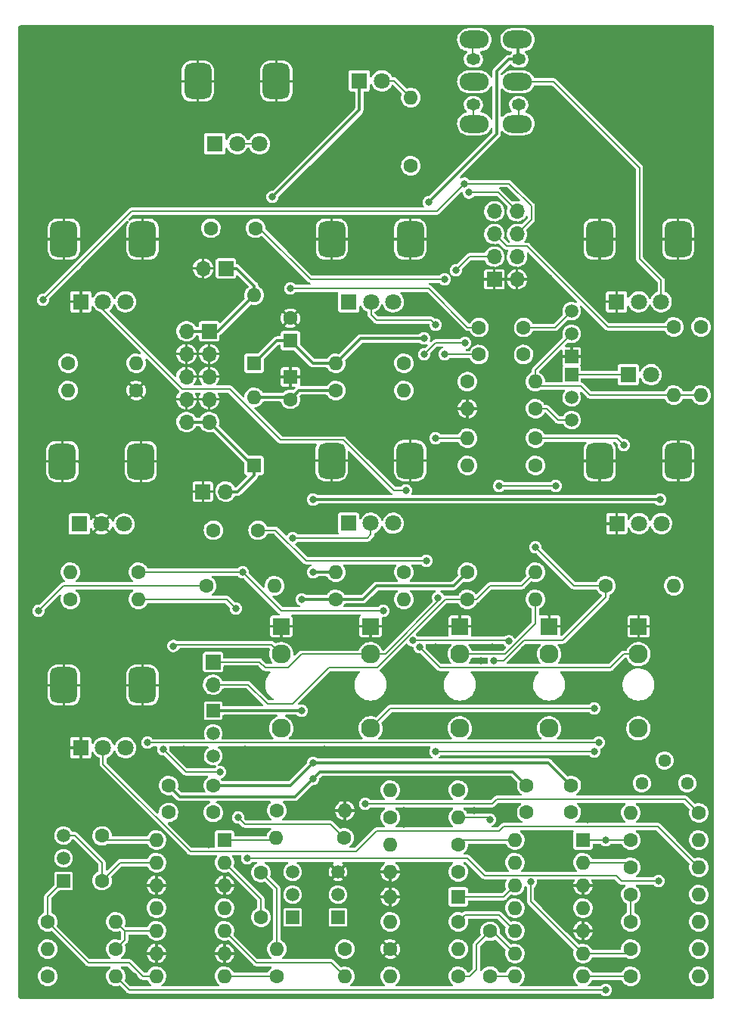
<source format=gbr>
G04 #@! TF.GenerationSoftware,KiCad,Pcbnew,6.0.9-8da3e8f707~118~ubuntu22.10.1*
G04 #@! TF.CreationDate,2022-11-30T23:30:13+01:00*
G04 #@! TF.ProjectId,ilse,696c7365-2e6b-4696-9361-645f70636258,2*
G04 #@! TF.SameCoordinates,PX5702e0cPY22a4fe8*
G04 #@! TF.FileFunction,Copper,L1,Top*
G04 #@! TF.FilePolarity,Positive*
%FSLAX46Y46*%
G04 Gerber Fmt 4.6, Leading zero omitted, Abs format (unit mm)*
G04 Created by KiCad (PCBNEW 6.0.9-8da3e8f707~118~ubuntu22.10.1) date 2022-11-30 23:30:13*
%MOMM*%
%LPD*%
G01*
G04 APERTURE LIST*
G04 Aperture macros list*
%AMRoundRect*
0 Rectangle with rounded corners*
0 $1 Rounding radius*
0 $2 $3 $4 $5 $6 $7 $8 $9 X,Y pos of 4 corners*
0 Add a 4 corners polygon primitive as box body*
4,1,4,$2,$3,$4,$5,$6,$7,$8,$9,$2,$3,0*
0 Add four circle primitives for the rounded corners*
1,1,$1+$1,$2,$3*
1,1,$1+$1,$4,$5*
1,1,$1+$1,$6,$7*
1,1,$1+$1,$8,$9*
0 Add four rect primitives between the rounded corners*
20,1,$1+$1,$2,$3,$4,$5,0*
20,1,$1+$1,$4,$5,$6,$7,0*
20,1,$1+$1,$6,$7,$8,$9,0*
20,1,$1+$1,$8,$9,$2,$3,0*%
G04 Aperture macros list end*
G04 #@! TA.AperFunction,ComponentPad*
%ADD10R,1.930000X1.830000*%
G04 #@! TD*
G04 #@! TA.AperFunction,ComponentPad*
%ADD11C,2.130000*%
G04 #@! TD*
G04 #@! TA.AperFunction,ComponentPad*
%ADD12R,1.800000X1.800000*%
G04 #@! TD*
G04 #@! TA.AperFunction,ComponentPad*
%ADD13C,1.800000*%
G04 #@! TD*
G04 #@! TA.AperFunction,ComponentPad*
%ADD14RoundRect,0.750000X0.750000X-1.250000X0.750000X1.250000X-0.750000X1.250000X-0.750000X-1.250000X0*%
G04 #@! TD*
G04 #@! TA.AperFunction,ComponentPad*
%ADD15O,3.260000X1.970000*%
G04 #@! TD*
G04 #@! TA.AperFunction,SMDPad,CuDef*
%ADD16R,0.350000X1.000000*%
G04 #@! TD*
G04 #@! TA.AperFunction,ComponentPad*
%ADD17O,1.560000X1.310000*%
G04 #@! TD*
G04 #@! TA.AperFunction,SMDPad,CuDef*
%ADD18R,0.200000X1.000000*%
G04 #@! TD*
G04 #@! TA.AperFunction,ComponentPad*
%ADD19R,1.600000X1.600000*%
G04 #@! TD*
G04 #@! TA.AperFunction,ComponentPad*
%ADD20C,1.600000*%
G04 #@! TD*
G04 #@! TA.AperFunction,ComponentPad*
%ADD21R,1.700000X1.700000*%
G04 #@! TD*
G04 #@! TA.AperFunction,ComponentPad*
%ADD22O,1.700000X1.700000*%
G04 #@! TD*
G04 #@! TA.AperFunction,ComponentPad*
%ADD23O,1.600000X1.600000*%
G04 #@! TD*
G04 #@! TA.AperFunction,ComponentPad*
%ADD24C,1.440000*%
G04 #@! TD*
G04 #@! TA.AperFunction,ComponentPad*
%ADD25R,1.500000X1.500000*%
G04 #@! TD*
G04 #@! TA.AperFunction,ComponentPad*
%ADD26C,1.500000*%
G04 #@! TD*
G04 #@! TA.AperFunction,ViaPad*
%ADD27C,0.800000*%
G04 #@! TD*
G04 #@! TA.AperFunction,Conductor*
%ADD28C,0.350000*%
G04 #@! TD*
G04 #@! TA.AperFunction,Conductor*
%ADD29C,0.203200*%
G04 #@! TD*
G04 APERTURE END LIST*
D10*
X30992014Y-67531238D03*
D11*
X30992014Y-78931238D03*
X30992014Y-70631238D03*
D12*
X8382100Y-56082600D03*
D13*
X10882100Y-56082600D03*
X13382100Y-56082600D03*
D14*
X6482100Y-49082600D03*
X15282100Y-49082600D03*
D12*
X8557100Y-81107600D03*
D13*
X11057100Y-81107600D03*
X13557100Y-81107600D03*
D14*
X6657100Y-74107600D03*
X15457100Y-74107600D03*
D15*
X57439400Y-1904000D03*
D16*
X57538500Y-3123200D03*
D17*
X57589300Y-4088400D03*
D15*
X57439400Y-6604000D03*
X57439400Y-11304000D03*
D17*
X57589300Y-9168400D03*
D18*
X57589300Y-10133600D03*
D15*
X52609400Y-1904000D03*
D18*
X52458500Y-3123200D03*
D17*
X52504300Y-4088400D03*
D15*
X52609400Y-6604000D03*
D18*
X52509300Y-10133600D03*
D15*
X52609400Y-11304000D03*
D17*
X52504300Y-9168400D03*
D12*
X38532100Y-55982600D03*
D13*
X41032100Y-55982600D03*
X43532100Y-55982600D03*
D14*
X36632100Y-48982600D03*
X45432100Y-48982600D03*
D12*
X68557100Y-56032600D03*
D13*
X71057100Y-56032600D03*
X73557100Y-56032600D03*
D14*
X66657100Y-49032600D03*
X75457100Y-49032600D03*
D12*
X68532100Y-31207600D03*
D13*
X71032100Y-31207600D03*
X73532100Y-31207600D03*
D14*
X75432100Y-24207600D03*
X66632100Y-24207600D03*
D12*
X8557100Y-31207600D03*
D13*
X11057100Y-31207600D03*
X13557100Y-31207600D03*
D14*
X6657100Y-24207600D03*
X15457100Y-24207600D03*
D12*
X38544600Y-31207600D03*
D13*
X41044600Y-31207600D03*
X43544600Y-31207600D03*
D14*
X36644600Y-24207600D03*
X45444600Y-24207600D03*
D10*
X40992014Y-67531238D03*
D11*
X40992014Y-78931238D03*
X40992014Y-70631238D03*
D12*
X39725000Y-6500000D03*
D13*
X42265000Y-6500000D03*
D12*
X69855100Y-39370000D03*
D13*
X72395100Y-39370000D03*
D10*
X50992014Y-67531238D03*
D11*
X50992014Y-78931238D03*
X50992014Y-70631238D03*
D10*
X70992014Y-67531238D03*
D11*
X70992014Y-78931238D03*
X70992014Y-70631238D03*
D10*
X60992014Y-67531238D03*
D11*
X60992014Y-78931238D03*
X60992014Y-70631238D03*
D12*
X23550850Y-13543600D03*
D13*
X26050850Y-13543600D03*
X28550850Y-13543600D03*
D14*
X21650850Y-6543600D03*
X30450850Y-6543600D03*
D19*
X32014100Y-35558600D03*
D20*
X32014100Y-33058600D03*
D21*
X24790400Y-27482800D03*
D22*
X22250400Y-27482800D03*
D19*
X32014100Y-39622600D03*
D20*
X32014100Y-42122600D03*
X70114100Y-94486600D03*
D23*
X77734100Y-94486600D03*
D20*
X59446100Y-43178600D03*
D23*
X51826100Y-43178600D03*
D19*
X64770100Y-91433600D03*
D23*
X64770100Y-93973600D03*
X64770100Y-96513600D03*
X64770100Y-99053600D03*
X64770100Y-101593600D03*
X64770100Y-104133600D03*
X64770100Y-106673600D03*
X57150100Y-106673600D03*
X57150100Y-104133600D03*
X57150100Y-101593600D03*
X57150100Y-99053600D03*
X57150100Y-96513600D03*
X57150100Y-93973600D03*
X57150100Y-91433600D03*
D20*
X59446100Y-49528600D03*
D23*
X51826100Y-49528600D03*
D20*
X74940100Y-34034600D03*
D23*
X74940100Y-41654600D03*
D21*
X54858194Y-28702000D03*
D22*
X57398194Y-28702000D03*
X54858194Y-26162000D03*
X57398194Y-26162000D03*
X54858194Y-23622000D03*
X57398194Y-23622000D03*
X54858194Y-21082000D03*
X57398194Y-21082000D03*
D20*
X7122100Y-38098600D03*
D23*
X14742100Y-38098600D03*
D20*
X14742100Y-41146600D03*
D23*
X7122100Y-41146600D03*
D20*
X30490100Y-88136600D03*
D23*
X38110100Y-88136600D03*
D20*
X51826100Y-61466600D03*
D23*
X59446100Y-61466600D03*
D20*
X51826100Y-64514600D03*
D23*
X59446100Y-64514600D03*
D19*
X24638100Y-91433600D03*
D23*
X24638100Y-93973600D03*
X24638100Y-96513600D03*
X24638100Y-99053600D03*
X24638100Y-101593600D03*
X24638100Y-104133600D03*
X24638100Y-106673600D03*
X17018100Y-106673600D03*
X17018100Y-104133600D03*
X17018100Y-101593600D03*
X17018100Y-99053600D03*
X17018100Y-96513600D03*
X17018100Y-93973600D03*
X17018100Y-91433600D03*
D24*
X76454000Y-85090000D03*
X73914000Y-82550000D03*
X71374000Y-85090000D03*
D20*
X4836100Y-106678600D03*
D23*
X12456100Y-106678600D03*
D20*
X7376100Y-64514600D03*
D23*
X14996100Y-64514600D03*
D21*
X22923900Y-34508900D03*
D22*
X20383900Y-34508900D03*
X22923900Y-37048900D03*
X20383900Y-37048900D03*
X22923900Y-39588900D03*
X20383900Y-39588900D03*
X22923900Y-42128900D03*
X20383900Y-42128900D03*
X22923900Y-44668900D03*
X20383900Y-44668900D03*
D20*
X38047100Y-91183900D03*
D23*
X30427100Y-91183900D03*
D21*
X23368000Y-71511238D03*
D22*
X23368000Y-74051238D03*
D20*
X30490100Y-106678600D03*
D23*
X38110100Y-106678600D03*
D21*
X22220000Y-52451000D03*
D22*
X24760000Y-52451000D03*
D20*
X77734100Y-88390600D03*
D23*
X70114100Y-88390600D03*
D20*
X14996100Y-61466600D03*
D23*
X7376100Y-61466600D03*
D20*
X4836100Y-100582600D03*
D23*
X12456100Y-100582600D03*
D20*
X22616100Y-62990600D03*
D23*
X30236100Y-62990600D03*
D20*
X12456100Y-103630600D03*
D23*
X4836100Y-103630600D03*
D20*
X38110100Y-103630600D03*
D23*
X30490100Y-103630600D03*
D20*
X10932100Y-95970600D03*
X10932100Y-90970600D03*
X58136100Y-37114600D03*
X53136100Y-37114600D03*
X63470100Y-85342600D03*
X58470100Y-85342600D03*
X63470100Y-88342600D03*
X58470100Y-88342600D03*
X23378100Y-85342600D03*
X18378100Y-85342600D03*
X23378100Y-88342600D03*
X18378100Y-88342600D03*
X59446100Y-46480600D03*
D23*
X51826100Y-46480600D03*
D20*
X28712100Y-100074600D03*
X28712100Y-95074600D03*
X44714100Y-38098600D03*
D23*
X37094100Y-38098600D03*
D20*
X54366100Y-101638600D03*
X54366100Y-106638600D03*
X53136100Y-34082600D03*
X58136100Y-34082600D03*
X44714100Y-61466600D03*
D23*
X37094100Y-61466600D03*
D25*
X32268100Y-100074600D03*
D26*
X32268100Y-97534600D03*
X32268100Y-94994600D03*
D20*
X23114000Y-22987000D03*
X28114000Y-22987000D03*
X28408000Y-56769000D03*
X23408000Y-56769000D03*
D25*
X6614100Y-96010600D03*
D26*
X6614100Y-93470600D03*
X6614100Y-90930600D03*
D25*
X63510100Y-37336600D03*
D26*
X63510100Y-34796600D03*
X63510100Y-32256600D03*
D25*
X23378100Y-76960600D03*
D26*
X23378100Y-79500600D03*
X23378100Y-82040600D03*
D25*
X37348100Y-100074600D03*
D26*
X37348100Y-97534600D03*
X37348100Y-94994600D03*
D25*
X63510100Y-39368600D03*
D26*
X63510100Y-41908600D03*
X63510100Y-44448600D03*
D20*
X37094100Y-41146600D03*
D23*
X44714100Y-41146600D03*
D20*
X37094100Y-64514600D03*
D23*
X44714100Y-64514600D03*
D20*
X70114100Y-97534600D03*
D23*
X77734100Y-97534600D03*
D20*
X50810100Y-94994600D03*
D23*
X43190100Y-94994600D03*
D20*
X70114100Y-91438600D03*
D23*
X77734100Y-91438600D03*
D20*
X45500000Y-16000000D03*
D23*
X45500000Y-8380000D03*
D20*
X50810100Y-100582600D03*
D23*
X43190100Y-100582600D03*
D20*
X70114100Y-106678600D03*
D23*
X77734100Y-106678600D03*
D20*
X70114100Y-103630600D03*
D23*
X77734100Y-103630600D03*
D20*
X43190100Y-103630600D03*
D23*
X50810100Y-103630600D03*
D20*
X51826100Y-40146600D03*
D23*
X59446100Y-40146600D03*
D20*
X43190100Y-88898600D03*
D23*
X50810100Y-88898600D03*
D20*
X50810100Y-91946600D03*
D23*
X43190100Y-91946600D03*
D20*
X77988100Y-34034600D03*
D23*
X77988100Y-41654600D03*
D20*
X67320100Y-62990600D03*
D23*
X74940100Y-62990600D03*
D20*
X50810100Y-106678600D03*
D23*
X43190100Y-106678600D03*
D20*
X70114100Y-100582600D03*
D23*
X77734100Y-100582600D03*
D20*
X50810100Y-85850600D03*
D23*
X43190100Y-85850600D03*
D19*
X27950100Y-38098600D03*
D23*
X27950100Y-30478600D03*
D19*
X27950100Y-49528600D03*
D23*
X27950100Y-41908600D03*
D19*
X50810100Y-97788600D03*
D23*
X43190100Y-97788600D03*
D27*
X53086000Y-31750000D03*
X53000000Y-41500000D03*
X67500000Y-40500000D03*
X62992000Y-91186000D03*
X73000000Y-61500000D03*
X45000000Y-54500000D03*
X6604000Y-1778000D03*
X54610000Y-85598000D03*
X18846800Y-12598400D03*
X64008000Y-5029200D03*
X13462000Y-95250000D03*
X36982400Y-15036800D03*
X52578000Y-92456000D03*
X14478000Y-106680000D03*
X35814000Y-81280000D03*
X34544000Y-86614000D03*
X42164000Y-36576000D03*
X62992000Y-94488000D03*
X40500000Y-107000000D03*
X25500000Y-49500000D03*
X60198000Y-55372000D03*
X63703200Y-12649200D03*
X67500000Y-35000000D03*
X48387000Y-25019000D03*
X44704000Y-88138000D03*
X44958000Y-67056000D03*
X54000000Y-35500000D03*
X61000000Y-97000000D03*
X38608000Y-89662000D03*
X26924000Y-81280000D03*
X22860000Y-91948000D03*
X48260000Y-67818000D03*
X58000000Y-48000000D03*
X69500000Y-64000000D03*
X56642000Y-19304000D03*
X78740000Y-84074000D03*
X47091600Y-2489200D03*
X60350400Y-16002000D03*
X3000000Y-108500000D03*
X27500000Y-64500000D03*
X63000000Y-67000000D03*
X31242000Y-84328000D03*
X72644000Y-64262000D03*
X53500000Y-48000000D03*
X48158400Y-6654800D03*
X44196000Y-77978000D03*
X51500000Y-38500000D03*
X71000000Y-52000000D03*
X78486000Y-46228000D03*
X65000000Y-65000000D03*
X77978000Y-68072000D03*
X27686000Y-72898000D03*
X72000000Y-54500000D03*
X26924000Y-84328000D03*
X55372000Y-93980000D03*
X78740000Y-108458000D03*
X54610000Y-73660000D03*
X2540000Y-64008000D03*
X13000000Y-83000000D03*
X61000000Y-28500000D03*
X76200000Y-102108000D03*
X60000000Y-32000000D03*
X61569600Y-1574800D03*
X49911000Y-20828000D03*
X32410400Y-1727200D03*
X60706000Y-11176000D03*
X4572000Y-78486000D03*
X69500000Y-62000000D03*
X51562000Y-52324000D03*
X78486000Y-30734000D03*
X39878000Y-39624000D03*
X56896000Y-65786000D03*
X45567600Y-30835600D03*
X65278000Y-89154000D03*
X58928000Y-99568000D03*
X71628000Y-92964000D03*
X43942000Y-34290000D03*
X76200000Y-99060000D03*
X53340000Y-71374000D03*
X53500000Y-96500000D03*
X15494000Y-92456000D03*
X52832000Y-16256000D03*
X25000000Y-43500000D03*
X22098000Y-106934000D03*
X6350000Y-98552000D03*
X62738000Y-106934000D03*
X37846000Y-35560000D03*
X75946000Y-70612000D03*
X48500000Y-60000000D03*
X71628000Y-105156000D03*
X48006000Y-54610000D03*
X52578000Y-88138000D03*
X27000000Y-105500000D03*
X48260000Y-69850000D03*
X57000000Y-35500000D03*
X9144000Y-66294000D03*
X30988000Y-11176000D03*
X43180000Y-68580000D03*
X58166000Y-70104000D03*
X54914800Y-3708400D03*
X62500000Y-30500000D03*
X42418000Y-57404000D03*
X44704000Y-89662000D03*
X25958800Y-5537200D03*
X42926000Y-39370000D03*
X21000000Y-97000000D03*
X2286000Y-93726000D03*
X54610000Y-69850000D03*
X35814000Y-66802000D03*
X78486000Y-2540000D03*
X26500000Y-94500000D03*
X63000000Y-71000000D03*
X48000000Y-96500000D03*
X67818000Y-51816000D03*
X36576000Y-73406000D03*
X70866000Y-60452000D03*
X13000000Y-66000000D03*
X25146000Y-87630000D03*
X19507200Y-1727200D03*
X20066000Y-81280000D03*
X41500000Y-52000000D03*
X47371000Y-18034000D03*
X76708000Y-89916000D03*
X9906000Y-98298000D03*
X58000000Y-45000000D03*
X15494000Y-103378000D03*
X51816000Y-54356000D03*
X67310000Y-82804000D03*
X62484000Y-63500000D03*
X52500000Y-101000000D03*
X53000000Y-39000000D03*
X53848000Y-65786000D03*
X54610000Y-67818000D03*
X58000000Y-41500000D03*
X48006000Y-52324000D03*
X75184000Y-75946000D03*
X48158400Y-10210800D03*
X53000000Y-45000000D03*
X51562000Y-59690000D03*
X71628000Y-108458000D03*
X30000000Y-19500000D03*
X33284100Y-64514600D03*
X34554100Y-84580600D03*
X33284100Y-76962000D03*
X47498000Y-20066000D03*
X34554100Y-53338600D03*
X34554100Y-61466600D03*
X46990000Y-35306000D03*
X34554100Y-82802600D03*
X73416100Y-53338600D03*
X18923000Y-69723000D03*
X61732100Y-51814600D03*
X55382100Y-51814600D03*
X54356000Y-89154000D03*
X45743384Y-69111384D03*
X58928000Y-96113100D03*
X26671400Y-61466600D03*
X42418000Y-65786000D03*
X32004000Y-29718000D03*
X56491616Y-69191616D03*
X49286100Y-28700600D03*
X49286100Y-37082600D03*
X47244000Y-60198000D03*
X66040000Y-81534000D03*
X48260000Y-81534000D03*
X27178000Y-93472000D03*
X73227200Y-96012000D03*
X40386000Y-87376000D03*
X3810000Y-65786000D03*
X32258000Y-57658000D03*
X48270100Y-46480600D03*
X48275700Y-33792100D03*
X50546000Y-27686000D03*
X48557352Y-64305352D03*
X66040000Y-76708000D03*
X52000000Y-19000000D03*
X46990000Y-37084000D03*
X51562000Y-35814000D03*
X51500000Y-18000000D03*
X4318000Y-30988000D03*
X46482000Y-69850000D03*
X44958000Y-52324000D03*
X25908000Y-65532000D03*
X67326500Y-91433600D03*
X67320100Y-108202600D03*
X69342000Y-47244000D03*
X24130000Y-83820000D03*
X17780000Y-81280000D03*
X26162000Y-88900000D03*
X16002000Y-80518000D03*
X66548000Y-80518000D03*
X54811600Y-71374000D03*
X59436000Y-58674000D03*
D28*
X27950100Y-30478600D02*
X23919800Y-34508900D01*
X20383900Y-34508900D02*
X22923900Y-34508900D01*
X23919800Y-34508900D02*
X22923900Y-34508900D01*
X27950100Y-29423300D02*
X26009600Y-27482800D01*
X26009600Y-27482800D02*
X24790400Y-27482800D01*
X27950100Y-30478600D02*
X27950100Y-29423300D01*
X27950100Y-50637500D02*
X26111200Y-52476400D01*
D29*
X27783600Y-49528600D02*
X27950100Y-49528600D01*
D28*
X27950100Y-49528600D02*
X27950100Y-50637500D01*
X26111200Y-52476400D02*
X24785400Y-52476400D01*
X24785400Y-52476400D02*
X24760000Y-52451000D01*
X22923900Y-44668900D02*
X27783600Y-49528600D01*
X20383900Y-44668900D02*
X22923900Y-44668900D01*
X19648100Y-86612600D02*
X18378100Y-85342600D01*
X33284100Y-76962000D02*
X33282700Y-76960600D01*
X37094100Y-41146600D02*
X32990100Y-41146600D01*
X40133400Y-64514600D02*
X41656000Y-62992000D01*
X34554100Y-84580600D02*
X35316100Y-83818600D01*
X32522100Y-86612600D02*
X19648100Y-86612600D01*
X34554100Y-84580600D02*
X32522100Y-86612600D01*
X56946100Y-83818600D02*
X58470100Y-85342600D01*
X33284100Y-64514600D02*
X37094100Y-64514600D01*
X30000000Y-19500000D02*
X39725000Y-9775000D01*
X50300700Y-62992000D02*
X51826100Y-61466600D01*
X41656000Y-62992000D02*
X50300700Y-62992000D01*
X35316100Y-83818600D02*
X56946100Y-83818600D01*
X39725000Y-9775000D02*
X39725000Y-6500000D01*
X32990100Y-41146600D02*
X32014100Y-42122600D01*
X37094100Y-64514600D02*
X40133400Y-64514600D01*
D29*
X31800100Y-41908600D02*
X32014100Y-42122600D01*
D28*
X33282700Y-76960600D02*
X23378100Y-76960600D01*
X27950100Y-41908600D02*
X31800100Y-41908600D01*
X34554100Y-82802600D02*
X60930100Y-82802600D01*
X30490100Y-35558600D02*
X27950100Y-38098600D01*
X34554100Y-38098600D02*
X32014100Y-35558600D01*
X55118000Y-5435600D02*
X56465200Y-4088400D01*
X34554100Y-53338600D02*
X73416100Y-53338600D01*
X39886700Y-35306000D02*
X37094100Y-38098600D01*
X60930100Y-82802600D02*
X63470100Y-85342600D01*
X34554100Y-82802600D02*
X32014100Y-85342600D01*
X47498000Y-20066000D02*
X55118000Y-12446000D01*
X37094100Y-61466600D02*
X34554100Y-61466600D01*
X37094100Y-38098600D02*
X34554100Y-38098600D01*
X55118000Y-12446000D02*
X55118000Y-5435600D01*
X32014100Y-35558600D02*
X30490100Y-35558600D01*
X56465200Y-4088400D02*
X57589300Y-4088400D01*
X46990000Y-35306000D02*
X39886700Y-35306000D01*
X32014100Y-85342600D02*
X23378100Y-85342600D01*
D29*
X28712100Y-95074600D02*
X30490100Y-96852600D01*
X30177400Y-91433600D02*
X30427100Y-91183900D01*
X24638100Y-91433600D02*
X30177400Y-91433600D01*
X30490100Y-96852600D02*
X30490100Y-103630600D01*
X28712100Y-98047600D02*
X28712100Y-100074600D01*
X24638100Y-93973600D02*
X28712100Y-98047600D01*
X17018100Y-91433600D02*
X11395100Y-91433600D01*
X19079762Y-69566238D02*
X29927014Y-69566238D01*
X18923000Y-69723000D02*
X19079762Y-69566238D01*
X11395100Y-91433600D02*
X10932100Y-90970600D01*
X29927014Y-69566238D02*
X30992014Y-70631238D01*
X12929100Y-93973600D02*
X10932100Y-95970600D01*
X10932100Y-93978600D02*
X10932100Y-95970600D01*
X7884100Y-90930600D02*
X10932100Y-93978600D01*
X6614100Y-90930600D02*
X7884100Y-90930600D01*
X17018100Y-93973600D02*
X12929100Y-93973600D01*
X57150100Y-106673600D02*
X54401100Y-106673600D01*
X54401100Y-106673600D02*
X54366100Y-106638600D01*
X55382100Y-51814600D02*
X61732100Y-51814600D01*
X50810100Y-106678600D02*
X52080100Y-106678600D01*
X52842100Y-103162600D02*
X54366100Y-101638600D01*
X52080100Y-106678600D02*
X52842100Y-105916600D01*
X57150100Y-104133600D02*
X54655100Y-101638600D01*
X54655100Y-101638600D02*
X54366100Y-101638600D01*
X54356000Y-89154000D02*
X54100600Y-88898600D01*
X52842100Y-105916600D02*
X52842100Y-103162600D01*
X54100600Y-88898600D02*
X50810100Y-88898600D01*
X58136100Y-34082600D02*
X61684100Y-34082600D01*
X61684100Y-34082600D02*
X63510100Y-32256600D01*
X51862600Y-34082600D02*
X53136100Y-34082600D01*
X47498000Y-29718000D02*
X51862600Y-34082600D01*
X56491616Y-69191616D02*
X56388000Y-69088000D01*
X32004000Y-29718000D02*
X47498000Y-29718000D01*
X30990800Y-65786000D02*
X26671400Y-61466600D01*
X69611100Y-104133600D02*
X70114100Y-103630600D01*
X45766768Y-69088000D02*
X45743384Y-69111384D01*
X64770100Y-104133600D02*
X69611100Y-104133600D01*
X64770100Y-104133600D02*
X58928000Y-98291500D01*
X56388000Y-69088000D02*
X45766768Y-69088000D01*
X58928000Y-98291500D02*
X58928000Y-96113100D01*
X42418000Y-65786000D02*
X30990800Y-65786000D01*
X14996100Y-61466600D02*
X26671400Y-61466600D01*
X30353000Y-56769000D02*
X28408000Y-56769000D01*
X64770100Y-106673600D02*
X70109100Y-106673600D01*
X49318100Y-37114600D02*
X49286100Y-37082600D01*
X47244000Y-60198000D02*
X33782000Y-60198000D01*
X49286100Y-28700600D02*
X34300100Y-28700600D01*
X34300100Y-28700600D02*
X28586500Y-22987000D01*
X28586500Y-22987000D02*
X28114000Y-22987000D01*
X48260000Y-81534000D02*
X66040000Y-81534000D01*
X70109100Y-106673600D02*
X70114100Y-106678600D01*
X53136100Y-37114600D02*
X49318100Y-37114600D01*
X33782000Y-60198000D02*
X30353000Y-56769000D01*
X28530850Y-13543600D02*
X26070850Y-13543600D01*
X26070850Y-13543600D02*
X26050850Y-13563600D01*
X43620000Y-6500000D02*
X45500000Y-8380000D01*
X42265000Y-6500000D02*
X43620000Y-6500000D01*
X63510100Y-39368600D02*
X69853700Y-39368600D01*
X69853700Y-39368600D02*
X69855100Y-39370000D01*
X50992014Y-70631238D02*
X56048026Y-70631238D01*
X56048026Y-70631238D02*
X59446100Y-67233164D01*
X59446100Y-67233164D02*
X59446100Y-64514600D01*
X68471338Y-95408800D02*
X53752800Y-95408800D01*
X53752800Y-95408800D02*
X51816000Y-93472000D01*
X51816000Y-93472000D02*
X27178000Y-93472000D01*
X73227200Y-96012000D02*
X69074538Y-96012000D01*
X69074538Y-96012000D02*
X68471338Y-95408800D01*
X30485100Y-106673600D02*
X30490100Y-106678600D01*
X24638100Y-106673600D02*
X30485100Y-106673600D01*
X55099138Y-86868000D02*
X76211500Y-86868000D01*
X76211500Y-86868000D02*
X77734100Y-88390600D01*
X40386000Y-87376000D02*
X54591138Y-87376000D01*
X54591138Y-87376000D02*
X55099138Y-86868000D01*
X4836100Y-97788600D02*
X6614100Y-96010600D01*
X4836100Y-100582600D02*
X4836100Y-97788600D01*
X17018100Y-106673600D02*
X15499100Y-106673600D01*
X13980100Y-105154600D02*
X9408100Y-105154600D01*
X15499100Y-106673600D02*
X13980100Y-105154600D01*
X9408100Y-105154600D02*
X4836100Y-100582600D01*
X6605400Y-62990600D02*
X3810000Y-65786000D01*
X22616100Y-62990600D02*
X6605400Y-62990600D01*
X60716100Y-43178600D02*
X61986100Y-44448600D01*
X59446100Y-43178600D02*
X60716100Y-43178600D01*
X61986100Y-44448600D02*
X63510100Y-44448600D01*
X40640000Y-57658000D02*
X41032100Y-57265900D01*
X32258000Y-57658000D02*
X40640000Y-57658000D01*
X41032100Y-57265900D02*
X41032100Y-55982600D01*
X41666100Y-33272600D02*
X41044600Y-32651100D01*
X48270100Y-46480600D02*
X51826100Y-46480600D01*
X47756200Y-33272600D02*
X41666100Y-33272600D01*
X48275700Y-33792100D02*
X47756200Y-33272600D01*
X41044600Y-32651100D02*
X41044600Y-31207600D01*
X51572100Y-99820600D02*
X50810100Y-100582600D01*
X55377100Y-99820600D02*
X51572100Y-99820600D01*
X57150100Y-101593600D02*
X55377100Y-99820600D01*
X71120000Y-16256000D02*
X61468000Y-6604000D01*
X73532100Y-31207600D02*
X73532100Y-28828100D01*
X61468000Y-6604000D02*
X57439400Y-6604000D01*
X71120000Y-26416000D02*
X71120000Y-16256000D01*
X73532100Y-28828100D02*
X71120000Y-26416000D01*
X48557352Y-64305352D02*
X48557352Y-64726648D01*
X28585238Y-71511238D02*
X23368000Y-71511238D01*
X40992014Y-70631238D02*
X33254762Y-70631238D01*
X52071400Y-26160600D02*
X54858194Y-26160600D01*
X42652762Y-70631238D02*
X40992014Y-70631238D01*
X33254762Y-70631238D02*
X31750000Y-72136000D01*
X48557352Y-64726648D02*
X42652762Y-70631238D01*
X29210000Y-72136000D02*
X28585238Y-71511238D01*
X31750000Y-72136000D02*
X29210000Y-72136000D01*
X43215252Y-76708000D02*
X40992014Y-78931238D01*
X50546000Y-27686000D02*
X52071400Y-26160600D01*
X66040000Y-76708000D02*
X43215252Y-76708000D01*
X64516000Y-40640000D02*
X59939500Y-40640000D01*
X59939500Y-40640000D02*
X59446100Y-40146600D01*
X74938700Y-41656000D02*
X65532000Y-41656000D01*
X59446100Y-40146600D02*
X59446100Y-38860600D01*
X74940100Y-41654600D02*
X77988100Y-41654600D01*
X65532000Y-41656000D02*
X64516000Y-40640000D01*
X59446100Y-38860600D02*
X63510100Y-34796600D01*
X74940100Y-41654600D02*
X74938700Y-41656000D01*
X52000000Y-19000000D02*
X55317594Y-19000000D01*
X55317594Y-19000000D02*
X57398194Y-21080600D01*
X46990000Y-37084000D02*
X48260000Y-35814000D01*
X48260000Y-35814000D02*
X51562000Y-35814000D01*
X67574100Y-34034600D02*
X58539500Y-25000000D01*
X58539500Y-25000000D02*
X56237594Y-25000000D01*
X56237594Y-25000000D02*
X54858194Y-23620600D01*
X74940100Y-34034600D02*
X67574100Y-34034600D01*
X20828000Y-92710000D02*
X11057100Y-82939100D01*
X39370000Y-92710000D02*
X20828000Y-92710000D01*
X55372000Y-90424000D02*
X41656000Y-90424000D01*
X77734100Y-94486600D02*
X73163500Y-89916000D01*
X41656000Y-90424000D02*
X39370000Y-92710000D01*
X55880000Y-89916000D02*
X55372000Y-90424000D01*
X73163500Y-89916000D02*
X55880000Y-89916000D01*
X11057100Y-82939100D02*
X11057100Y-81107600D01*
X59000000Y-20500000D02*
X59000000Y-22018794D01*
X59000000Y-22018794D02*
X57398194Y-23620600D01*
X48418000Y-21082000D02*
X51500000Y-18000000D01*
X4318000Y-30988000D02*
X14224000Y-21082000D01*
X14224000Y-21082000D02*
X48418000Y-21082000D01*
X56500000Y-18000000D02*
X59000000Y-20500000D01*
X51500000Y-18000000D02*
X56500000Y-18000000D01*
X27294762Y-74051238D02*
X23622000Y-74051238D01*
X41722736Y-72136000D02*
X36322000Y-72136000D01*
X32258000Y-76200000D02*
X29443524Y-76200000D01*
X51824700Y-64516000D02*
X49342736Y-64516000D01*
X51826100Y-64514600D02*
X52842100Y-64514600D01*
X54366100Y-62990600D02*
X57922100Y-62990600D01*
X51826100Y-64514600D02*
X51824700Y-64516000D01*
X52842100Y-64514600D02*
X54366100Y-62990600D01*
X49342736Y-64516000D02*
X41722736Y-72136000D01*
X29443524Y-76200000D02*
X27294762Y-74051238D01*
X57922100Y-62990600D02*
X59446100Y-61466600D01*
X36322000Y-72136000D02*
X32258000Y-76200000D01*
X25226100Y-40974100D02*
X19905566Y-40974100D01*
X44958000Y-52324000D02*
X43589800Y-52324000D01*
X43589800Y-52324000D02*
X37943600Y-46677800D01*
X46482000Y-69850000D02*
X48768000Y-72136000D01*
X30929800Y-46677800D02*
X25226100Y-40974100D01*
X48768000Y-72136000D02*
X67818000Y-72136000D01*
X67818000Y-72136000D02*
X69322762Y-70631238D01*
X69322762Y-70631238D02*
X70992014Y-70631238D01*
X19905566Y-40974100D02*
X11057100Y-32125634D01*
X37943600Y-46677800D02*
X30929800Y-46677800D01*
X11057100Y-32125634D02*
X11057100Y-31207600D01*
X24890600Y-64514600D02*
X14996100Y-64514600D01*
X25908000Y-65532000D02*
X24890600Y-64514600D01*
X57150100Y-91433600D02*
X51323100Y-91433600D01*
X51323100Y-91433600D02*
X50810100Y-91946600D01*
X55875100Y-97788600D02*
X57150100Y-96513600D01*
X50810100Y-97788600D02*
X55875100Y-97788600D01*
X12456100Y-106678600D02*
X13980100Y-108202600D01*
X13980100Y-108202600D02*
X59700100Y-108202600D01*
X59700100Y-108202600D02*
X67320100Y-108202600D01*
X64770100Y-91433600D02*
X70109100Y-91433600D01*
X70109100Y-91433600D02*
X70114100Y-91438600D01*
X67326500Y-91433600D02*
X64770100Y-91433600D01*
X69342000Y-47244000D02*
X68578600Y-46480600D01*
X64770100Y-93973600D02*
X69601100Y-93973600D01*
X69601100Y-93973600D02*
X70114100Y-94486600D01*
X70114100Y-100582600D02*
X70114100Y-97534600D01*
X68578600Y-46480600D02*
X59446100Y-46480600D01*
X38110100Y-106678600D02*
X36586100Y-105154600D01*
X36586100Y-105154600D02*
X28199100Y-105154600D01*
X28199100Y-105154600D02*
X24638100Y-101593600D01*
X12456100Y-103630600D02*
X13467100Y-102619600D01*
X13467100Y-102619600D02*
X13467100Y-101593600D01*
X17018100Y-101593600D02*
X13467100Y-101593600D01*
X13467100Y-101593600D02*
X12456100Y-100582600D01*
X20320000Y-83820000D02*
X24130000Y-83820000D01*
X26162000Y-88900000D02*
X26924000Y-89662000D01*
X17780000Y-81280000D02*
X20320000Y-83820000D01*
X36525200Y-89662000D02*
X38047100Y-91183900D01*
X26924000Y-89662000D02*
X36525200Y-89662000D01*
X16039400Y-80555400D02*
X16002000Y-80518000D01*
X66548000Y-80518000D02*
X66510600Y-80555400D01*
X66510600Y-80555400D02*
X16039400Y-80555400D01*
X54811600Y-71374000D02*
X55880000Y-71374000D01*
X55880000Y-71374000D02*
X58166000Y-69088000D01*
X63772800Y-62990600D02*
X67320100Y-62990600D01*
X59436000Y-58674000D02*
X59456200Y-58674000D01*
X58166000Y-69088000D02*
X62484000Y-69088000D01*
X67320100Y-64251900D02*
X67320100Y-62990600D01*
X62484000Y-69088000D02*
X67320100Y-64251900D01*
X59456200Y-58674000D02*
X63772800Y-62990600D01*
G04 #@! TA.AperFunction,Conductor*
G36*
X79233273Y-292384D02*
G01*
X79248000Y-294981D01*
X79257436Y-293317D01*
X79274039Y-294624D01*
X79295816Y-298073D01*
X79332708Y-310060D01*
X79358345Y-323123D01*
X79389729Y-345925D01*
X79410075Y-366271D01*
X79432877Y-397655D01*
X79445939Y-423290D01*
X79457927Y-460184D01*
X79461376Y-481958D01*
X79462683Y-498564D01*
X79461019Y-508000D01*
X79462903Y-518684D01*
X79463616Y-522728D01*
X79465500Y-544261D01*
X79465500Y-108929739D01*
X79463616Y-108951272D01*
X79461019Y-108966000D01*
X79462683Y-108975436D01*
X79461376Y-108992042D01*
X79457927Y-109013816D01*
X79445940Y-109050708D01*
X79432877Y-109076345D01*
X79410075Y-109107729D01*
X79389729Y-109128075D01*
X79358345Y-109150877D01*
X79332708Y-109163940D01*
X79295816Y-109175927D01*
X79274039Y-109179376D01*
X79257436Y-109180683D01*
X79248000Y-109179019D01*
X79237316Y-109180903D01*
X79233272Y-109181616D01*
X79211739Y-109183500D01*
X1814261Y-109183500D01*
X1792728Y-109181616D01*
X1788684Y-109180903D01*
X1778000Y-109179019D01*
X1768564Y-109180683D01*
X1751961Y-109179376D01*
X1730184Y-109175927D01*
X1693292Y-109163940D01*
X1667655Y-109150877D01*
X1636271Y-109128075D01*
X1615925Y-109107729D01*
X1593123Y-109076345D01*
X1580060Y-109050708D01*
X1568073Y-109013816D01*
X1564624Y-108992042D01*
X1563317Y-108975436D01*
X1564981Y-108966000D01*
X1562384Y-108951272D01*
X1560500Y-108929739D01*
X1560500Y-106649932D01*
X3741303Y-106649932D01*
X3741674Y-106655594D01*
X3741674Y-106655598D01*
X3743182Y-106678600D01*
X3754411Y-106849923D01*
X3803745Y-107044176D01*
X3806121Y-107049330D01*
X3807668Y-107052685D01*
X3887653Y-107226186D01*
X4003325Y-107389857D01*
X4007399Y-107393826D01*
X4007401Y-107393828D01*
X4080771Y-107465301D01*
X4146886Y-107529708D01*
X4151609Y-107532864D01*
X4151613Y-107532867D01*
X4210970Y-107572528D01*
X4313529Y-107641056D01*
X4497673Y-107720170D01*
X4592754Y-107741685D01*
X4687604Y-107763148D01*
X4687606Y-107763148D01*
X4693151Y-107764403D01*
X4809212Y-107768963D01*
X4887736Y-107772048D01*
X4887738Y-107772048D01*
X4893417Y-107772271D01*
X4899037Y-107771456D01*
X4899040Y-107771456D01*
X5086142Y-107744327D01*
X5091763Y-107743512D01*
X5097140Y-107741687D01*
X5097143Y-107741686D01*
X5201283Y-107706335D01*
X5281547Y-107679089D01*
X5456412Y-107581160D01*
X5610504Y-107453004D01*
X5738660Y-107298912D01*
X5836589Y-107124047D01*
X5882815Y-106987869D01*
X5899186Y-106939643D01*
X5899187Y-106939640D01*
X5901012Y-106934263D01*
X5929771Y-106735917D01*
X5931272Y-106678600D01*
X5912933Y-106479021D01*
X5868364Y-106320991D01*
X5860076Y-106291602D01*
X5860075Y-106291599D01*
X5858531Y-106286125D01*
X5769888Y-106106374D01*
X5766154Y-106101374D01*
X5653376Y-105950346D01*
X5653372Y-105950342D01*
X5649971Y-105945787D01*
X5583923Y-105884733D01*
X5506974Y-105813602D01*
X5506972Y-105813601D01*
X5502798Y-105809742D01*
X5494874Y-105804742D01*
X5338110Y-105705831D01*
X5338109Y-105705830D01*
X5333298Y-105702795D01*
X5147146Y-105628527D01*
X4950577Y-105589427D01*
X4944890Y-105589353D01*
X4944885Y-105589352D01*
X4755863Y-105586878D01*
X4755858Y-105586878D01*
X4750174Y-105586804D01*
X4744570Y-105587767D01*
X4744569Y-105587767D01*
X4558252Y-105619782D01*
X4558250Y-105619783D01*
X4552649Y-105620745D01*
X4364616Y-105690114D01*
X4359733Y-105693019D01*
X4359729Y-105693021D01*
X4200778Y-105787587D01*
X4192374Y-105792587D01*
X4041690Y-105924733D01*
X4038171Y-105929197D01*
X4038168Y-105929200D01*
X3999246Y-105978573D01*
X3917611Y-106082127D01*
X3824293Y-106259496D01*
X3822607Y-106264925D01*
X3822606Y-106264928D01*
X3816024Y-106286125D01*
X3764860Y-106450901D01*
X3764192Y-106456546D01*
X3764191Y-106456550D01*
X3761453Y-106479684D01*
X3741303Y-106649932D01*
X1560500Y-106649932D01*
X1560500Y-103601932D01*
X3741303Y-103601932D01*
X3741674Y-103607594D01*
X3741674Y-103607598D01*
X3743373Y-103633519D01*
X3754411Y-103801923D01*
X3803745Y-103996176D01*
X3887653Y-104178186D01*
X4003325Y-104341857D01*
X4007399Y-104345826D01*
X4007401Y-104345828D01*
X4080771Y-104417301D01*
X4146886Y-104481708D01*
X4151609Y-104484864D01*
X4151613Y-104484867D01*
X4188460Y-104509487D01*
X4313529Y-104593056D01*
X4497673Y-104672170D01*
X4590588Y-104693195D01*
X4687604Y-104715148D01*
X4687606Y-104715148D01*
X4693151Y-104716403D01*
X4809212Y-104720963D01*
X4887736Y-104724048D01*
X4887738Y-104724048D01*
X4893417Y-104724271D01*
X4899037Y-104723456D01*
X4899040Y-104723456D01*
X5086142Y-104696327D01*
X5091763Y-104695512D01*
X5097140Y-104693687D01*
X5097143Y-104693686D01*
X5201280Y-104658336D01*
X5281547Y-104631089D01*
X5456412Y-104533160D01*
X5610504Y-104405004D01*
X5738660Y-104250912D01*
X5741599Y-104245665D01*
X5806397Y-104129958D01*
X5836589Y-104076047D01*
X5901012Y-103886263D01*
X5929771Y-103687917D01*
X5931272Y-103630600D01*
X5912933Y-103431021D01*
X5904406Y-103400787D01*
X5860076Y-103243602D01*
X5860075Y-103243599D01*
X5858531Y-103238125D01*
X5851915Y-103224708D01*
X5772403Y-103063474D01*
X5769888Y-103058374D01*
X5757570Y-103041878D01*
X5653376Y-102902346D01*
X5653372Y-102902342D01*
X5649971Y-102897787D01*
X5623140Y-102872985D01*
X5506974Y-102765602D01*
X5506972Y-102765601D01*
X5502798Y-102761742D01*
X5489702Y-102753479D01*
X5338110Y-102657831D01*
X5338109Y-102657830D01*
X5333298Y-102654795D01*
X5147146Y-102580527D01*
X4950577Y-102541427D01*
X4944890Y-102541353D01*
X4944885Y-102541352D01*
X4755863Y-102538878D01*
X4755858Y-102538878D01*
X4750174Y-102538804D01*
X4744570Y-102539767D01*
X4744569Y-102539767D01*
X4558252Y-102571782D01*
X4558250Y-102571783D01*
X4552649Y-102572745D01*
X4364616Y-102642114D01*
X4359733Y-102645019D01*
X4359729Y-102645021D01*
X4226300Y-102724403D01*
X4192374Y-102744587D01*
X4041690Y-102876733D01*
X4038171Y-102881197D01*
X4038168Y-102881200D01*
X4000284Y-102929256D01*
X3917611Y-103034127D01*
X3824293Y-103211496D01*
X3822607Y-103216925D01*
X3822606Y-103216928D01*
X3806561Y-103268602D01*
X3764860Y-103402901D01*
X3764192Y-103408546D01*
X3764191Y-103408550D01*
X3741972Y-103596276D01*
X3741303Y-103601932D01*
X1560500Y-103601932D01*
X1560500Y-93456002D01*
X5568667Y-93456002D01*
X5585742Y-93659339D01*
X5587410Y-93665157D01*
X5587411Y-93665161D01*
X5615867Y-93764397D01*
X5641986Y-93855487D01*
X5644756Y-93860876D01*
X5644756Y-93860877D01*
X5669908Y-93909818D01*
X5735258Y-94036975D01*
X5739026Y-94041729D01*
X5853118Y-94185677D01*
X5862005Y-94196890D01*
X5866624Y-94200821D01*
X6012785Y-94325214D01*
X6012790Y-94325218D01*
X6017399Y-94329140D01*
X6195521Y-94428689D01*
X6389587Y-94491745D01*
X6592204Y-94515906D01*
X6598248Y-94515441D01*
X6598249Y-94515441D01*
X6660947Y-94510616D01*
X6795655Y-94500251D01*
X6967439Y-94452288D01*
X6986350Y-94447008D01*
X6986351Y-94447007D01*
X6992191Y-94445377D01*
X7174326Y-94353374D01*
X7179105Y-94349640D01*
X7179110Y-94349637D01*
X7330341Y-94231482D01*
X7330344Y-94231479D01*
X7335121Y-94227747D01*
X7424714Y-94123953D01*
X7464489Y-94077874D01*
X7464491Y-94077871D01*
X7468454Y-94073280D01*
X7479001Y-94054715D01*
X7566248Y-93901131D01*
X7569244Y-93895857D01*
X7619128Y-93745901D01*
X7631741Y-93707985D01*
X7631741Y-93707984D01*
X7633653Y-93702237D01*
X7639073Y-93659339D01*
X7658792Y-93503238D01*
X7658792Y-93503235D01*
X7659227Y-93499793D01*
X7659635Y-93470600D01*
X7659058Y-93464716D01*
X7640315Y-93273557D01*
X7640315Y-93273555D01*
X7639723Y-93267521D01*
X7632545Y-93243747D01*
X7582498Y-93077984D01*
X7580745Y-93072178D01*
X7484948Y-92892010D01*
X7478764Y-92884427D01*
X7408038Y-92797708D01*
X7355981Y-92733880D01*
X7343548Y-92723594D01*
X7203423Y-92607673D01*
X7198756Y-92603812D01*
X7178623Y-92592926D01*
X7024596Y-92509644D01*
X7024591Y-92509642D01*
X7019261Y-92506760D01*
X7008769Y-92503512D01*
X6939526Y-92482078D01*
X6824334Y-92446420D01*
X6621399Y-92425090D01*
X6615366Y-92425639D01*
X6615362Y-92425639D01*
X6467577Y-92439089D01*
X6418186Y-92443584D01*
X6331659Y-92469051D01*
X6228251Y-92499485D01*
X6228246Y-92499487D01*
X6222436Y-92501197D01*
X6217066Y-92504004D01*
X6217062Y-92504006D01*
X6127516Y-92550820D01*
X6041603Y-92595734D01*
X5882577Y-92723594D01*
X5751415Y-92879907D01*
X5653112Y-93058720D01*
X5651278Y-93064502D01*
X5651277Y-93064504D01*
X5596032Y-93238658D01*
X5591412Y-93253221D01*
X5590736Y-93259249D01*
X5570976Y-93435418D01*
X5568667Y-93456002D01*
X1560500Y-93456002D01*
X1560500Y-90916002D01*
X5568667Y-90916002D01*
X5585742Y-91119339D01*
X5587410Y-91125157D01*
X5587411Y-91125161D01*
X5617056Y-91228544D01*
X5641986Y-91315487D01*
X5644756Y-91320876D01*
X5644756Y-91320877D01*
X5662374Y-91355157D01*
X5735258Y-91496975D01*
X5739026Y-91501729D01*
X5820289Y-91604257D01*
X5862005Y-91656890D01*
X5866624Y-91660821D01*
X6012785Y-91785214D01*
X6012790Y-91785218D01*
X6017399Y-91789140D01*
X6195521Y-91888689D01*
X6389587Y-91951745D01*
X6395608Y-91952463D01*
X6447233Y-91958619D01*
X6592204Y-91975906D01*
X6598248Y-91975441D01*
X6598249Y-91975441D01*
X6660947Y-91970616D01*
X6795655Y-91960251D01*
X6967439Y-91912288D01*
X6986350Y-91907008D01*
X6986351Y-91907007D01*
X6992191Y-91905377D01*
X7174326Y-91813374D01*
X7179105Y-91809640D01*
X7179110Y-91809637D01*
X7330341Y-91691482D01*
X7330344Y-91691479D01*
X7335121Y-91687747D01*
X7409996Y-91601004D01*
X7464489Y-91537874D01*
X7464491Y-91537871D01*
X7468454Y-91533280D01*
X7552433Y-91385450D01*
X7602661Y-91336884D01*
X7660249Y-91322700D01*
X7670325Y-91322700D01*
X7737364Y-91342385D01*
X7758006Y-91359019D01*
X10503681Y-94104694D01*
X10537166Y-94166017D01*
X10540000Y-94192375D01*
X10540000Y-94866588D01*
X10520315Y-94933627D01*
X10469386Y-94978507D01*
X10465947Y-94980147D01*
X10460616Y-94982114D01*
X10455733Y-94985019D01*
X10455729Y-94985021D01*
X10293265Y-95081677D01*
X10288374Y-95084587D01*
X10137690Y-95216733D01*
X10134171Y-95221197D01*
X10134168Y-95221200D01*
X10099926Y-95264636D01*
X10013611Y-95374127D01*
X9920293Y-95551496D01*
X9918607Y-95556925D01*
X9918606Y-95556928D01*
X9871233Y-95709495D01*
X9860860Y-95742901D01*
X9860192Y-95748546D01*
X9860191Y-95748550D01*
X9848596Y-95846520D01*
X9837303Y-95941932D01*
X9837674Y-95947594D01*
X9837674Y-95947598D01*
X9843857Y-96041928D01*
X9850411Y-96141923D01*
X9899745Y-96336176D01*
X9983653Y-96518186D01*
X10068609Y-96638395D01*
X10095490Y-96676430D01*
X10099325Y-96681857D01*
X10103399Y-96685826D01*
X10103401Y-96685828D01*
X10170445Y-96751139D01*
X10242886Y-96821708D01*
X10247609Y-96824864D01*
X10247613Y-96824867D01*
X10314453Y-96869528D01*
X10409529Y-96933056D01*
X10593673Y-97012170D01*
X10678360Y-97031333D01*
X10783604Y-97055148D01*
X10783606Y-97055148D01*
X10789151Y-97056403D01*
X10905212Y-97060963D01*
X10983736Y-97064048D01*
X10983738Y-97064048D01*
X10989417Y-97064271D01*
X10995037Y-97063456D01*
X10995040Y-97063456D01*
X11182142Y-97036327D01*
X11187763Y-97035512D01*
X11193140Y-97033687D01*
X11193143Y-97033686D01*
X11355140Y-96978695D01*
X11377547Y-96971089D01*
X11552412Y-96873160D01*
X11706504Y-96745004D01*
X11726277Y-96721230D01*
X11765597Y-96673952D01*
X15936193Y-96673952D01*
X15936536Y-96679179D01*
X15938305Y-96690347D01*
X15984822Y-96873507D01*
X15988595Y-96884163D01*
X16067710Y-97055777D01*
X16073366Y-97065573D01*
X16182427Y-97219891D01*
X16189776Y-97228495D01*
X16325129Y-97360350D01*
X16333932Y-97367478D01*
X16491039Y-97472454D01*
X16500997Y-97477861D01*
X16674599Y-97552446D01*
X16685381Y-97555950D01*
X16855709Y-97594491D01*
X16869562Y-97593616D01*
X16873100Y-97584367D01*
X16873100Y-97576223D01*
X17163100Y-97576223D01*
X17167003Y-97589517D01*
X17180780Y-97591489D01*
X17268019Y-97578840D01*
X17279034Y-97576195D01*
X17457952Y-97515461D01*
X17468309Y-97510850D01*
X17633165Y-97418525D01*
X17642499Y-97412111D01*
X17787782Y-97291281D01*
X17795781Y-97283282D01*
X17916611Y-97137999D01*
X17923025Y-97128665D01*
X18015350Y-96963809D01*
X18019961Y-96953452D01*
X18080695Y-96774534D01*
X18083340Y-96763519D01*
X18095995Y-96676243D01*
X18095668Y-96673952D01*
X23556193Y-96673952D01*
X23556536Y-96679179D01*
X23558305Y-96690347D01*
X23604822Y-96873507D01*
X23608595Y-96884163D01*
X23687710Y-97055777D01*
X23693366Y-97065573D01*
X23802427Y-97219891D01*
X23809776Y-97228495D01*
X23945129Y-97360350D01*
X23953932Y-97367478D01*
X24111039Y-97472454D01*
X24120997Y-97477861D01*
X24294599Y-97552446D01*
X24305381Y-97555950D01*
X24475709Y-97594491D01*
X24489562Y-97593616D01*
X24493100Y-97584367D01*
X24493100Y-97576223D01*
X24783100Y-97576223D01*
X24787003Y-97589517D01*
X24800780Y-97591489D01*
X24888019Y-97578840D01*
X24899034Y-97576195D01*
X25077952Y-97515461D01*
X25088309Y-97510850D01*
X25253165Y-97418525D01*
X25262499Y-97412111D01*
X25407782Y-97291281D01*
X25415781Y-97283282D01*
X25536611Y-97137999D01*
X25543025Y-97128665D01*
X25635350Y-96963809D01*
X25639961Y-96953452D01*
X25700695Y-96774534D01*
X25703340Y-96763519D01*
X25715995Y-96676243D01*
X25714040Y-96662529D01*
X25700687Y-96658600D01*
X24800930Y-96658600D01*
X24785931Y-96663004D01*
X24784744Y-96664374D01*
X24783100Y-96671932D01*
X24783100Y-97576223D01*
X24493100Y-97576223D01*
X24493100Y-96676430D01*
X24488696Y-96661431D01*
X24487326Y-96660244D01*
X24479768Y-96658600D01*
X23573017Y-96658600D01*
X23558213Y-96662947D01*
X23556193Y-96673952D01*
X18095668Y-96673952D01*
X18094040Y-96662529D01*
X18080687Y-96658600D01*
X17180930Y-96658600D01*
X17165931Y-96663004D01*
X17164744Y-96664374D01*
X17163100Y-96671932D01*
X17163100Y-97576223D01*
X16873100Y-97576223D01*
X16873100Y-96676430D01*
X16868696Y-96661431D01*
X16867326Y-96660244D01*
X16859768Y-96658600D01*
X15953017Y-96658600D01*
X15938213Y-96662947D01*
X15936193Y-96673952D01*
X11765597Y-96673952D01*
X11831028Y-96595279D01*
X11834660Y-96590912D01*
X11932589Y-96416047D01*
X11954706Y-96350892D01*
X15939671Y-96350892D01*
X15942075Y-96365088D01*
X15954613Y-96368600D01*
X16855270Y-96368600D01*
X16870269Y-96364196D01*
X16871456Y-96362826D01*
X16873100Y-96355268D01*
X16873100Y-96350770D01*
X17163100Y-96350770D01*
X17167504Y-96365769D01*
X17168874Y-96366956D01*
X17176432Y-96368600D01*
X18081617Y-96368600D01*
X18095934Y-96364396D01*
X18097964Y-96352456D01*
X18097820Y-96350892D01*
X23559671Y-96350892D01*
X23562075Y-96365088D01*
X23574613Y-96368600D01*
X24475270Y-96368600D01*
X24490269Y-96364196D01*
X24491456Y-96362826D01*
X24493100Y-96355268D01*
X24493100Y-96350770D01*
X24783100Y-96350770D01*
X24787504Y-96365769D01*
X24788874Y-96366956D01*
X24796432Y-96368600D01*
X25701617Y-96368600D01*
X25715934Y-96364396D01*
X25717964Y-96352456D01*
X25714960Y-96319773D01*
X25712896Y-96308638D01*
X25661608Y-96126786D01*
X25657543Y-96116197D01*
X25573976Y-95946738D01*
X25568058Y-95937081D01*
X25455003Y-95785682D01*
X25447418Y-95777259D01*
X25308668Y-95649000D01*
X25299683Y-95642105D01*
X25139879Y-95541276D01*
X25129788Y-95536135D01*
X24954291Y-95466119D01*
X24943419Y-95462898D01*
X24800588Y-95434488D01*
X24787916Y-95435622D01*
X24783100Y-95450534D01*
X24783100Y-96350770D01*
X24493100Y-96350770D01*
X24493100Y-95450292D01*
X24489354Y-95437534D01*
X24474674Y-95435628D01*
X24360382Y-95455267D01*
X24349446Y-95458198D01*
X24172164Y-95523600D01*
X24161945Y-95528474D01*
X23999560Y-95625083D01*
X23990392Y-95631744D01*
X23848326Y-95756333D01*
X23840536Y-95764541D01*
X23723551Y-95912936D01*
X23717386Y-95922429D01*
X23629403Y-96089659D01*
X23625070Y-96100120D01*
X23569038Y-96280572D01*
X23566682Y-96291654D01*
X23559671Y-96350892D01*
X18097820Y-96350892D01*
X18094960Y-96319773D01*
X18092896Y-96308638D01*
X18041608Y-96126786D01*
X18037543Y-96116197D01*
X17953976Y-95946738D01*
X17948058Y-95937081D01*
X17835003Y-95785682D01*
X17827418Y-95777259D01*
X17688668Y-95649000D01*
X17679683Y-95642105D01*
X17519879Y-95541276D01*
X17509788Y-95536135D01*
X17334291Y-95466119D01*
X17323419Y-95462898D01*
X17180588Y-95434488D01*
X17167916Y-95435622D01*
X17163100Y-95450534D01*
X17163100Y-96350770D01*
X16873100Y-96350770D01*
X16873100Y-95450292D01*
X16869354Y-95437534D01*
X16854674Y-95435628D01*
X16740382Y-95455267D01*
X16729446Y-95458198D01*
X16552164Y-95523600D01*
X16541945Y-95528474D01*
X16379560Y-95625083D01*
X16370392Y-95631744D01*
X16228326Y-95756333D01*
X16220536Y-95764541D01*
X16103551Y-95912936D01*
X16097386Y-95922429D01*
X16009403Y-96089659D01*
X16005070Y-96100120D01*
X15949038Y-96280572D01*
X15946682Y-96291654D01*
X15939671Y-96350892D01*
X11954706Y-96350892D01*
X11997012Y-96226263D01*
X12025771Y-96027917D01*
X12027272Y-95970600D01*
X12008933Y-95771021D01*
X11957662Y-95589227D01*
X11958410Y-95519362D01*
X11989325Y-95467888D01*
X13055194Y-94402019D01*
X13116517Y-94368534D01*
X13142875Y-94365700D01*
X15918595Y-94365700D01*
X15985634Y-94385385D01*
X16031205Y-94437786D01*
X16043105Y-94463598D01*
X16069653Y-94521186D01*
X16185325Y-94684857D01*
X16189399Y-94688826D01*
X16189401Y-94688828D01*
X16262771Y-94760301D01*
X16328886Y-94824708D01*
X16333609Y-94827864D01*
X16333613Y-94827867D01*
X16391563Y-94866588D01*
X16495529Y-94936056D01*
X16679673Y-95015170D01*
X16750700Y-95031242D01*
X16869604Y-95058148D01*
X16869606Y-95058148D01*
X16875151Y-95059403D01*
X16991212Y-95063963D01*
X17069736Y-95067048D01*
X17069738Y-95067048D01*
X17075417Y-95067271D01*
X17081037Y-95066456D01*
X17081040Y-95066456D01*
X17268142Y-95039327D01*
X17273763Y-95038512D01*
X17279140Y-95036687D01*
X17279143Y-95036686D01*
X17375355Y-95004026D01*
X17463547Y-94974089D01*
X17638412Y-94876160D01*
X17748713Y-94784424D01*
X17788137Y-94751636D01*
X17792504Y-94748004D01*
X17920660Y-94593912D01*
X18018589Y-94419047D01*
X18053234Y-94316985D01*
X18081186Y-94234643D01*
X18081187Y-94234640D01*
X18083012Y-94229263D01*
X18111771Y-94030917D01*
X18113272Y-93973600D01*
X18094933Y-93774021D01*
X18067732Y-93677573D01*
X18042076Y-93586602D01*
X18042075Y-93586599D01*
X18040531Y-93581125D01*
X17951888Y-93401374D01*
X17948486Y-93396818D01*
X17835376Y-93245346D01*
X17835372Y-93245342D01*
X17831971Y-93240787D01*
X17751655Y-93166544D01*
X17688974Y-93108602D01*
X17688972Y-93108601D01*
X17684798Y-93104742D01*
X17668474Y-93094442D01*
X17520110Y-93000831D01*
X17520109Y-93000830D01*
X17515298Y-92997795D01*
X17329146Y-92923527D01*
X17132577Y-92884427D01*
X17126890Y-92884353D01*
X17126885Y-92884352D01*
X16937863Y-92881878D01*
X16937858Y-92881878D01*
X16932174Y-92881804D01*
X16926570Y-92882767D01*
X16926569Y-92882767D01*
X16740252Y-92914782D01*
X16740250Y-92914783D01*
X16734649Y-92915745D01*
X16546616Y-92985114D01*
X16541733Y-92988019D01*
X16541729Y-92988021D01*
X16381869Y-93083128D01*
X16374374Y-93087587D01*
X16223690Y-93219733D01*
X16220171Y-93224197D01*
X16220168Y-93224200D01*
X16181259Y-93273557D01*
X16099611Y-93377127D01*
X16027688Y-93513831D01*
X16026949Y-93515236D01*
X15978314Y-93565400D01*
X15917210Y-93581500D01*
X12866997Y-93581500D01*
X12846559Y-93588140D01*
X12827649Y-93592680D01*
X12816063Y-93594515D01*
X12816061Y-93594515D01*
X12806424Y-93596042D01*
X12787278Y-93605797D01*
X12769308Y-93613241D01*
X12748871Y-93619881D01*
X12740978Y-93625616D01*
X12731486Y-93632512D01*
X12714897Y-93642677D01*
X12704452Y-93647999D01*
X12695756Y-93652430D01*
X12607930Y-93740256D01*
X12607929Y-93740258D01*
X11535881Y-94812306D01*
X11474558Y-94845791D01*
X11404866Y-94840807D01*
X11348933Y-94798935D01*
X11324516Y-94733471D01*
X11324200Y-94724625D01*
X11324200Y-94040708D01*
X11324201Y-94040696D01*
X11324201Y-93916498D01*
X11317562Y-93896066D01*
X11313018Y-93877139D01*
X11311185Y-93865561D01*
X11311184Y-93865557D01*
X11309658Y-93855924D01*
X11299905Y-93836783D01*
X11292458Y-93818805D01*
X11288835Y-93807654D01*
X11285819Y-93798371D01*
X11273188Y-93780986D01*
X11263023Y-93764397D01*
X11257701Y-93753952D01*
X11257700Y-93753951D01*
X11253270Y-93745256D01*
X11165444Y-93657430D01*
X11165442Y-93657429D01*
X8449945Y-90941932D01*
X9837303Y-90941932D01*
X9837674Y-90947594D01*
X9837674Y-90947598D01*
X9841925Y-91012458D01*
X9850411Y-91141923D01*
X9899745Y-91336176D01*
X9902121Y-91341330D01*
X9908495Y-91355157D01*
X9983653Y-91518186D01*
X10099325Y-91681857D01*
X10103399Y-91685826D01*
X10103401Y-91685828D01*
X10155040Y-91736132D01*
X10242886Y-91821708D01*
X10247609Y-91824864D01*
X10247613Y-91824867D01*
X10291759Y-91854364D01*
X10409529Y-91933056D01*
X10593673Y-92012170D01*
X10688758Y-92033686D01*
X10783604Y-92055148D01*
X10783606Y-92055148D01*
X10789151Y-92056403D01*
X10905212Y-92060963D01*
X10983736Y-92064048D01*
X10983738Y-92064048D01*
X10989417Y-92064271D01*
X10995037Y-92063456D01*
X10995040Y-92063456D01*
X11182142Y-92036327D01*
X11187763Y-92035512D01*
X11193140Y-92033687D01*
X11193143Y-92033686D01*
X11319386Y-91990832D01*
X11377547Y-91971089D01*
X11552412Y-91873160D01*
X11556781Y-91869527D01*
X11556786Y-91869523D01*
X11575013Y-91854364D01*
X11639143Y-91826630D01*
X11654303Y-91825700D01*
X15918595Y-91825700D01*
X15985634Y-91845385D01*
X16031205Y-91897786D01*
X16043105Y-91923598D01*
X16069653Y-91981186D01*
X16185325Y-92144857D01*
X16189399Y-92148826D01*
X16189401Y-92148828D01*
X16255280Y-92213004D01*
X16328886Y-92284708D01*
X16333609Y-92287864D01*
X16333613Y-92287867D01*
X16377708Y-92317330D01*
X16495529Y-92396056D01*
X16679673Y-92475170D01*
X16763710Y-92494186D01*
X16869604Y-92518148D01*
X16869606Y-92518148D01*
X16875151Y-92519403D01*
X16984142Y-92523685D01*
X17069736Y-92527048D01*
X17069738Y-92527048D01*
X17075417Y-92527271D01*
X17081037Y-92526456D01*
X17081040Y-92526456D01*
X17268142Y-92499327D01*
X17273763Y-92498512D01*
X17279140Y-92496687D01*
X17279143Y-92496686D01*
X17362837Y-92468276D01*
X17463547Y-92434089D01*
X17638412Y-92336160D01*
X17792504Y-92208004D01*
X17920660Y-92053912D01*
X17930965Y-92035512D01*
X17948530Y-92004147D01*
X18018589Y-91879047D01*
X18052776Y-91778337D01*
X18081186Y-91694643D01*
X18081187Y-91694640D01*
X18083012Y-91689263D01*
X18111771Y-91490917D01*
X18113272Y-91433600D01*
X18094933Y-91234021D01*
X18067361Y-91136257D01*
X18042076Y-91046602D01*
X18042075Y-91046599D01*
X18040531Y-91041125D01*
X17951888Y-90861374D01*
X17937538Y-90842157D01*
X17835376Y-90705346D01*
X17835372Y-90705342D01*
X17831971Y-90700787D01*
X17735569Y-90611674D01*
X17688974Y-90568602D01*
X17688972Y-90568601D01*
X17684798Y-90564742D01*
X17663835Y-90551515D01*
X17520110Y-90460831D01*
X17520109Y-90460830D01*
X17515298Y-90457795D01*
X17329146Y-90383527D01*
X17132577Y-90344427D01*
X17126890Y-90344353D01*
X17126885Y-90344352D01*
X16937863Y-90341878D01*
X16937858Y-90341878D01*
X16932174Y-90341804D01*
X16926570Y-90342767D01*
X16926569Y-90342767D01*
X16740252Y-90374782D01*
X16740250Y-90374783D01*
X16734649Y-90375745D01*
X16546616Y-90445114D01*
X16541733Y-90448019D01*
X16541729Y-90448021D01*
X16389648Y-90538500D01*
X16374374Y-90547587D01*
X16223690Y-90679733D01*
X16220171Y-90684197D01*
X16220168Y-90684200D01*
X16173440Y-90743475D01*
X16099611Y-90837127D01*
X16026949Y-90975236D01*
X15978314Y-91025400D01*
X15917210Y-91041500D01*
X12146915Y-91041500D01*
X12079876Y-91021815D01*
X12034121Y-90969011D01*
X12023435Y-90928846D01*
X12022942Y-90923475D01*
X12008933Y-90771021D01*
X11962110Y-90604999D01*
X11956076Y-90583602D01*
X11956075Y-90583599D01*
X11954531Y-90578125D01*
X11939752Y-90548155D01*
X11889978Y-90447223D01*
X11865888Y-90398374D01*
X11859668Y-90390044D01*
X11749376Y-90242346D01*
X11749372Y-90242342D01*
X11745971Y-90237787D01*
X11711570Y-90205987D01*
X11602974Y-90105602D01*
X11602972Y-90105601D01*
X11598798Y-90101742D01*
X11571609Y-90084587D01*
X11434110Y-89997831D01*
X11434109Y-89997830D01*
X11429298Y-89994795D01*
X11243146Y-89920527D01*
X11046577Y-89881427D01*
X11040890Y-89881353D01*
X11040885Y-89881352D01*
X10851863Y-89878878D01*
X10851858Y-89878878D01*
X10846174Y-89878804D01*
X10840570Y-89879767D01*
X10840569Y-89879767D01*
X10654252Y-89911782D01*
X10654250Y-89911783D01*
X10648649Y-89912745D01*
X10460616Y-89982114D01*
X10455733Y-89985019D01*
X10455729Y-89985021D01*
X10293265Y-90081677D01*
X10288374Y-90084587D01*
X10137690Y-90216733D01*
X10134171Y-90221197D01*
X10134168Y-90221200D01*
X10085473Y-90282970D01*
X10013611Y-90374127D01*
X9920293Y-90551496D01*
X9918607Y-90556925D01*
X9918606Y-90556928D01*
X9887427Y-90657342D01*
X9860860Y-90742901D01*
X9860192Y-90748546D01*
X9860191Y-90748550D01*
X9843598Y-90888745D01*
X9837303Y-90941932D01*
X8449945Y-90941932D01*
X8205271Y-90697258D01*
X8205270Y-90697256D01*
X8117444Y-90609430D01*
X8108748Y-90604999D01*
X8098303Y-90599677D01*
X8081714Y-90589512D01*
X8077977Y-90586797D01*
X8064329Y-90576881D01*
X8043893Y-90570241D01*
X8025917Y-90562795D01*
X8015470Y-90557472D01*
X8006776Y-90553042D01*
X7997143Y-90551516D01*
X7997139Y-90551515D01*
X7985561Y-90549682D01*
X7966634Y-90545138D01*
X7965215Y-90544677D01*
X7946202Y-90538499D01*
X7821998Y-90538499D01*
X7821996Y-90538500D01*
X7658613Y-90538500D01*
X7591574Y-90518815D01*
X7549127Y-90472714D01*
X7545895Y-90466634D01*
X7484948Y-90352010D01*
X7480763Y-90346878D01*
X7385887Y-90230549D01*
X7355981Y-90193880D01*
X7343548Y-90183594D01*
X7203423Y-90067673D01*
X7198756Y-90063812D01*
X7190840Y-90059532D01*
X7024596Y-89969644D01*
X7024591Y-89969642D01*
X7019261Y-89966760D01*
X7008769Y-89963512D01*
X6991276Y-89958097D01*
X6824334Y-89906420D01*
X6621399Y-89885090D01*
X6615366Y-89885639D01*
X6615362Y-89885639D01*
X6467577Y-89899089D01*
X6418186Y-89903584D01*
X6331659Y-89929051D01*
X6228251Y-89959485D01*
X6228246Y-89959487D01*
X6222436Y-89961197D01*
X6217066Y-89964004D01*
X6217062Y-89964006D01*
X6158169Y-89994795D01*
X6041603Y-90055734D01*
X5882577Y-90183594D01*
X5751415Y-90339907D01*
X5653112Y-90518720D01*
X5651278Y-90524502D01*
X5651277Y-90524504D01*
X5622148Y-90616331D01*
X5591412Y-90713221D01*
X5586191Y-90759767D01*
X5571742Y-90888589D01*
X5568667Y-90916002D01*
X1560500Y-90916002D01*
X1560500Y-82047015D01*
X7367100Y-82047015D01*
X7367534Y-82054327D01*
X7369009Y-82066729D01*
X7373886Y-82084475D01*
X7409317Y-82164241D01*
X7422067Y-82182792D01*
X7482319Y-82242938D01*
X7500893Y-82255656D01*
X7580703Y-82290940D01*
X7598489Y-82295790D01*
X7610453Y-82297184D01*
X7617609Y-82297600D01*
X8394270Y-82297600D01*
X8409269Y-82293196D01*
X8410456Y-82291826D01*
X8412100Y-82284268D01*
X8412100Y-81270430D01*
X8407696Y-81255431D01*
X8406326Y-81254244D01*
X8398768Y-81252600D01*
X7384930Y-81252600D01*
X7369931Y-81257004D01*
X7368744Y-81258374D01*
X7367100Y-81265932D01*
X7367100Y-82047015D01*
X1560500Y-82047015D01*
X1560500Y-80944770D01*
X7367100Y-80944770D01*
X7371504Y-80959769D01*
X7372874Y-80960956D01*
X7380432Y-80962600D01*
X8394270Y-80962600D01*
X8409269Y-80958196D01*
X8410456Y-80956826D01*
X8412100Y-80949268D01*
X8412100Y-79935430D01*
X8407696Y-79920431D01*
X8406326Y-79919244D01*
X8398768Y-79917600D01*
X7617685Y-79917600D01*
X7610373Y-79918034D01*
X7597971Y-79919509D01*
X7580225Y-79924386D01*
X7500459Y-79959817D01*
X7481908Y-79972567D01*
X7421762Y-80032819D01*
X7409044Y-80051393D01*
X7373760Y-80131203D01*
X7368910Y-80148989D01*
X7367516Y-80160953D01*
X7367100Y-80168109D01*
X7367100Y-80944770D01*
X1560500Y-80944770D01*
X1560500Y-75455367D01*
X4867100Y-75455367D01*
X4867179Y-75458494D01*
X4867185Y-75458613D01*
X4868327Y-75467713D01*
X4906532Y-75657190D01*
X4910063Y-75668740D01*
X4983779Y-75845831D01*
X4989484Y-75856471D01*
X5096195Y-76015875D01*
X5103859Y-76025204D01*
X5239496Y-76160841D01*
X5248825Y-76168505D01*
X5408229Y-76275216D01*
X5418869Y-76280921D01*
X5595960Y-76354637D01*
X5607510Y-76358168D01*
X5796987Y-76396373D01*
X5806087Y-76397515D01*
X5806206Y-76397521D01*
X5809333Y-76397600D01*
X6494270Y-76397600D01*
X6509269Y-76393196D01*
X6510456Y-76391826D01*
X6512100Y-76384268D01*
X6512100Y-76379770D01*
X6802100Y-76379770D01*
X6806504Y-76394769D01*
X6807874Y-76395956D01*
X6815432Y-76397600D01*
X7504867Y-76397600D01*
X7507994Y-76397521D01*
X7508113Y-76397515D01*
X7517213Y-76396373D01*
X7706690Y-76358168D01*
X7718240Y-76354637D01*
X7895331Y-76280921D01*
X7905971Y-76275216D01*
X8065375Y-76168505D01*
X8074704Y-76160841D01*
X8210341Y-76025204D01*
X8218005Y-76015875D01*
X8324716Y-75856471D01*
X8330421Y-75845831D01*
X8404137Y-75668740D01*
X8407668Y-75657190D01*
X8445873Y-75467713D01*
X8447015Y-75458613D01*
X8447021Y-75458494D01*
X8447100Y-75455367D01*
X13667100Y-75455367D01*
X13667179Y-75458494D01*
X13667185Y-75458613D01*
X13668327Y-75467713D01*
X13706532Y-75657190D01*
X13710063Y-75668740D01*
X13783779Y-75845831D01*
X13789484Y-75856471D01*
X13896195Y-76015875D01*
X13903859Y-76025204D01*
X14039496Y-76160841D01*
X14048825Y-76168505D01*
X14208229Y-76275216D01*
X14218869Y-76280921D01*
X14395960Y-76354637D01*
X14407510Y-76358168D01*
X14596987Y-76396373D01*
X14606087Y-76397515D01*
X14606206Y-76397521D01*
X14609333Y-76397600D01*
X15294270Y-76397600D01*
X15309269Y-76393196D01*
X15310456Y-76391826D01*
X15312100Y-76384268D01*
X15312100Y-76379770D01*
X15602100Y-76379770D01*
X15606504Y-76394769D01*
X15607874Y-76395956D01*
X15615432Y-76397600D01*
X16304867Y-76397600D01*
X16307994Y-76397521D01*
X16308113Y-76397515D01*
X16317213Y-76396373D01*
X16506690Y-76358168D01*
X16518240Y-76354637D01*
X16695331Y-76280921D01*
X16705971Y-76275216D01*
X16865375Y-76168505D01*
X16874704Y-76160841D01*
X17010341Y-76025204D01*
X17018005Y-76015875D01*
X17124716Y-75856471D01*
X17130421Y-75845831D01*
X17204137Y-75668740D01*
X17207668Y-75657190D01*
X17245873Y-75467713D01*
X17247015Y-75458613D01*
X17247021Y-75458494D01*
X17247100Y-75455367D01*
X17247100Y-74270430D01*
X17242696Y-74255431D01*
X17241326Y-74254244D01*
X17233768Y-74252600D01*
X15619930Y-74252600D01*
X15604931Y-74257004D01*
X15603744Y-74258374D01*
X15602100Y-74265932D01*
X15602100Y-76379770D01*
X15312100Y-76379770D01*
X15312100Y-74270430D01*
X15307696Y-74255431D01*
X15306326Y-74254244D01*
X15298768Y-74252600D01*
X13684930Y-74252600D01*
X13669931Y-74257004D01*
X13668744Y-74258374D01*
X13667100Y-74265932D01*
X13667100Y-75455367D01*
X8447100Y-75455367D01*
X8447100Y-74270430D01*
X8442696Y-74255431D01*
X8441326Y-74254244D01*
X8433768Y-74252600D01*
X6819930Y-74252600D01*
X6804931Y-74257004D01*
X6803744Y-74258374D01*
X6802100Y-74265932D01*
X6802100Y-76379770D01*
X6512100Y-76379770D01*
X6512100Y-74270430D01*
X6507696Y-74255431D01*
X6506326Y-74254244D01*
X6498768Y-74252600D01*
X4884930Y-74252600D01*
X4869931Y-74257004D01*
X4868744Y-74258374D01*
X4867100Y-74265932D01*
X4867100Y-75455367D01*
X1560500Y-75455367D01*
X1560500Y-73944770D01*
X4867100Y-73944770D01*
X4871504Y-73959769D01*
X4872874Y-73960956D01*
X4880432Y-73962600D01*
X6494270Y-73962600D01*
X6509269Y-73958196D01*
X6510456Y-73956826D01*
X6512100Y-73949268D01*
X6512100Y-73944770D01*
X6802100Y-73944770D01*
X6806504Y-73959769D01*
X6807874Y-73960956D01*
X6815432Y-73962600D01*
X8429270Y-73962600D01*
X8444269Y-73958196D01*
X8445456Y-73956826D01*
X8447100Y-73949268D01*
X8447100Y-73944770D01*
X13667100Y-73944770D01*
X13671504Y-73959769D01*
X13672874Y-73960956D01*
X13680432Y-73962600D01*
X15294270Y-73962600D01*
X15309269Y-73958196D01*
X15310456Y-73956826D01*
X15312100Y-73949268D01*
X15312100Y-73944770D01*
X15602100Y-73944770D01*
X15606504Y-73959769D01*
X15607874Y-73960956D01*
X15615432Y-73962600D01*
X17229270Y-73962600D01*
X17244269Y-73958196D01*
X17245456Y-73956826D01*
X17247100Y-73949268D01*
X17247100Y-72759833D01*
X17247021Y-72756706D01*
X17247015Y-72756587D01*
X17245873Y-72747487D01*
X17207668Y-72558010D01*
X17204137Y-72546460D01*
X17130421Y-72369369D01*
X17124716Y-72358729D01*
X17018005Y-72199325D01*
X17010341Y-72189996D01*
X16874704Y-72054359D01*
X16865375Y-72046695D01*
X16705971Y-71939984D01*
X16695331Y-71934279D01*
X16518240Y-71860563D01*
X16506690Y-71857032D01*
X16317213Y-71818827D01*
X16308113Y-71817685D01*
X16307994Y-71817679D01*
X16304867Y-71817600D01*
X15619930Y-71817600D01*
X15604931Y-71822004D01*
X15603744Y-71823374D01*
X15602100Y-71830932D01*
X15602100Y-73944770D01*
X15312100Y-73944770D01*
X15312100Y-71835430D01*
X15307696Y-71820431D01*
X15306326Y-71819244D01*
X15298768Y-71817600D01*
X14609333Y-71817600D01*
X14606206Y-71817679D01*
X14606087Y-71817685D01*
X14596987Y-71818827D01*
X14407510Y-71857032D01*
X14395960Y-71860563D01*
X14218869Y-71934279D01*
X14208229Y-71939984D01*
X14048825Y-72046695D01*
X14039496Y-72054359D01*
X13903859Y-72189996D01*
X13896195Y-72199325D01*
X13789484Y-72358729D01*
X13783779Y-72369369D01*
X13710063Y-72546460D01*
X13706532Y-72558010D01*
X13668327Y-72747487D01*
X13667185Y-72756587D01*
X13667179Y-72756706D01*
X13667100Y-72759833D01*
X13667100Y-73944770D01*
X8447100Y-73944770D01*
X8447100Y-72759833D01*
X8447021Y-72756706D01*
X8447015Y-72756587D01*
X8445873Y-72747487D01*
X8407668Y-72558010D01*
X8404137Y-72546460D01*
X8330421Y-72369369D01*
X8324716Y-72358729D01*
X8218005Y-72199325D01*
X8210341Y-72189996D01*
X8074704Y-72054359D01*
X8065375Y-72046695D01*
X7905971Y-71939984D01*
X7895331Y-71934279D01*
X7718240Y-71860563D01*
X7706690Y-71857032D01*
X7517213Y-71818827D01*
X7508113Y-71817685D01*
X7507994Y-71817679D01*
X7504867Y-71817600D01*
X6819930Y-71817600D01*
X6804931Y-71822004D01*
X6803744Y-71823374D01*
X6802100Y-71830932D01*
X6802100Y-73944770D01*
X6512100Y-73944770D01*
X6512100Y-71835430D01*
X6507696Y-71820431D01*
X6506326Y-71819244D01*
X6498768Y-71817600D01*
X5809333Y-71817600D01*
X5806206Y-71817679D01*
X5806087Y-71817685D01*
X5796987Y-71818827D01*
X5607510Y-71857032D01*
X5595960Y-71860563D01*
X5418869Y-71934279D01*
X5408229Y-71939984D01*
X5248825Y-72046695D01*
X5239496Y-72054359D01*
X5103859Y-72189996D01*
X5096195Y-72199325D01*
X4989484Y-72358729D01*
X4983779Y-72369369D01*
X4910063Y-72546460D01*
X4906532Y-72558010D01*
X4868327Y-72747487D01*
X4867185Y-72756587D01*
X4867179Y-72756706D01*
X4867100Y-72759833D01*
X4867100Y-73944770D01*
X1560500Y-73944770D01*
X1560500Y-68485653D01*
X29737014Y-68485653D01*
X29737448Y-68492965D01*
X29738923Y-68505367D01*
X29743800Y-68523113D01*
X29779231Y-68602879D01*
X29791981Y-68621430D01*
X29852233Y-68681576D01*
X29870807Y-68694294D01*
X29950617Y-68729578D01*
X29968403Y-68734428D01*
X29980367Y-68735822D01*
X29987523Y-68736238D01*
X30829184Y-68736238D01*
X30844183Y-68731834D01*
X30845370Y-68730464D01*
X30847014Y-68722906D01*
X30847014Y-68718408D01*
X31137014Y-68718408D01*
X31141418Y-68733407D01*
X31142788Y-68734594D01*
X31150346Y-68736238D01*
X31996429Y-68736238D01*
X32003741Y-68735804D01*
X32016143Y-68734329D01*
X32033889Y-68729452D01*
X32113655Y-68694021D01*
X32132206Y-68681271D01*
X32192352Y-68621019D01*
X32205070Y-68602445D01*
X32240354Y-68522635D01*
X32245204Y-68504849D01*
X32246598Y-68492885D01*
X32247014Y-68485729D01*
X32247014Y-68485653D01*
X39737014Y-68485653D01*
X39737448Y-68492965D01*
X39738923Y-68505367D01*
X39743800Y-68523113D01*
X39779231Y-68602879D01*
X39791981Y-68621430D01*
X39852233Y-68681576D01*
X39870807Y-68694294D01*
X39950617Y-68729578D01*
X39968403Y-68734428D01*
X39980367Y-68735822D01*
X39987523Y-68736238D01*
X40829184Y-68736238D01*
X40844183Y-68731834D01*
X40845370Y-68730464D01*
X40847014Y-68722906D01*
X40847014Y-68718408D01*
X41137014Y-68718408D01*
X41141418Y-68733407D01*
X41142788Y-68734594D01*
X41150346Y-68736238D01*
X41996429Y-68736238D01*
X42003741Y-68735804D01*
X42016143Y-68734329D01*
X42033889Y-68729452D01*
X42113655Y-68694021D01*
X42132206Y-68681271D01*
X42192352Y-68621019D01*
X42205070Y-68602445D01*
X42240354Y-68522635D01*
X42245204Y-68504849D01*
X42246598Y-68492885D01*
X42247014Y-68485729D01*
X42247014Y-67694068D01*
X42242610Y-67679069D01*
X42241240Y-67677882D01*
X42233682Y-67676238D01*
X41154844Y-67676238D01*
X41139845Y-67680642D01*
X41138658Y-67682012D01*
X41137014Y-67689570D01*
X41137014Y-68718408D01*
X40847014Y-68718408D01*
X40847014Y-67694068D01*
X40842610Y-67679069D01*
X40841240Y-67677882D01*
X40833682Y-67676238D01*
X39754844Y-67676238D01*
X39739845Y-67680642D01*
X39738658Y-67682012D01*
X39737014Y-67689570D01*
X39737014Y-68485653D01*
X32247014Y-68485653D01*
X32247014Y-67694068D01*
X32242610Y-67679069D01*
X32241240Y-67677882D01*
X32233682Y-67676238D01*
X31154844Y-67676238D01*
X31139845Y-67680642D01*
X31138658Y-67682012D01*
X31137014Y-67689570D01*
X31137014Y-68718408D01*
X30847014Y-68718408D01*
X30847014Y-67694068D01*
X30842610Y-67679069D01*
X30841240Y-67677882D01*
X30833682Y-67676238D01*
X29754844Y-67676238D01*
X29739845Y-67680642D01*
X29738658Y-67682012D01*
X29737014Y-67689570D01*
X29737014Y-68485653D01*
X1560500Y-68485653D01*
X1560500Y-65778716D01*
X3114467Y-65778716D01*
X3115287Y-65786144D01*
X3115287Y-65786146D01*
X3124224Y-65867094D01*
X3132807Y-65944834D01*
X3135373Y-65951846D01*
X3135374Y-65951850D01*
X3187374Y-66093946D01*
X3190242Y-66101783D01*
X3194409Y-66107984D01*
X3194411Y-66107988D01*
X3279285Y-66234294D01*
X3279288Y-66234298D01*
X3283456Y-66240500D01*
X3314155Y-66268434D01*
X3401537Y-66347946D01*
X3401541Y-66347949D01*
X3407069Y-66352979D01*
X3553943Y-66432726D01*
X3561178Y-66434624D01*
X3708371Y-66473239D01*
X3708375Y-66473239D01*
X3715600Y-66475135D01*
X3800730Y-66476473D01*
X3875238Y-66477644D01*
X3875241Y-66477644D01*
X3882707Y-66477761D01*
X3889989Y-66476093D01*
X3889991Y-66476093D01*
X3976348Y-66456314D01*
X4045616Y-66440449D01*
X4194923Y-66365356D01*
X4200604Y-66360504D01*
X4200607Y-66360502D01*
X4316326Y-66261668D01*
X4322008Y-66256815D01*
X4419534Y-66121094D01*
X4425000Y-66107497D01*
X4479083Y-65972961D01*
X4479084Y-65972958D01*
X4481870Y-65966027D01*
X4496937Y-65860159D01*
X4504846Y-65804590D01*
X4504847Y-65804582D01*
X4505418Y-65800567D01*
X4505571Y-65786000D01*
X4497593Y-65720076D01*
X4509081Y-65651159D01*
X4533014Y-65617499D01*
X6148607Y-64001907D01*
X6209930Y-63968422D01*
X6279622Y-63973406D01*
X6335555Y-64015278D01*
X6359972Y-64080742D01*
X6354710Y-64126358D01*
X6304860Y-64286901D01*
X6304192Y-64292546D01*
X6304191Y-64292550D01*
X6298135Y-64343716D01*
X6281303Y-64485932D01*
X6281674Y-64491594D01*
X6281674Y-64491598D01*
X6283421Y-64518253D01*
X6294411Y-64685923D01*
X6343745Y-64880176D01*
X6346121Y-64885330D01*
X6347935Y-64889264D01*
X6427653Y-65062186D01*
X6543325Y-65225857D01*
X6547399Y-65229826D01*
X6547401Y-65229828D01*
X6620771Y-65301301D01*
X6686886Y-65365708D01*
X6691609Y-65368864D01*
X6691613Y-65368867D01*
X6758453Y-65413528D01*
X6853529Y-65477056D01*
X7037673Y-65556170D01*
X7132758Y-65577686D01*
X7227604Y-65599148D01*
X7227606Y-65599148D01*
X7233151Y-65600403D01*
X7349212Y-65604963D01*
X7427736Y-65608048D01*
X7427738Y-65608048D01*
X7433417Y-65608271D01*
X7439037Y-65607456D01*
X7439040Y-65607456D01*
X7626142Y-65580327D01*
X7631763Y-65579512D01*
X7637140Y-65577687D01*
X7637143Y-65577686D01*
X7728816Y-65546567D01*
X7821547Y-65515089D01*
X7996412Y-65417160D01*
X8150504Y-65289004D01*
X8278660Y-65134912D01*
X8376589Y-64960047D01*
X8412014Y-64855688D01*
X8439186Y-64775643D01*
X8439187Y-64775640D01*
X8441012Y-64770263D01*
X8469771Y-64571917D01*
X8471272Y-64514600D01*
X8452933Y-64315021D01*
X8407589Y-64154242D01*
X8400076Y-64127602D01*
X8400075Y-64127599D01*
X8398531Y-64122125D01*
X8378430Y-64081363D01*
X8312403Y-63947474D01*
X8312402Y-63947472D01*
X8309888Y-63942374D01*
X8305037Y-63935878D01*
X8193376Y-63786346D01*
X8193372Y-63786342D01*
X8189971Y-63781787D01*
X8074155Y-63674728D01*
X8046974Y-63649602D01*
X8046972Y-63649601D01*
X8042798Y-63645742D01*
X7990264Y-63612595D01*
X7988639Y-63611570D01*
X7942445Y-63559149D01*
X7931926Y-63490076D01*
X7960421Y-63426280D01*
X8018883Y-63388018D01*
X8054807Y-63382700D01*
X14314726Y-63382700D01*
X14381765Y-63402385D01*
X14427520Y-63455189D01*
X14437464Y-63524347D01*
X14408439Y-63587903D01*
X14378129Y-63613265D01*
X14352374Y-63628587D01*
X14201690Y-63760733D01*
X14198171Y-63765197D01*
X14198168Y-63765200D01*
X14185092Y-63781787D01*
X14077611Y-63918127D01*
X13984293Y-64095496D01*
X13982607Y-64100925D01*
X13982606Y-64100928D01*
X13951741Y-64200331D01*
X13924860Y-64286901D01*
X13924192Y-64292546D01*
X13924191Y-64292550D01*
X13918135Y-64343716D01*
X13901303Y-64485932D01*
X13901674Y-64491594D01*
X13901674Y-64491598D01*
X13903421Y-64518253D01*
X13914411Y-64685923D01*
X13963745Y-64880176D01*
X13966121Y-64885330D01*
X13967935Y-64889264D01*
X14047653Y-65062186D01*
X14163325Y-65225857D01*
X14167399Y-65229826D01*
X14167401Y-65229828D01*
X14240771Y-65301301D01*
X14306886Y-65365708D01*
X14311609Y-65368864D01*
X14311613Y-65368867D01*
X14378453Y-65413528D01*
X14473529Y-65477056D01*
X14657673Y-65556170D01*
X14752758Y-65577686D01*
X14847604Y-65599148D01*
X14847606Y-65599148D01*
X14853151Y-65600403D01*
X14969212Y-65604963D01*
X15047736Y-65608048D01*
X15047738Y-65608048D01*
X15053417Y-65608271D01*
X15059037Y-65607456D01*
X15059040Y-65607456D01*
X15246142Y-65580327D01*
X15251763Y-65579512D01*
X15257140Y-65577687D01*
X15257143Y-65577686D01*
X15348816Y-65546567D01*
X15441547Y-65515089D01*
X15616412Y-65417160D01*
X15770504Y-65289004D01*
X15898660Y-65134912D01*
X15920990Y-65095039D01*
X15990953Y-64970111D01*
X16040885Y-64921238D01*
X16099143Y-64906700D01*
X24676825Y-64906700D01*
X24743864Y-64926385D01*
X24764506Y-64943019D01*
X25184786Y-65363299D01*
X25218271Y-65424622D01*
X25220044Y-65467166D01*
X25212467Y-65524716D01*
X25213287Y-65532144D01*
X25213287Y-65532146D01*
X25222726Y-65617643D01*
X25230807Y-65690834D01*
X25233373Y-65697846D01*
X25233374Y-65697850D01*
X25285673Y-65840763D01*
X25288242Y-65847783D01*
X25292409Y-65853984D01*
X25292411Y-65853988D01*
X25377285Y-65980294D01*
X25377288Y-65980298D01*
X25381456Y-65986500D01*
X25417549Y-66019342D01*
X25499537Y-66093946D01*
X25499541Y-66093949D01*
X25505069Y-66098979D01*
X25651943Y-66178726D01*
X25659178Y-66180624D01*
X25806371Y-66219239D01*
X25806375Y-66219239D01*
X25813600Y-66221135D01*
X25898730Y-66222473D01*
X25973238Y-66223644D01*
X25973241Y-66223644D01*
X25980707Y-66223761D01*
X25987989Y-66222093D01*
X25987991Y-66222093D01*
X26074348Y-66202314D01*
X26143616Y-66186449D01*
X26292923Y-66111356D01*
X26298604Y-66106504D01*
X26298607Y-66106502D01*
X26414326Y-66007668D01*
X26420008Y-66002815D01*
X26517534Y-65867094D01*
X26528119Y-65840763D01*
X26577083Y-65718961D01*
X26577084Y-65718958D01*
X26579870Y-65712027D01*
X26592905Y-65620435D01*
X26602846Y-65550590D01*
X26602847Y-65550582D01*
X26603418Y-65546567D01*
X26603571Y-65532000D01*
X26600843Y-65509453D01*
X26584392Y-65373508D01*
X26584391Y-65373504D01*
X26583493Y-65366083D01*
X26524418Y-65209745D01*
X26509952Y-65188697D01*
X26433989Y-65078169D01*
X26433986Y-65078165D01*
X26429756Y-65072011D01*
X26424177Y-65067040D01*
X26310554Y-64965805D01*
X26310552Y-64965804D01*
X26304972Y-64960832D01*
X26298366Y-64957334D01*
X26298364Y-64957333D01*
X26222005Y-64916904D01*
X26157270Y-64882629D01*
X26035244Y-64851978D01*
X26002428Y-64843735D01*
X26002427Y-64843735D01*
X25995178Y-64841914D01*
X25828053Y-64841039D01*
X25828063Y-64839149D01*
X25768910Y-64828970D01*
X25735835Y-64805322D01*
X25211771Y-64281258D01*
X25211770Y-64281256D01*
X25123944Y-64193430D01*
X25115248Y-64188999D01*
X25104803Y-64183677D01*
X25088214Y-64173512D01*
X25078725Y-64166618D01*
X25078726Y-64166618D01*
X25070829Y-64160881D01*
X25050393Y-64154241D01*
X25032417Y-64146795D01*
X25021970Y-64141472D01*
X25013276Y-64137042D01*
X25003643Y-64135516D01*
X25003639Y-64135515D01*
X24992061Y-64133682D01*
X24973134Y-64129138D01*
X24972838Y-64129042D01*
X24952702Y-64122499D01*
X24828498Y-64122499D01*
X24828496Y-64122500D01*
X23301148Y-64122500D01*
X23234109Y-64102815D01*
X23188354Y-64050011D01*
X23178410Y-63980853D01*
X23207435Y-63917297D01*
X23230912Y-63896309D01*
X23231453Y-63895937D01*
X23236412Y-63893160D01*
X23390504Y-63765004D01*
X23518660Y-63610912D01*
X23616589Y-63436047D01*
X23665272Y-63292631D01*
X23679186Y-63251643D01*
X23679187Y-63251640D01*
X23681012Y-63246263D01*
X23709771Y-63047917D01*
X23711272Y-62990600D01*
X23692933Y-62791021D01*
X23655890Y-62659677D01*
X23640076Y-62603602D01*
X23640075Y-62603599D01*
X23638531Y-62598125D01*
X23618430Y-62557363D01*
X23552403Y-62423474D01*
X23549888Y-62418374D01*
X23528446Y-62389660D01*
X23433376Y-62262346D01*
X23433372Y-62262342D01*
X23429971Y-62257787D01*
X23338475Y-62173209D01*
X23286974Y-62125602D01*
X23286972Y-62125601D01*
X23282798Y-62121742D01*
X23276375Y-62117689D01*
X23228639Y-62087570D01*
X23182445Y-62035149D01*
X23171926Y-61966076D01*
X23200421Y-61902280D01*
X23258883Y-61864018D01*
X23294807Y-61858700D01*
X26036854Y-61858700D01*
X26103893Y-61878385D01*
X26135577Y-61909427D01*
X26135800Y-61909234D01*
X26138103Y-61911902D01*
X26139776Y-61913541D01*
X26140683Y-61914891D01*
X26140686Y-61914894D01*
X26144856Y-61921100D01*
X26189596Y-61961810D01*
X26262937Y-62028546D01*
X26262941Y-62028549D01*
X26268469Y-62033579D01*
X26415343Y-62113326D01*
X26422578Y-62115224D01*
X26569771Y-62153839D01*
X26569775Y-62153839D01*
X26577000Y-62155735D01*
X26659040Y-62157024D01*
X26736636Y-62158244D01*
X26736639Y-62158244D01*
X26744107Y-62158361D01*
X26745437Y-62158057D01*
X26811605Y-62170159D01*
X26843515Y-62193228D01*
X30669629Y-66019342D01*
X30669630Y-66019344D01*
X30757456Y-66107170D01*
X30757129Y-66107497D01*
X30795494Y-66157252D01*
X30801472Y-66226865D01*
X30768865Y-66288660D01*
X30708026Y-66323016D01*
X30679942Y-66326238D01*
X29987599Y-66326238D01*
X29980287Y-66326672D01*
X29967885Y-66328147D01*
X29950139Y-66333024D01*
X29870373Y-66368455D01*
X29851822Y-66381205D01*
X29791676Y-66441457D01*
X29778958Y-66460031D01*
X29743674Y-66539841D01*
X29738824Y-66557627D01*
X29737430Y-66569591D01*
X29737014Y-66576747D01*
X29737014Y-67368408D01*
X29741418Y-67383407D01*
X29742788Y-67384594D01*
X29750346Y-67386238D01*
X32229184Y-67386238D01*
X32244183Y-67381834D01*
X32245370Y-67380464D01*
X32247014Y-67372906D01*
X32247014Y-66576823D01*
X32246580Y-66569511D01*
X32245105Y-66557109D01*
X32240228Y-66539363D01*
X32204797Y-66459597D01*
X32192047Y-66441046D01*
X32140769Y-66389858D01*
X32107230Y-66328564D01*
X32112153Y-66258868D01*
X32153976Y-66202898D01*
X32219419Y-66178424D01*
X32228373Y-66178100D01*
X39755580Y-66178100D01*
X39822619Y-66197785D01*
X39868374Y-66250589D01*
X39878318Y-66319747D01*
X39849293Y-66383303D01*
X39843338Y-66389704D01*
X39791676Y-66441457D01*
X39778958Y-66460031D01*
X39743674Y-66539841D01*
X39738824Y-66557627D01*
X39737430Y-66569591D01*
X39737014Y-66576747D01*
X39737014Y-67368408D01*
X39741418Y-67383407D01*
X39742788Y-67384594D01*
X39750346Y-67386238D01*
X42229184Y-67386238D01*
X42244183Y-67381834D01*
X42245370Y-67380464D01*
X42247014Y-67372906D01*
X42247014Y-66599896D01*
X42266699Y-66532857D01*
X42319503Y-66487102D01*
X42372962Y-66475911D01*
X42483237Y-66477644D01*
X42483240Y-66477644D01*
X42490707Y-66477761D01*
X42497989Y-66476093D01*
X42497991Y-66476093D01*
X42584348Y-66456314D01*
X42653616Y-66440449D01*
X42802923Y-66365356D01*
X42808604Y-66360504D01*
X42808607Y-66360502D01*
X42924326Y-66261668D01*
X42930008Y-66256815D01*
X43027534Y-66121094D01*
X43033000Y-66107497D01*
X43087083Y-65972961D01*
X43087084Y-65972958D01*
X43089870Y-65966027D01*
X43104937Y-65860159D01*
X43112846Y-65804590D01*
X43112847Y-65804582D01*
X43113418Y-65800567D01*
X43113571Y-65786000D01*
X43105594Y-65720078D01*
X43094392Y-65627508D01*
X43094391Y-65627504D01*
X43093493Y-65620083D01*
X43034418Y-65463745D01*
X43025793Y-65451196D01*
X42943989Y-65332169D01*
X42943986Y-65332165D01*
X42939756Y-65326011D01*
X42934177Y-65321040D01*
X42820554Y-65219805D01*
X42820552Y-65219804D01*
X42814972Y-65214832D01*
X42808366Y-65211334D01*
X42808364Y-65211333D01*
X42747188Y-65178943D01*
X42667270Y-65136629D01*
X42505178Y-65095914D01*
X42418688Y-65095461D01*
X42345527Y-65095078D01*
X42345526Y-65095078D01*
X42338053Y-65095039D01*
X42330790Y-65096783D01*
X42330787Y-65096783D01*
X42225449Y-65122073D01*
X42175543Y-65134054D01*
X42163777Y-65140127D01*
X42033674Y-65207278D01*
X42033672Y-65207279D01*
X42027031Y-65210707D01*
X41901090Y-65320572D01*
X41886591Y-65341201D01*
X41831941Y-65384730D01*
X41785142Y-65393900D01*
X38045674Y-65393900D01*
X37978635Y-65374215D01*
X37932880Y-65321411D01*
X37922936Y-65252253D01*
X37950337Y-65190610D01*
X37993025Y-65139283D01*
X37993028Y-65139279D01*
X37996660Y-65134912D01*
X38047848Y-65043509D01*
X38097778Y-64994638D01*
X38156036Y-64980100D01*
X40098415Y-64980100D01*
X40112990Y-64980960D01*
X40148187Y-64985126D01*
X40175236Y-64980186D01*
X40207935Y-64974214D01*
X40211778Y-64973574D01*
X40216734Y-64972829D01*
X40271822Y-64964547D01*
X40278544Y-64961319D01*
X40285887Y-64959978D01*
X40294110Y-64955706D01*
X40294114Y-64955705D01*
X40339807Y-64931969D01*
X40343291Y-64930228D01*
X40398005Y-64903955D01*
X40403272Y-64899086D01*
X40403831Y-64898709D01*
X40410104Y-64895451D01*
X40415319Y-64890998D01*
X40453903Y-64852414D01*
X40457413Y-64849039D01*
X40493988Y-64815230D01*
X40493990Y-64815228D01*
X40500794Y-64808938D01*
X40504570Y-64802438D01*
X40510503Y-64795814D01*
X41159522Y-64146795D01*
X41812497Y-63493819D01*
X41873820Y-63460334D01*
X41900178Y-63457500D01*
X43936001Y-63457500D01*
X44003040Y-63477185D01*
X44048795Y-63529989D01*
X44058739Y-63599147D01*
X44029714Y-63662703D01*
X44017760Y-63674728D01*
X43919690Y-63760733D01*
X43916171Y-63765197D01*
X43916168Y-63765200D01*
X43903092Y-63781787D01*
X43795611Y-63918127D01*
X43702293Y-64095496D01*
X43700607Y-64100925D01*
X43700606Y-64100928D01*
X43669741Y-64200331D01*
X43642860Y-64286901D01*
X43642192Y-64292546D01*
X43642191Y-64292550D01*
X43636135Y-64343716D01*
X43619303Y-64485932D01*
X43619674Y-64491594D01*
X43619674Y-64491598D01*
X43621421Y-64518253D01*
X43632411Y-64685923D01*
X43681745Y-64880176D01*
X43684121Y-64885330D01*
X43685935Y-64889264D01*
X43765653Y-65062186D01*
X43881325Y-65225857D01*
X43885399Y-65229826D01*
X43885401Y-65229828D01*
X43958771Y-65301301D01*
X44024886Y-65365708D01*
X44029609Y-65368864D01*
X44029613Y-65368867D01*
X44096453Y-65413528D01*
X44191529Y-65477056D01*
X44375673Y-65556170D01*
X44470758Y-65577686D01*
X44565604Y-65599148D01*
X44565606Y-65599148D01*
X44571151Y-65600403D01*
X44687212Y-65604963D01*
X44765736Y-65608048D01*
X44765738Y-65608048D01*
X44771417Y-65608271D01*
X44777037Y-65607456D01*
X44777040Y-65607456D01*
X44964142Y-65580327D01*
X44969763Y-65579512D01*
X44975140Y-65577687D01*
X44975143Y-65577686D01*
X45066816Y-65546567D01*
X45159547Y-65515089D01*
X45334412Y-65417160D01*
X45488504Y-65289004D01*
X45616660Y-65134912D01*
X45714589Y-64960047D01*
X45750014Y-64855688D01*
X45777186Y-64775643D01*
X45777187Y-64775640D01*
X45779012Y-64770263D01*
X45807771Y-64571917D01*
X45809272Y-64514600D01*
X45790933Y-64315021D01*
X45745589Y-64154242D01*
X45738076Y-64127602D01*
X45738075Y-64127599D01*
X45736531Y-64122125D01*
X45716430Y-64081363D01*
X45650403Y-63947474D01*
X45650402Y-63947472D01*
X45647888Y-63942374D01*
X45643037Y-63935878D01*
X45531376Y-63786346D01*
X45531372Y-63786342D01*
X45527971Y-63781787D01*
X45409805Y-63672555D01*
X45373938Y-63612595D01*
X45376182Y-63542761D01*
X45415825Y-63485227D01*
X45480281Y-63458259D01*
X45493976Y-63457500D01*
X48183852Y-63457500D01*
X48250891Y-63477185D01*
X48296646Y-63529989D01*
X48306590Y-63599147D01*
X48277565Y-63662703D01*
X48240725Y-63691688D01*
X48173026Y-63726630D01*
X48173024Y-63726631D01*
X48166383Y-63730059D01*
X48160750Y-63734973D01*
X48057111Y-63825383D01*
X48040442Y-63839924D01*
X47944343Y-63976659D01*
X47941631Y-63983616D01*
X47941629Y-63983619D01*
X47915199Y-64051411D01*
X47883634Y-64132371D01*
X47861819Y-64298068D01*
X47862639Y-64305496D01*
X47862639Y-64305498D01*
X47872379Y-64393719D01*
X47880159Y-64464186D01*
X47882725Y-64471198D01*
X47882726Y-64471202D01*
X47918250Y-64568276D01*
X47937594Y-64621135D01*
X47941763Y-64627339D01*
X47941765Y-64627343D01*
X47949311Y-64638572D01*
X47970365Y-64705194D01*
X47952058Y-64772622D01*
X47934072Y-64795415D01*
X42526668Y-70202819D01*
X42465345Y-70236304D01*
X42438987Y-70239138D01*
X42380993Y-70239138D01*
X42313954Y-70219453D01*
X42267278Y-70164583D01*
X42217959Y-70051157D01*
X42190715Y-69988500D01*
X42069644Y-69801351D01*
X42033986Y-69762163D01*
X41957733Y-69678363D01*
X41919631Y-69636490D01*
X41816879Y-69555342D01*
X41748706Y-69501502D01*
X41748704Y-69501501D01*
X41744707Y-69498344D01*
X41740249Y-69495883D01*
X41740246Y-69495881D01*
X41554033Y-69393085D01*
X41554030Y-69393084D01*
X41549569Y-69390621D01*
X41339458Y-69316217D01*
X41120015Y-69277128D01*
X41036954Y-69276113D01*
X40902224Y-69274467D01*
X40902222Y-69274467D01*
X40897135Y-69274405D01*
X40892105Y-69275175D01*
X40892101Y-69275175D01*
X40730523Y-69299900D01*
X40676803Y-69308121D01*
X40671975Y-69309699D01*
X40671971Y-69309700D01*
X40646841Y-69317914D01*
X40464936Y-69377370D01*
X40267224Y-69480292D01*
X40238975Y-69501502D01*
X40136740Y-69578262D01*
X40088977Y-69614123D01*
X40085461Y-69617802D01*
X40085459Y-69617804D01*
X40027588Y-69678363D01*
X39934982Y-69775270D01*
X39932118Y-69779469D01*
X39932116Y-69779471D01*
X39867356Y-69874406D01*
X39809374Y-69959405D01*
X39715526Y-70161582D01*
X39714848Y-70161267D01*
X39675684Y-70214073D01*
X39610329Y-70238781D01*
X39600932Y-70239138D01*
X33316866Y-70239138D01*
X33316864Y-70239137D01*
X33192660Y-70239137D01*
X33172524Y-70245680D01*
X33172228Y-70245776D01*
X33153301Y-70250320D01*
X33141723Y-70252153D01*
X33141719Y-70252154D01*
X33132086Y-70253680D01*
X33123392Y-70258110D01*
X33112945Y-70263433D01*
X33094969Y-70270879D01*
X33074533Y-70277519D01*
X33066636Y-70283256D01*
X33066637Y-70283256D01*
X33057148Y-70290150D01*
X33040559Y-70300315D01*
X33030114Y-70305637D01*
X33021418Y-70310068D01*
X32933592Y-70397894D01*
X32933591Y-70397896D01*
X32562658Y-70768829D01*
X32501335Y-70802314D01*
X32431643Y-70797330D01*
X32375710Y-70755458D01*
X32351293Y-70689994D01*
X32351014Y-70678118D01*
X32352079Y-70634546D01*
X32352160Y-70631238D01*
X32351374Y-70621670D01*
X32340864Y-70493847D01*
X32333896Y-70409091D01*
X32279595Y-70192910D01*
X32275084Y-70182534D01*
X32215277Y-70044988D01*
X32190715Y-69988500D01*
X32069644Y-69801351D01*
X32033986Y-69762163D01*
X31957733Y-69678363D01*
X31919631Y-69636490D01*
X31816879Y-69555342D01*
X31748706Y-69501502D01*
X31748704Y-69501501D01*
X31744707Y-69498344D01*
X31740249Y-69495883D01*
X31740246Y-69495881D01*
X31554033Y-69393085D01*
X31554030Y-69393084D01*
X31549569Y-69390621D01*
X31339458Y-69316217D01*
X31120015Y-69277128D01*
X31036954Y-69276113D01*
X30902224Y-69274467D01*
X30902222Y-69274467D01*
X30897135Y-69274405D01*
X30892105Y-69275175D01*
X30892101Y-69275175D01*
X30730523Y-69299900D01*
X30676803Y-69308121D01*
X30671975Y-69309699D01*
X30671971Y-69309700D01*
X30646841Y-69317914D01*
X30464936Y-69377370D01*
X30432284Y-69394368D01*
X30363733Y-69407862D01*
X30298766Y-69382153D01*
X30287348Y-69372059D01*
X30248185Y-69332896D01*
X30248184Y-69332894D01*
X30160358Y-69245068D01*
X30151662Y-69240637D01*
X30141217Y-69235315D01*
X30124628Y-69225150D01*
X30115139Y-69218256D01*
X30115140Y-69218256D01*
X30107243Y-69212519D01*
X30086807Y-69205879D01*
X30068831Y-69198433D01*
X30058384Y-69193110D01*
X30049690Y-69188680D01*
X30040057Y-69187154D01*
X30040053Y-69187153D01*
X30028475Y-69185320D01*
X30009548Y-69180776D01*
X30009252Y-69180680D01*
X29989116Y-69174137D01*
X29864912Y-69174137D01*
X29864910Y-69174138D01*
X19389352Y-69174138D01*
X19320950Y-69152703D01*
X19319972Y-69151832D01*
X19172270Y-69073629D01*
X19010178Y-69032914D01*
X18923688Y-69032461D01*
X18850527Y-69032078D01*
X18850526Y-69032078D01*
X18843053Y-69032039D01*
X18835790Y-69033783D01*
X18835787Y-69033783D01*
X18730449Y-69059073D01*
X18680543Y-69071054D01*
X18668777Y-69077127D01*
X18538674Y-69144278D01*
X18538672Y-69144279D01*
X18532031Y-69147707D01*
X18526398Y-69152621D01*
X18412513Y-69251969D01*
X18406090Y-69257572D01*
X18309991Y-69394307D01*
X18307279Y-69401264D01*
X18307277Y-69401267D01*
X18287742Y-69451374D01*
X18249282Y-69550019D01*
X18227467Y-69715716D01*
X18228287Y-69723144D01*
X18228287Y-69723146D01*
X18236842Y-69800636D01*
X18245807Y-69881834D01*
X18248373Y-69888846D01*
X18248374Y-69888850D01*
X18300673Y-70031763D01*
X18303242Y-70038783D01*
X18307409Y-70044984D01*
X18307411Y-70044988D01*
X18392285Y-70171294D01*
X18392288Y-70171298D01*
X18396456Y-70177500D01*
X18442562Y-70219453D01*
X18514537Y-70284946D01*
X18514541Y-70284949D01*
X18520069Y-70289979D01*
X18526639Y-70293546D01*
X18526640Y-70293547D01*
X18533924Y-70297502D01*
X18666943Y-70369726D01*
X18681836Y-70373633D01*
X18821371Y-70410239D01*
X18821375Y-70410239D01*
X18828600Y-70412135D01*
X18913730Y-70413473D01*
X18988238Y-70414644D01*
X18988241Y-70414644D01*
X18995707Y-70414761D01*
X19002989Y-70413093D01*
X19002991Y-70413093D01*
X19141234Y-70381430D01*
X19158616Y-70377449D01*
X19307923Y-70302356D01*
X19313604Y-70297504D01*
X19313607Y-70297502D01*
X19429326Y-70198668D01*
X19435008Y-70193815D01*
X19450693Y-70171988D01*
X19502432Y-70099985D01*
X19532534Y-70058094D01*
X19537803Y-70044988D01*
X19541380Y-70036089D01*
X19584648Y-69981229D01*
X19656432Y-69958338D01*
X29615602Y-69958338D01*
X29682641Y-69978023D01*
X29728396Y-70030827D01*
X29738340Y-70099985D01*
X29728076Y-70134545D01*
X29715526Y-70161582D01*
X29655960Y-70376372D01*
X29655420Y-70381425D01*
X29655419Y-70381430D01*
X29643360Y-70494272D01*
X29632274Y-70598007D01*
X29645105Y-70820534D01*
X29646224Y-70825498D01*
X29691448Y-71026172D01*
X29694108Y-71037977D01*
X29777967Y-71244497D01*
X29894430Y-71434548D01*
X29897762Y-71438394D01*
X29897763Y-71438396D01*
X29984660Y-71538712D01*
X30013675Y-71602272D01*
X30003720Y-71671429D01*
X29957957Y-71724226D01*
X29890934Y-71743900D01*
X29423775Y-71743900D01*
X29356736Y-71724215D01*
X29336094Y-71707581D01*
X28906409Y-71277896D01*
X28906408Y-71277894D01*
X28818582Y-71190068D01*
X28809886Y-71185637D01*
X28799441Y-71180315D01*
X28782852Y-71170150D01*
X28773363Y-71163256D01*
X28773364Y-71163256D01*
X28765467Y-71157519D01*
X28745031Y-71150879D01*
X28727055Y-71143433D01*
X28716608Y-71138110D01*
X28707914Y-71133680D01*
X28698281Y-71132154D01*
X28698277Y-71132153D01*
X28686699Y-71130320D01*
X28667772Y-71125776D01*
X28667476Y-71125680D01*
X28647340Y-71119137D01*
X28523136Y-71119137D01*
X28523134Y-71119138D01*
X24632500Y-71119138D01*
X24565461Y-71099453D01*
X24519706Y-71046649D01*
X24508500Y-70995138D01*
X24508500Y-70618080D01*
X24507375Y-70608627D01*
X24506586Y-70601991D01*
X24506585Y-70601989D01*
X24505486Y-70592749D01*
X24498326Y-70576628D01*
X24466203Y-70504309D01*
X24461556Y-70493847D01*
X24453453Y-70485758D01*
X24393071Y-70425481D01*
X24393068Y-70425479D01*
X24384966Y-70417391D01*
X24374494Y-70412761D01*
X24374492Y-70412760D01*
X24294517Y-70377404D01*
X24285987Y-70373633D01*
X24276727Y-70372553D01*
X24276726Y-70372553D01*
X24264721Y-70371153D01*
X24264714Y-70371153D01*
X24261158Y-70370738D01*
X22474842Y-70370738D01*
X22465389Y-70371863D01*
X22458753Y-70372652D01*
X22458751Y-70372653D01*
X22449511Y-70373752D01*
X22441009Y-70377529D01*
X22441007Y-70377529D01*
X22437430Y-70379118D01*
X22350609Y-70417682D01*
X22342521Y-70425785D01*
X22342520Y-70425785D01*
X22282243Y-70486167D01*
X22282241Y-70486170D01*
X22274153Y-70494272D01*
X22269523Y-70504744D01*
X22269522Y-70504746D01*
X22237744Y-70576628D01*
X22230395Y-70593251D01*
X22227500Y-70618080D01*
X22227500Y-72404396D01*
X22230514Y-72429727D01*
X22234291Y-72438229D01*
X22234291Y-72438231D01*
X22249004Y-72471354D01*
X22274444Y-72528629D01*
X22282547Y-72536717D01*
X22282547Y-72536718D01*
X22342929Y-72596995D01*
X22342932Y-72596997D01*
X22351034Y-72605085D01*
X22361506Y-72609715D01*
X22361508Y-72609716D01*
X22441200Y-72644947D01*
X22450013Y-72648843D01*
X22459273Y-72649923D01*
X22459274Y-72649923D01*
X22471279Y-72651323D01*
X22471286Y-72651323D01*
X22474842Y-72651738D01*
X24261158Y-72651738D01*
X24270611Y-72650613D01*
X24277247Y-72649824D01*
X24277249Y-72649823D01*
X24286489Y-72648724D01*
X24294991Y-72644947D01*
X24294993Y-72644947D01*
X24374929Y-72609441D01*
X24385391Y-72604794D01*
X24393480Y-72596691D01*
X24453757Y-72536309D01*
X24453759Y-72536306D01*
X24461847Y-72528204D01*
X24466477Y-72517732D01*
X24466478Y-72517730D01*
X24501834Y-72437755D01*
X24505605Y-72429225D01*
X24507508Y-72412907D01*
X24508085Y-72407959D01*
X24508085Y-72407952D01*
X24508500Y-72404396D01*
X24508500Y-72027338D01*
X24528185Y-71960299D01*
X24580989Y-71914544D01*
X24632500Y-71903338D01*
X28371463Y-71903338D01*
X28438502Y-71923023D01*
X28459144Y-71939657D01*
X28888829Y-72369342D01*
X28888830Y-72369344D01*
X28976656Y-72457170D01*
X28985351Y-72461600D01*
X28985352Y-72461601D01*
X28995797Y-72466923D01*
X29012387Y-72477088D01*
X29029771Y-72489719D01*
X29050207Y-72496359D01*
X29068181Y-72503804D01*
X29087324Y-72513558D01*
X29096957Y-72515084D01*
X29096961Y-72515085D01*
X29108539Y-72516918D01*
X29127466Y-72521462D01*
X29147898Y-72528101D01*
X29272102Y-72528101D01*
X29272104Y-72528100D01*
X29660794Y-72528100D01*
X29727833Y-72547785D01*
X29773588Y-72600589D01*
X29783532Y-72669747D01*
X29751112Y-72737063D01*
X29747127Y-72741299D01*
X29596632Y-72901280D01*
X29594010Y-72905059D01*
X29594008Y-72905062D01*
X29565020Y-72946848D01*
X29444941Y-73119942D01*
X29442910Y-73124061D01*
X29442908Y-73124064D01*
X29361385Y-73289377D01*
X29327236Y-73358624D01*
X29325834Y-73363005D01*
X29325832Y-73363009D01*
X29297098Y-73452775D01*
X29246103Y-73612082D01*
X29203325Y-73874748D01*
X29199842Y-74140852D01*
X29235729Y-74404548D01*
X29310199Y-74660043D01*
X29312121Y-74664211D01*
X29312122Y-74664215D01*
X29414795Y-74886929D01*
X29421616Y-74901724D01*
X29424139Y-74905572D01*
X29424140Y-74905574D01*
X29551236Y-75099428D01*
X29567531Y-75124282D01*
X29570592Y-75127712D01*
X29570597Y-75127718D01*
X29741677Y-75319397D01*
X29741682Y-75319402D01*
X29744740Y-75322828D01*
X29748275Y-75325768D01*
X29748277Y-75325770D01*
X29793103Y-75363051D01*
X29949350Y-75493000D01*
X30086533Y-75576244D01*
X30089247Y-75577891D01*
X30136348Y-75629497D01*
X30148071Y-75698377D01*
X30120694Y-75762659D01*
X30062910Y-75801937D01*
X30024919Y-75807900D01*
X29657299Y-75807900D01*
X29590260Y-75788215D01*
X29569618Y-75771581D01*
X27615933Y-73817896D01*
X27615932Y-73817894D01*
X27528106Y-73730068D01*
X27519410Y-73725637D01*
X27508965Y-73720315D01*
X27492376Y-73710150D01*
X27482887Y-73703256D01*
X27482888Y-73703256D01*
X27474991Y-73697519D01*
X27454555Y-73690879D01*
X27436579Y-73683433D01*
X27426132Y-73678110D01*
X27417438Y-73673680D01*
X27407805Y-73672154D01*
X27407801Y-73672153D01*
X27396223Y-73670320D01*
X27377296Y-73665776D01*
X27377000Y-73665680D01*
X27356864Y-73659137D01*
X27232660Y-73659137D01*
X27232658Y-73659138D01*
X24523477Y-73659138D01*
X24456438Y-73639453D01*
X24412265Y-73589982D01*
X24344602Y-73452775D01*
X24219188Y-73284825D01*
X24215018Y-73280970D01*
X24215015Y-73280967D01*
X24084966Y-73160752D01*
X24065267Y-73142542D01*
X23887994Y-73030692D01*
X23693307Y-72953019D01*
X23487725Y-72912127D01*
X23482037Y-72912053D01*
X23482032Y-72912052D01*
X23283822Y-72909457D01*
X23283817Y-72909457D01*
X23278134Y-72909383D01*
X23272530Y-72910346D01*
X23272529Y-72910346D01*
X23077155Y-72943917D01*
X23077153Y-72943918D01*
X23071552Y-72944880D01*
X22874899Y-73017429D01*
X22694759Y-73124601D01*
X22537166Y-73262806D01*
X22533651Y-73267265D01*
X22533648Y-73267268D01*
X22516219Y-73289377D01*
X22407398Y-73427416D01*
X22404753Y-73432444D01*
X22404752Y-73432445D01*
X22394056Y-73452775D01*
X22309801Y-73612918D01*
X22308115Y-73618347D01*
X22308114Y-73618350D01*
X22277829Y-73715884D01*
X22247643Y-73813099D01*
X22246975Y-73818744D01*
X22246974Y-73818748D01*
X22230143Y-73960956D01*
X22223006Y-74021255D01*
X22236716Y-74230416D01*
X22288312Y-74433576D01*
X22376067Y-74623931D01*
X22379345Y-74628569D01*
X22435468Y-74707981D01*
X22497042Y-74795107D01*
X22647185Y-74941370D01*
X22651908Y-74944526D01*
X22651912Y-74944529D01*
X22727719Y-74995181D01*
X22821469Y-75057823D01*
X23014056Y-75140565D01*
X23218497Y-75186825D01*
X23351085Y-75192034D01*
X23422264Y-75194831D01*
X23422266Y-75194831D01*
X23427945Y-75195054D01*
X23433565Y-75194239D01*
X23433568Y-75194239D01*
X23629765Y-75165792D01*
X23629767Y-75165792D01*
X23635385Y-75164977D01*
X23640762Y-75163152D01*
X23640765Y-75163151D01*
X23755268Y-75124282D01*
X23833870Y-75097600D01*
X24016754Y-74995181D01*
X24086227Y-74937401D01*
X24173543Y-74864780D01*
X24177910Y-74861148D01*
X24311943Y-74699992D01*
X24351942Y-74628569D01*
X24411587Y-74522063D01*
X24414362Y-74517108D01*
X24414795Y-74515832D01*
X24459133Y-74463666D01*
X24527164Y-74443338D01*
X27080987Y-74443338D01*
X27148026Y-74463023D01*
X27168668Y-74479657D01*
X28972430Y-76283419D01*
X29005915Y-76344742D01*
X29000931Y-76414434D01*
X28959059Y-76470367D01*
X28893595Y-76494784D01*
X28884749Y-76495100D01*
X24542600Y-76495100D01*
X24475561Y-76475415D01*
X24429806Y-76422611D01*
X24418600Y-76371100D01*
X24418600Y-76167442D01*
X24415586Y-76142111D01*
X24371656Y-76043209D01*
X24363553Y-76035120D01*
X24303171Y-75974843D01*
X24303168Y-75974841D01*
X24295066Y-75966753D01*
X24284594Y-75962123D01*
X24284592Y-75962122D01*
X24204617Y-75926766D01*
X24196087Y-75922995D01*
X24186827Y-75921915D01*
X24186826Y-75921915D01*
X24174821Y-75920515D01*
X24174814Y-75920515D01*
X24171258Y-75920100D01*
X22584942Y-75920100D01*
X22575489Y-75921225D01*
X22568853Y-75922014D01*
X22568851Y-75922015D01*
X22559611Y-75923114D01*
X22551109Y-75926891D01*
X22551107Y-75926891D01*
X22471790Y-75962122D01*
X22460709Y-75967044D01*
X22452621Y-75975147D01*
X22452620Y-75975147D01*
X22392343Y-76035529D01*
X22392341Y-76035532D01*
X22384253Y-76043634D01*
X22379623Y-76054106D01*
X22379622Y-76054108D01*
X22376077Y-76062127D01*
X22340495Y-76142613D01*
X22339415Y-76151873D01*
X22339415Y-76151874D01*
X22338370Y-76160841D01*
X22337600Y-76167442D01*
X22337600Y-77753758D01*
X22340614Y-77779089D01*
X22344391Y-77787591D01*
X22344391Y-77787593D01*
X22350569Y-77801502D01*
X22384544Y-77877991D01*
X22392647Y-77886079D01*
X22392647Y-77886080D01*
X22453029Y-77946357D01*
X22453032Y-77946359D01*
X22461134Y-77954447D01*
X22471606Y-77959077D01*
X22471608Y-77959078D01*
X22551300Y-77994309D01*
X22560113Y-77998205D01*
X22569373Y-77999285D01*
X22569374Y-77999285D01*
X22581379Y-78000685D01*
X22581386Y-78000685D01*
X22584942Y-78001100D01*
X24171258Y-78001100D01*
X24180711Y-77999975D01*
X24187347Y-77999186D01*
X24187349Y-77999185D01*
X24196589Y-77998086D01*
X24205091Y-77994309D01*
X24205093Y-77994309D01*
X24285029Y-77958803D01*
X24295491Y-77954156D01*
X24316276Y-77933335D01*
X24363857Y-77885671D01*
X24363859Y-77885668D01*
X24371947Y-77877566D01*
X24376577Y-77867094D01*
X24376578Y-77867092D01*
X24411934Y-77787117D01*
X24415705Y-77778587D01*
X24418600Y-77753758D01*
X24418600Y-77550100D01*
X24438285Y-77483061D01*
X24491089Y-77437306D01*
X24542600Y-77426100D01*
X30455190Y-77426100D01*
X30522229Y-77445785D01*
X30567984Y-77498589D01*
X30577928Y-77567747D01*
X30548903Y-77631303D01*
X30493714Y-77667964D01*
X30464936Y-77677370D01*
X30267224Y-77780292D01*
X30263154Y-77783348D01*
X30137101Y-77877991D01*
X30088977Y-77914123D01*
X30085461Y-77917802D01*
X30085459Y-77917804D01*
X30046280Y-77958803D01*
X29934982Y-78075270D01*
X29809374Y-78259405D01*
X29807229Y-78264026D01*
X29718285Y-78455639D01*
X29715526Y-78461582D01*
X29655960Y-78676372D01*
X29632274Y-78898007D01*
X29645105Y-79120534D01*
X29646224Y-79125498D01*
X29683127Y-79289249D01*
X29694108Y-79337977D01*
X29777967Y-79544497D01*
X29894430Y-79734548D01*
X29897762Y-79738394D01*
X29897763Y-79738396D01*
X30037037Y-79899178D01*
X30037041Y-79899182D01*
X30040370Y-79903025D01*
X30067871Y-79925857D01*
X30089598Y-79943895D01*
X30128605Y-80001863D01*
X30130079Y-80071717D01*
X30093553Y-80131279D01*
X30030624Y-80161638D01*
X30010391Y-80163300D01*
X24411411Y-80163300D01*
X24344372Y-80143615D01*
X24298617Y-80090811D01*
X24288673Y-80021653D01*
X24303593Y-79978052D01*
X24308104Y-79970112D01*
X24333244Y-79925857D01*
X24397653Y-79732237D01*
X24403073Y-79689339D01*
X24422792Y-79533238D01*
X24422792Y-79533235D01*
X24423227Y-79529793D01*
X24423635Y-79500600D01*
X24423297Y-79497152D01*
X24404315Y-79303557D01*
X24404315Y-79303555D01*
X24403723Y-79297521D01*
X24344745Y-79102178D01*
X24248948Y-78922010D01*
X24233518Y-78903090D01*
X24123818Y-78768585D01*
X24119981Y-78763880D01*
X24107548Y-78753594D01*
X23967423Y-78637673D01*
X23962756Y-78633812D01*
X23942623Y-78622926D01*
X23788596Y-78539644D01*
X23788591Y-78539642D01*
X23783261Y-78536760D01*
X23588334Y-78476420D01*
X23385399Y-78455090D01*
X23379366Y-78455639D01*
X23379362Y-78455639D01*
X23209138Y-78471131D01*
X23182186Y-78473584D01*
X23116523Y-78492910D01*
X22992251Y-78529485D01*
X22992246Y-78529487D01*
X22986436Y-78531197D01*
X22981066Y-78534004D01*
X22981062Y-78534006D01*
X22970278Y-78539644D01*
X22805603Y-78625734D01*
X22646577Y-78753594D01*
X22515415Y-78909907D01*
X22417112Y-79088720D01*
X22415278Y-79094502D01*
X22415277Y-79094504D01*
X22375889Y-79218671D01*
X22355412Y-79283221D01*
X22354736Y-79289249D01*
X22338219Y-79436508D01*
X22332667Y-79486002D01*
X22349742Y-79689339D01*
X22351410Y-79695157D01*
X22351411Y-79695161D01*
X22383208Y-79806050D01*
X22405986Y-79885487D01*
X22408754Y-79890873D01*
X22408756Y-79890878D01*
X22455905Y-79982620D01*
X22469040Y-80051244D01*
X22442990Y-80116076D01*
X22386024Y-80156532D01*
X22345617Y-80163300D01*
X16661359Y-80163300D01*
X16594320Y-80143615D01*
X16559168Y-80109535D01*
X16527990Y-80064171D01*
X16527988Y-80064169D01*
X16523756Y-80058011D01*
X16518177Y-80053040D01*
X16404554Y-79951805D01*
X16404552Y-79951804D01*
X16398972Y-79946832D01*
X16392366Y-79943334D01*
X16392364Y-79943333D01*
X16331188Y-79910943D01*
X16251270Y-79868629D01*
X16089178Y-79827914D01*
X16002688Y-79827461D01*
X15929527Y-79827078D01*
X15929526Y-79827078D01*
X15922053Y-79827039D01*
X15914790Y-79828783D01*
X15914787Y-79828783D01*
X15809449Y-79854073D01*
X15759543Y-79866054D01*
X15711448Y-79890878D01*
X15617674Y-79939278D01*
X15617672Y-79939279D01*
X15611031Y-79942707D01*
X15605398Y-79947621D01*
X15493307Y-80045404D01*
X15485090Y-80052572D01*
X15388991Y-80189307D01*
X15386279Y-80196264D01*
X15386277Y-80196267D01*
X15370957Y-80235561D01*
X15328282Y-80345019D01*
X15306467Y-80510716D01*
X15307287Y-80518144D01*
X15307287Y-80518146D01*
X15314515Y-80583609D01*
X15324807Y-80676834D01*
X15327373Y-80683846D01*
X15327374Y-80683850D01*
X15377772Y-80821569D01*
X15382242Y-80833783D01*
X15386409Y-80839984D01*
X15386411Y-80839988D01*
X15471285Y-80966294D01*
X15471288Y-80966298D01*
X15475456Y-80972500D01*
X15520607Y-81013584D01*
X15593537Y-81079946D01*
X15593541Y-81079949D01*
X15599069Y-81084979D01*
X15745943Y-81164726D01*
X15753178Y-81166624D01*
X15900371Y-81205239D01*
X15900375Y-81205239D01*
X15907600Y-81207135D01*
X15992730Y-81208473D01*
X16067238Y-81209644D01*
X16067241Y-81209644D01*
X16074707Y-81209761D01*
X16081989Y-81208093D01*
X16081991Y-81208093D01*
X16214794Y-81177676D01*
X16237616Y-81172449D01*
X16386923Y-81097356D01*
X16392604Y-81092504D01*
X16392607Y-81092502D01*
X16508326Y-80993668D01*
X16514008Y-80988815D01*
X16515642Y-80986541D01*
X16573800Y-80951544D01*
X16605211Y-80947500D01*
X16988307Y-80947500D01*
X17055346Y-80967185D01*
X17101101Y-81019989D01*
X17111045Y-81089147D01*
X17108730Y-81100740D01*
X17106282Y-81107019D01*
X17105307Y-81114426D01*
X17105306Y-81114429D01*
X17094146Y-81199196D01*
X17084467Y-81272716D01*
X17085287Y-81280144D01*
X17085287Y-81280146D01*
X17088427Y-81308585D01*
X17102807Y-81438834D01*
X17105373Y-81445846D01*
X17105374Y-81445850D01*
X17144438Y-81552596D01*
X17160242Y-81595783D01*
X17164409Y-81601984D01*
X17164411Y-81601988D01*
X17249285Y-81728294D01*
X17249288Y-81728298D01*
X17253456Y-81734500D01*
X17303275Y-81779832D01*
X17371537Y-81841946D01*
X17371541Y-81841949D01*
X17377069Y-81846979D01*
X17523943Y-81926726D01*
X17531178Y-81928624D01*
X17678371Y-81967239D01*
X17678375Y-81967239D01*
X17685600Y-81969135D01*
X17767640Y-81970424D01*
X17845236Y-81971644D01*
X17845239Y-81971644D01*
X17852707Y-81971761D01*
X17854037Y-81971457D01*
X17920205Y-81983559D01*
X17952115Y-82006628D01*
X19998829Y-84053342D01*
X19998830Y-84053344D01*
X20086656Y-84141170D01*
X20095351Y-84145600D01*
X20095352Y-84145601D01*
X20105797Y-84150923D01*
X20122387Y-84161088D01*
X20139771Y-84173719D01*
X20149050Y-84176734D01*
X20160207Y-84180359D01*
X20178178Y-84187803D01*
X20197324Y-84197558D01*
X20206961Y-84199085D01*
X20206963Y-84199085D01*
X20218549Y-84200920D01*
X20237459Y-84205460D01*
X20257897Y-84212100D01*
X22694373Y-84212100D01*
X22761412Y-84231785D01*
X22807167Y-84284589D01*
X22817111Y-84353747D01*
X22788086Y-84417303D01*
X22757776Y-84442664D01*
X22734374Y-84456587D01*
X22583690Y-84588733D01*
X22580171Y-84593197D01*
X22580168Y-84593200D01*
X22532898Y-84653162D01*
X22459611Y-84746127D01*
X22366293Y-84923496D01*
X22364607Y-84928925D01*
X22364606Y-84928928D01*
X22328458Y-85045345D01*
X22306860Y-85114901D01*
X22306192Y-85120545D01*
X22306191Y-85120550D01*
X22286908Y-85283474D01*
X22283303Y-85313932D01*
X22296411Y-85513923D01*
X22345745Y-85708176D01*
X22429653Y-85890186D01*
X22473011Y-85951536D01*
X22495627Y-86017641D01*
X22478912Y-86085482D01*
X22428174Y-86133517D01*
X22371747Y-86147100D01*
X19892279Y-86147100D01*
X19825240Y-86127415D01*
X19804598Y-86110781D01*
X19459285Y-85765468D01*
X19425800Y-85704145D01*
X19429547Y-85637930D01*
X19443012Y-85598263D01*
X19456061Y-85508270D01*
X19471248Y-85403523D01*
X19471771Y-85399917D01*
X19473272Y-85342600D01*
X19454933Y-85143021D01*
X19427309Y-85045072D01*
X19402076Y-84955602D01*
X19402075Y-84955599D01*
X19400531Y-84950125D01*
X19311888Y-84770374D01*
X19303967Y-84759767D01*
X19195376Y-84614346D01*
X19195372Y-84614342D01*
X19191971Y-84609787D01*
X19103594Y-84528092D01*
X19048974Y-84477602D01*
X19048972Y-84477601D01*
X19044798Y-84473742D01*
X18995546Y-84442666D01*
X18880110Y-84369831D01*
X18880109Y-84369830D01*
X18875298Y-84366795D01*
X18689146Y-84292527D01*
X18492577Y-84253427D01*
X18486890Y-84253353D01*
X18486885Y-84253352D01*
X18297863Y-84250878D01*
X18297858Y-84250878D01*
X18292174Y-84250804D01*
X18286570Y-84251767D01*
X18286569Y-84251767D01*
X18100252Y-84283782D01*
X18100250Y-84283783D01*
X18094649Y-84284745D01*
X17906616Y-84354114D01*
X17901733Y-84357019D01*
X17901729Y-84357021D01*
X17778419Y-84430383D01*
X17734374Y-84456587D01*
X17583690Y-84588733D01*
X17580171Y-84593197D01*
X17580168Y-84593200D01*
X17532898Y-84653162D01*
X17459611Y-84746127D01*
X17366293Y-84923496D01*
X17364607Y-84928925D01*
X17364606Y-84928928D01*
X17328458Y-85045345D01*
X17306860Y-85114901D01*
X17306192Y-85120545D01*
X17306191Y-85120550D01*
X17286908Y-85283474D01*
X17283303Y-85313932D01*
X17296411Y-85513923D01*
X17345745Y-85708176D01*
X17429653Y-85890186D01*
X17545325Y-86053857D01*
X17549399Y-86057826D01*
X17549401Y-86057828D01*
X17620834Y-86127415D01*
X17688886Y-86193708D01*
X17693609Y-86196864D01*
X17693613Y-86196867D01*
X17730225Y-86221330D01*
X17855529Y-86305056D01*
X18039673Y-86384170D01*
X18101614Y-86398186D01*
X18229604Y-86427148D01*
X18229606Y-86427148D01*
X18235151Y-86428403D01*
X18351212Y-86432963D01*
X18429736Y-86436048D01*
X18429738Y-86436048D01*
X18435417Y-86436271D01*
X18441037Y-86435456D01*
X18441040Y-86435456D01*
X18628137Y-86408328D01*
X18628140Y-86408327D01*
X18633763Y-86407512D01*
X18673430Y-86394047D01*
X18743237Y-86391137D01*
X18800968Y-86423785D01*
X19294201Y-86917018D01*
X19303900Y-86927932D01*
X19320105Y-86948489D01*
X19320108Y-86948492D01*
X19325844Y-86955768D01*
X19375806Y-86990300D01*
X19378953Y-86992549D01*
X19420357Y-87023130D01*
X19420361Y-87023132D01*
X19427818Y-87028640D01*
X19434857Y-87031112D01*
X19440995Y-87035354D01*
X19493596Y-87051989D01*
X19498927Y-87053675D01*
X19502569Y-87054890D01*
X19559888Y-87075019D01*
X19567046Y-87075300D01*
X19567721Y-87075432D01*
X19574457Y-87077562D01*
X19581293Y-87078100D01*
X19635872Y-87078100D01*
X19640741Y-87078196D01*
X19657360Y-87078849D01*
X19699758Y-87080515D01*
X19707024Y-87078588D01*
X19715895Y-87078100D01*
X22960408Y-87078100D01*
X23027447Y-87097785D01*
X23073202Y-87150589D01*
X23083146Y-87219747D01*
X23054121Y-87283303D01*
X23003327Y-87318436D01*
X22906616Y-87354114D01*
X22901733Y-87357019D01*
X22901729Y-87357021D01*
X22799517Y-87417831D01*
X22734374Y-87456587D01*
X22583690Y-87588733D01*
X22580171Y-87593197D01*
X22580168Y-87593200D01*
X22529252Y-87657787D01*
X22459611Y-87746127D01*
X22366293Y-87923496D01*
X22364607Y-87928925D01*
X22364606Y-87928928D01*
X22322313Y-88065135D01*
X22306860Y-88114901D01*
X22306192Y-88120546D01*
X22306191Y-88120550D01*
X22286446Y-88287374D01*
X22283303Y-88313932D01*
X22283674Y-88319594D01*
X22283674Y-88319598D01*
X22288790Y-88397643D01*
X22296411Y-88513923D01*
X22345745Y-88708176D01*
X22429653Y-88890186D01*
X22493895Y-88981086D01*
X22536610Y-89041525D01*
X22545325Y-89053857D01*
X22549399Y-89057826D01*
X22549401Y-89057828D01*
X22621695Y-89128253D01*
X22688886Y-89193708D01*
X22693609Y-89196864D01*
X22693613Y-89196867D01*
X22760453Y-89241528D01*
X22855529Y-89305056D01*
X23039673Y-89384170D01*
X23134758Y-89405686D01*
X23229604Y-89427148D01*
X23229606Y-89427148D01*
X23235151Y-89428403D01*
X23351212Y-89432963D01*
X23429736Y-89436048D01*
X23429738Y-89436048D01*
X23435417Y-89436271D01*
X23441037Y-89435456D01*
X23441040Y-89435456D01*
X23628142Y-89408327D01*
X23633763Y-89407512D01*
X23639140Y-89405687D01*
X23639143Y-89405686D01*
X23722837Y-89377276D01*
X23823547Y-89343089D01*
X23998412Y-89245160D01*
X24152504Y-89117004D01*
X24280660Y-88962912D01*
X24378589Y-88788047D01*
X24443012Y-88598263D01*
X24471771Y-88399917D01*
X24473272Y-88342600D01*
X24454933Y-88143021D01*
X24421542Y-88024624D01*
X24402076Y-87955602D01*
X24402075Y-87955599D01*
X24400531Y-87950125D01*
X24311888Y-87770374D01*
X24286487Y-87736358D01*
X24195376Y-87614346D01*
X24195372Y-87614342D01*
X24191971Y-87609787D01*
X24148361Y-87569474D01*
X24048974Y-87477602D01*
X24048972Y-87477601D01*
X24044798Y-87473742D01*
X23931275Y-87402114D01*
X23880110Y-87369831D01*
X23880109Y-87369830D01*
X23875298Y-87366795D01*
X23751169Y-87317272D01*
X23696197Y-87274147D01*
X23673267Y-87208147D01*
X23689658Y-87140227D01*
X23740168Y-87091952D01*
X23797119Y-87078100D01*
X29713598Y-87078100D01*
X29780637Y-87097785D01*
X29826392Y-87150589D01*
X29836336Y-87219747D01*
X29807311Y-87283303D01*
X29795360Y-87295325D01*
X29695690Y-87382733D01*
X29692171Y-87387197D01*
X29692168Y-87387200D01*
X29672076Y-87412687D01*
X29571611Y-87540127D01*
X29478293Y-87717496D01*
X29476607Y-87722925D01*
X29476606Y-87722928D01*
X29445386Y-87823474D01*
X29418860Y-87908901D01*
X29418192Y-87914546D01*
X29418191Y-87914550D01*
X29395971Y-88102288D01*
X29395303Y-88107932D01*
X29395674Y-88113594D01*
X29395674Y-88113598D01*
X29396130Y-88120550D01*
X29408411Y-88307923D01*
X29457745Y-88502176D01*
X29541653Y-88684186D01*
X29657325Y-88847857D01*
X29661399Y-88851826D01*
X29661401Y-88851828D01*
X29729934Y-88918590D01*
X29800886Y-88987708D01*
X29805609Y-88990864D01*
X29805613Y-88990867D01*
X29883333Y-89042798D01*
X29928138Y-89096411D01*
X29936845Y-89165736D01*
X29906690Y-89228763D01*
X29847247Y-89265482D01*
X29814442Y-89269900D01*
X27137775Y-89269900D01*
X27070736Y-89250215D01*
X27050094Y-89233581D01*
X26885490Y-89068977D01*
X26852005Y-89007654D01*
X26850408Y-88963825D01*
X26853395Y-88942832D01*
X26857418Y-88914567D01*
X26857571Y-88900000D01*
X26854618Y-88875598D01*
X26838392Y-88741508D01*
X26838391Y-88741504D01*
X26837493Y-88734083D01*
X26778418Y-88577745D01*
X26738337Y-88519427D01*
X26687989Y-88446169D01*
X26687986Y-88446165D01*
X26683756Y-88440011D01*
X26678177Y-88435040D01*
X26564554Y-88333805D01*
X26564552Y-88333804D01*
X26558972Y-88328832D01*
X26552366Y-88325334D01*
X26552364Y-88325333D01*
X26477975Y-88285947D01*
X26411270Y-88250629D01*
X26249178Y-88209914D01*
X26162688Y-88209461D01*
X26089527Y-88209078D01*
X26089526Y-88209078D01*
X26082053Y-88209039D01*
X26074790Y-88210783D01*
X26074787Y-88210783D01*
X25969449Y-88236073D01*
X25919543Y-88248054D01*
X25907777Y-88254127D01*
X25777674Y-88321278D01*
X25777672Y-88321279D01*
X25771031Y-88324707D01*
X25765398Y-88329621D01*
X25685135Y-88399639D01*
X25645090Y-88434572D01*
X25548991Y-88571307D01*
X25546279Y-88578264D01*
X25546277Y-88578267D01*
X25540673Y-88592642D01*
X25488282Y-88727019D01*
X25466467Y-88892716D01*
X25467287Y-88900144D01*
X25467287Y-88900146D01*
X25473670Y-88957957D01*
X25484807Y-89058834D01*
X25487373Y-89065846D01*
X25487374Y-89065850D01*
X25537140Y-89201840D01*
X25542242Y-89215783D01*
X25546409Y-89221984D01*
X25546411Y-89221988D01*
X25631285Y-89348294D01*
X25631288Y-89348298D01*
X25635456Y-89354500D01*
X25675667Y-89391089D01*
X25753537Y-89461946D01*
X25753541Y-89461949D01*
X25759069Y-89466979D01*
X25765639Y-89470546D01*
X25765640Y-89470547D01*
X25796574Y-89487343D01*
X25905943Y-89546726D01*
X25913178Y-89548624D01*
X26060371Y-89587239D01*
X26060375Y-89587239D01*
X26067600Y-89589135D01*
X26149640Y-89590424D01*
X26227236Y-89591644D01*
X26227239Y-89591644D01*
X26234707Y-89591761D01*
X26236037Y-89591457D01*
X26302205Y-89603559D01*
X26334115Y-89626628D01*
X26602829Y-89895342D01*
X26602830Y-89895344D01*
X26690656Y-89983170D01*
X26699351Y-89987600D01*
X26699352Y-89987601D01*
X26709797Y-89992923D01*
X26726387Y-90003088D01*
X26743771Y-90015719D01*
X26764207Y-90022359D01*
X26782184Y-90029805D01*
X26801324Y-90039558D01*
X26810957Y-90041084D01*
X26810961Y-90041085D01*
X26822539Y-90042918D01*
X26841466Y-90047462D01*
X26861898Y-90054101D01*
X26986103Y-90054101D01*
X26986105Y-90054100D01*
X29742197Y-90054100D01*
X29809236Y-90073785D01*
X29854991Y-90126589D01*
X29864935Y-90195747D01*
X29835910Y-90259303D01*
X29805599Y-90284665D01*
X29783374Y-90297887D01*
X29632690Y-90430033D01*
X29629171Y-90434497D01*
X29629168Y-90434500D01*
X29595579Y-90477108D01*
X29508611Y-90587427D01*
X29415293Y-90764796D01*
X29413607Y-90770225D01*
X29413606Y-90770228D01*
X29356459Y-90954271D01*
X29317780Y-91012458D01*
X29253783Y-91040496D01*
X29238037Y-91041500D01*
X25852600Y-91041500D01*
X25785561Y-91021815D01*
X25739806Y-90969011D01*
X25728600Y-90917500D01*
X25728600Y-90590442D01*
X25727475Y-90580989D01*
X25726686Y-90574353D01*
X25726685Y-90574351D01*
X25725586Y-90565111D01*
X25721808Y-90556604D01*
X25686303Y-90476671D01*
X25681656Y-90466209D01*
X25671116Y-90455687D01*
X25613171Y-90397843D01*
X25613168Y-90397841D01*
X25605066Y-90389753D01*
X25594594Y-90385123D01*
X25594592Y-90385122D01*
X25514617Y-90349766D01*
X25506087Y-90345995D01*
X25496827Y-90344915D01*
X25496826Y-90344915D01*
X25484821Y-90343515D01*
X25484814Y-90343515D01*
X25481258Y-90343100D01*
X23794942Y-90343100D01*
X23785489Y-90344225D01*
X23778853Y-90345014D01*
X23778851Y-90345015D01*
X23769611Y-90346114D01*
X23761109Y-90349891D01*
X23761107Y-90349891D01*
X23691644Y-90380745D01*
X23670709Y-90390044D01*
X23662621Y-90398147D01*
X23662620Y-90398147D01*
X23602343Y-90458529D01*
X23602341Y-90458532D01*
X23594253Y-90466634D01*
X23589623Y-90477106D01*
X23589622Y-90477108D01*
X23554595Y-90556338D01*
X23550495Y-90565613D01*
X23549415Y-90574873D01*
X23549415Y-90574874D01*
X23548398Y-90583602D01*
X23547600Y-90590442D01*
X23547600Y-92193900D01*
X23527915Y-92260939D01*
X23475111Y-92306694D01*
X23423600Y-92317900D01*
X21041775Y-92317900D01*
X20974736Y-92298215D01*
X20954094Y-92281581D01*
X18319449Y-89646936D01*
X18285964Y-89585613D01*
X18290948Y-89515921D01*
X18332820Y-89459988D01*
X18398284Y-89435571D01*
X18411998Y-89435351D01*
X18429736Y-89436048D01*
X18429738Y-89436048D01*
X18435417Y-89436271D01*
X18441037Y-89435456D01*
X18441040Y-89435456D01*
X18628142Y-89408327D01*
X18633763Y-89407512D01*
X18639140Y-89405687D01*
X18639143Y-89405686D01*
X18722837Y-89377276D01*
X18823547Y-89343089D01*
X18998412Y-89245160D01*
X19152504Y-89117004D01*
X19280660Y-88962912D01*
X19378589Y-88788047D01*
X19443012Y-88598263D01*
X19471771Y-88399917D01*
X19473272Y-88342600D01*
X19454933Y-88143021D01*
X19421542Y-88024624D01*
X19402076Y-87955602D01*
X19402075Y-87955599D01*
X19400531Y-87950125D01*
X19311888Y-87770374D01*
X19286487Y-87736358D01*
X19195376Y-87614346D01*
X19195372Y-87614342D01*
X19191971Y-87609787D01*
X19148361Y-87569474D01*
X19048974Y-87477602D01*
X19048972Y-87477601D01*
X19044798Y-87473742D01*
X18931275Y-87402114D01*
X18880110Y-87369831D01*
X18880109Y-87369830D01*
X18875298Y-87366795D01*
X18689146Y-87292527D01*
X18492577Y-87253427D01*
X18486890Y-87253353D01*
X18486885Y-87253352D01*
X18297863Y-87250878D01*
X18297858Y-87250878D01*
X18292174Y-87250804D01*
X18286570Y-87251767D01*
X18286569Y-87251767D01*
X18100252Y-87283782D01*
X18100250Y-87283783D01*
X18094649Y-87284745D01*
X17906616Y-87354114D01*
X17901733Y-87357019D01*
X17901729Y-87357021D01*
X17799517Y-87417831D01*
X17734374Y-87456587D01*
X17583690Y-87588733D01*
X17580171Y-87593197D01*
X17580168Y-87593200D01*
X17529252Y-87657787D01*
X17459611Y-87746127D01*
X17366293Y-87923496D01*
X17364607Y-87928925D01*
X17364606Y-87928928D01*
X17322313Y-88065135D01*
X17306860Y-88114901D01*
X17306192Y-88120546D01*
X17306191Y-88120550D01*
X17284105Y-88307157D01*
X17283303Y-88313932D01*
X17283455Y-88316247D01*
X17262358Y-88381705D01*
X17208374Y-88426062D01*
X17138979Y-88434192D01*
X17072152Y-88399639D01*
X11485519Y-82813006D01*
X11452034Y-82751683D01*
X11449200Y-82725325D01*
X11449200Y-82320667D01*
X11468885Y-82253628D01*
X11521689Y-82207873D01*
X11533344Y-82203247D01*
X11538003Y-82201666D01*
X11538013Y-82201662D01*
X11543394Y-82199835D01*
X11577516Y-82180726D01*
X11618610Y-82157712D01*
X11734295Y-82092925D01*
X11762109Y-82069793D01*
X11898150Y-81956649D01*
X11902517Y-81953017D01*
X11963716Y-81879433D01*
X12038790Y-81789166D01*
X12038791Y-81789164D01*
X12042425Y-81784795D01*
X12098086Y-81685406D01*
X12146554Y-81598861D01*
X12146557Y-81598855D01*
X12149335Y-81593894D01*
X12153632Y-81581237D01*
X12178933Y-81506699D01*
X12188035Y-81479885D01*
X12228223Y-81422732D01*
X12292932Y-81396378D01*
X12361617Y-81409192D01*
X12412470Y-81457106D01*
X12425638Y-81489220D01*
X12428678Y-81501190D01*
X12428681Y-81501199D01*
X12430078Y-81506699D01*
X12432452Y-81511850D01*
X12432454Y-81511854D01*
X12479521Y-81613950D01*
X12521680Y-81705400D01*
X12537860Y-81728294D01*
X12644674Y-81879433D01*
X12644679Y-81879439D01*
X12647959Y-81884080D01*
X12652033Y-81888049D01*
X12652035Y-81888051D01*
X12700009Y-81934785D01*
X12804685Y-82036756D01*
X12809408Y-82039912D01*
X12809412Y-82039915D01*
X12888748Y-82092925D01*
X12986609Y-82158314D01*
X13187639Y-82244683D01*
X13401043Y-82292971D01*
X13548609Y-82298769D01*
X13613993Y-82301338D01*
X13613995Y-82301338D01*
X13619673Y-82301561D01*
X13625293Y-82300746D01*
X13625296Y-82300746D01*
X13830581Y-82270981D01*
X13830584Y-82270980D01*
X13836207Y-82270165D01*
X13950312Y-82231432D01*
X14038004Y-82201665D01*
X14038007Y-82201664D01*
X14043394Y-82199835D01*
X14048355Y-82197057D01*
X14048361Y-82197054D01*
X14191815Y-82116715D01*
X14234295Y-82092925D01*
X14262109Y-82069793D01*
X14398150Y-81956649D01*
X14402517Y-81953017D01*
X14463716Y-81879433D01*
X14538790Y-81789166D01*
X14538791Y-81789164D01*
X14542425Y-81784795D01*
X14598086Y-81685406D01*
X14646554Y-81598861D01*
X14646557Y-81598855D01*
X14649335Y-81593894D01*
X14653632Y-81581237D01*
X14696407Y-81455224D01*
X14719665Y-81386707D01*
X14721289Y-81375508D01*
X14750537Y-81173789D01*
X14750537Y-81173784D01*
X14751061Y-81170173D01*
X14752700Y-81107600D01*
X14732680Y-80889719D01*
X14673289Y-80679135D01*
X14576517Y-80482901D01*
X14445604Y-80307587D01*
X14441434Y-80303732D01*
X14441431Y-80303729D01*
X14289111Y-80162927D01*
X14289110Y-80162926D01*
X14284935Y-80159067D01*
X14280125Y-80156032D01*
X14104700Y-80045347D01*
X14104698Y-80045346D01*
X14099891Y-80042313D01*
X13896669Y-79961235D01*
X13891088Y-79960125D01*
X13891085Y-79960124D01*
X13786282Y-79939278D01*
X13682074Y-79918550D01*
X13676387Y-79918476D01*
X13676382Y-79918475D01*
X13468983Y-79915760D01*
X13468978Y-79915760D01*
X13463294Y-79915686D01*
X13457690Y-79916649D01*
X13457689Y-79916649D01*
X13253253Y-79951777D01*
X13253250Y-79951778D01*
X13247656Y-79952739D01*
X13194737Y-79972262D01*
X13047709Y-80026503D01*
X13047705Y-80026505D01*
X13042381Y-80028469D01*
X13037498Y-80031374D01*
X13037496Y-80031375D01*
X12859235Y-80137429D01*
X12854344Y-80140339D01*
X12689842Y-80284603D01*
X12686323Y-80289067D01*
X12686320Y-80289070D01*
X12674764Y-80303729D01*
X12554385Y-80456430D01*
X12452510Y-80650064D01*
X12426029Y-80735347D01*
X12387351Y-80793531D01*
X12323354Y-80821569D01*
X12254358Y-80810557D01*
X12202268Y-80763991D01*
X12188264Y-80732232D01*
X12174832Y-80684607D01*
X12173289Y-80679135D01*
X12076517Y-80482901D01*
X11945604Y-80307587D01*
X11941434Y-80303732D01*
X11941431Y-80303729D01*
X11789111Y-80162927D01*
X11789110Y-80162926D01*
X11784935Y-80159067D01*
X11780125Y-80156032D01*
X11604700Y-80045347D01*
X11604698Y-80045346D01*
X11599891Y-80042313D01*
X11396669Y-79961235D01*
X11391088Y-79960125D01*
X11391085Y-79960124D01*
X11286282Y-79939278D01*
X11182074Y-79918550D01*
X11176387Y-79918476D01*
X11176382Y-79918475D01*
X10968983Y-79915760D01*
X10968978Y-79915760D01*
X10963294Y-79915686D01*
X10957690Y-79916649D01*
X10957689Y-79916649D01*
X10753253Y-79951777D01*
X10753250Y-79951778D01*
X10747656Y-79952739D01*
X10694737Y-79972262D01*
X10547709Y-80026503D01*
X10547705Y-80026505D01*
X10542381Y-80028469D01*
X10537498Y-80031374D01*
X10537496Y-80031375D01*
X10359235Y-80137429D01*
X10354344Y-80140339D01*
X10189842Y-80284603D01*
X10186323Y-80289067D01*
X10186320Y-80289070D01*
X10174764Y-80303729D01*
X10054385Y-80456430D01*
X10029723Y-80503305D01*
X9980839Y-80596219D01*
X9932204Y-80646383D01*
X9864169Y-80662289D01*
X9798334Y-80638888D01*
X9755603Y-80583609D01*
X9747100Y-80538483D01*
X9747100Y-80168185D01*
X9746666Y-80160873D01*
X9745191Y-80148471D01*
X9740314Y-80130725D01*
X9704883Y-80050959D01*
X9692133Y-80032408D01*
X9631881Y-79972262D01*
X9613307Y-79959544D01*
X9533497Y-79924260D01*
X9515711Y-79919410D01*
X9503747Y-79918016D01*
X9496591Y-79917600D01*
X8719930Y-79917600D01*
X8704931Y-79922004D01*
X8703744Y-79923374D01*
X8702100Y-79930932D01*
X8702100Y-82279770D01*
X8706504Y-82294769D01*
X8707874Y-82295956D01*
X8715432Y-82297600D01*
X9496515Y-82297600D01*
X9503827Y-82297166D01*
X9516229Y-82295691D01*
X9533975Y-82290814D01*
X9613741Y-82255383D01*
X9632292Y-82242633D01*
X9692438Y-82182381D01*
X9705156Y-82163807D01*
X9740440Y-82083997D01*
X9745290Y-82066211D01*
X9746684Y-82054247D01*
X9747100Y-82047091D01*
X9747100Y-81674950D01*
X9766785Y-81607911D01*
X9819589Y-81562156D01*
X9888747Y-81552212D01*
X9952303Y-81581237D01*
X9983710Y-81623037D01*
X9992534Y-81642178D01*
X10021680Y-81705400D01*
X10037860Y-81728294D01*
X10144674Y-81879433D01*
X10144679Y-81879439D01*
X10147959Y-81884080D01*
X10152033Y-81888049D01*
X10152035Y-81888051D01*
X10200009Y-81934785D01*
X10304685Y-82036756D01*
X10309408Y-82039912D01*
X10309412Y-82039915D01*
X10388748Y-82092925D01*
X10486609Y-82158314D01*
X10556750Y-82188449D01*
X10589948Y-82202712D01*
X10643773Y-82247261D01*
X10665000Y-82316642D01*
X10665000Y-82876995D01*
X10664999Y-82876998D01*
X10664999Y-83001202D01*
X10668014Y-83010480D01*
X10671638Y-83021634D01*
X10676182Y-83040561D01*
X10678015Y-83052139D01*
X10678016Y-83052143D01*
X10679542Y-83061776D01*
X10683972Y-83070470D01*
X10689295Y-83080917D01*
X10696741Y-83098893D01*
X10703381Y-83119329D01*
X10712395Y-83131735D01*
X10716012Y-83136714D01*
X10726177Y-83153303D01*
X10735930Y-83172444D01*
X10823756Y-83260270D01*
X10823758Y-83260271D01*
X20506829Y-92943342D01*
X20506830Y-92943344D01*
X20594656Y-93031170D01*
X20603351Y-93035600D01*
X20603352Y-93035601D01*
X20613797Y-93040923D01*
X20630387Y-93051088D01*
X20647771Y-93063719D01*
X20657050Y-93066734D01*
X20668207Y-93070359D01*
X20686178Y-93077803D01*
X20705324Y-93087558D01*
X20714961Y-93089085D01*
X20714963Y-93089085D01*
X20726549Y-93090920D01*
X20745459Y-93095460D01*
X20765897Y-93102100D01*
X23680774Y-93102100D01*
X23747813Y-93121785D01*
X23793568Y-93174589D01*
X23803512Y-93243747D01*
X23778154Y-93302865D01*
X23719611Y-93377127D01*
X23626293Y-93554496D01*
X23624607Y-93559925D01*
X23624606Y-93559928D01*
X23582285Y-93696224D01*
X23566860Y-93745901D01*
X23566192Y-93751546D01*
X23566191Y-93751550D01*
X23547712Y-93907680D01*
X23543303Y-93944932D01*
X23543674Y-93950594D01*
X23543674Y-93950598D01*
X23545182Y-93973600D01*
X23556411Y-94144923D01*
X23605745Y-94339176D01*
X23689653Y-94521186D01*
X23805325Y-94684857D01*
X23809399Y-94688826D01*
X23809401Y-94688828D01*
X23882771Y-94760301D01*
X23948886Y-94824708D01*
X23953609Y-94827864D01*
X23953613Y-94827867D01*
X24011563Y-94866588D01*
X24115529Y-94936056D01*
X24299673Y-95015170D01*
X24370700Y-95031242D01*
X24489604Y-95058148D01*
X24489606Y-95058148D01*
X24495151Y-95059403D01*
X24611212Y-95063963D01*
X24689736Y-95067048D01*
X24689738Y-95067048D01*
X24695417Y-95067271D01*
X24701037Y-95066456D01*
X24701040Y-95066456D01*
X24888142Y-95039327D01*
X24893763Y-95038512D01*
X24899141Y-95036687D01*
X24899147Y-95036685D01*
X25010927Y-94998741D01*
X25080736Y-94995832D01*
X25138466Y-95028479D01*
X28283681Y-98173694D01*
X28317166Y-98235017D01*
X28320000Y-98261375D01*
X28320000Y-98970588D01*
X28300315Y-99037627D01*
X28249386Y-99082507D01*
X28245947Y-99084147D01*
X28240616Y-99086114D01*
X28235733Y-99089019D01*
X28235729Y-99089021D01*
X28102796Y-99168108D01*
X28068374Y-99188587D01*
X27917690Y-99320733D01*
X27914171Y-99325197D01*
X27914168Y-99325200D01*
X27901092Y-99341787D01*
X27793611Y-99478127D01*
X27700293Y-99655496D01*
X27698607Y-99660925D01*
X27698606Y-99660928D01*
X27667779Y-99760209D01*
X27640860Y-99846901D01*
X27640192Y-99852546D01*
X27640191Y-99852550D01*
X27636861Y-99880684D01*
X27617303Y-100045932D01*
X27617674Y-100051594D01*
X27617674Y-100051598D01*
X27622700Y-100128276D01*
X27630411Y-100245923D01*
X27679745Y-100440176D01*
X27763653Y-100622186D01*
X27879325Y-100785857D01*
X27883399Y-100789826D01*
X27883401Y-100789828D01*
X27952276Y-100856923D01*
X28022886Y-100925708D01*
X28027609Y-100928864D01*
X28027613Y-100928867D01*
X28064225Y-100953330D01*
X28189529Y-101037056D01*
X28373673Y-101116170D01*
X28412797Y-101125023D01*
X28563604Y-101159148D01*
X28563606Y-101159148D01*
X28569151Y-101160403D01*
X28685212Y-101164963D01*
X28763736Y-101168048D01*
X28763738Y-101168048D01*
X28769417Y-101168271D01*
X28775037Y-101167456D01*
X28775040Y-101167456D01*
X28962142Y-101140327D01*
X28967763Y-101139512D01*
X28973140Y-101137687D01*
X28973143Y-101137686D01*
X29106521Y-101092410D01*
X29157547Y-101075089D01*
X29332412Y-100977160D01*
X29486504Y-100849004D01*
X29614660Y-100694912D01*
X29712589Y-100520047D01*
X29757181Y-100388684D01*
X29775186Y-100335643D01*
X29775187Y-100335640D01*
X29777012Y-100330263D01*
X29805771Y-100131917D01*
X29807272Y-100074600D01*
X29788933Y-99875021D01*
X29756553Y-99760209D01*
X29736076Y-99687602D01*
X29736075Y-99687599D01*
X29734531Y-99682125D01*
X29645888Y-99502374D01*
X29637967Y-99491767D01*
X29529376Y-99346346D01*
X29529372Y-99346342D01*
X29525971Y-99341787D01*
X29433287Y-99256111D01*
X29382974Y-99209602D01*
X29382972Y-99209601D01*
X29378798Y-99205742D01*
X29319152Y-99168108D01*
X29214107Y-99101829D01*
X29214105Y-99101828D01*
X29209298Y-99098795D01*
X29182250Y-99088004D01*
X29127277Y-99044878D01*
X29104200Y-98972832D01*
X29104200Y-98109708D01*
X29104201Y-98109696D01*
X29104201Y-97985498D01*
X29097562Y-97965066D01*
X29093018Y-97946139D01*
X29091185Y-97934561D01*
X29091184Y-97934557D01*
X29089658Y-97924924D01*
X29079905Y-97905783D01*
X29072458Y-97887805D01*
X29068835Y-97876654D01*
X29065819Y-97867371D01*
X29053188Y-97849986D01*
X29043023Y-97833397D01*
X29037701Y-97822952D01*
X29037700Y-97822951D01*
X29033270Y-97814256D01*
X28945444Y-97726430D01*
X28945442Y-97726429D01*
X25692979Y-94473966D01*
X25659494Y-94412643D01*
X25663241Y-94346427D01*
X25701185Y-94234647D01*
X25701187Y-94234641D01*
X25703012Y-94229263D01*
X25731771Y-94030917D01*
X25733272Y-93973600D01*
X25714933Y-93774021D01*
X25687732Y-93677573D01*
X25662076Y-93586602D01*
X25662075Y-93586599D01*
X25660531Y-93581125D01*
X25571888Y-93401374D01*
X25568485Y-93396817D01*
X25568482Y-93396812D01*
X25496407Y-93300292D01*
X25472068Y-93234799D01*
X25487001Y-93166544D01*
X25536465Y-93117197D01*
X25595762Y-93102100D01*
X26399620Y-93102100D01*
X26466659Y-93121785D01*
X26512414Y-93174589D01*
X26522358Y-93243747D01*
X26515150Y-93271142D01*
X26506999Y-93292048D01*
X26506997Y-93292054D01*
X26504282Y-93299019D01*
X26482467Y-93464716D01*
X26483287Y-93472144D01*
X26483287Y-93472146D01*
X26491824Y-93549467D01*
X26500807Y-93630834D01*
X26503373Y-93637846D01*
X26503374Y-93637850D01*
X26552867Y-93773094D01*
X26558242Y-93787783D01*
X26562409Y-93793984D01*
X26562411Y-93793988D01*
X26647285Y-93920294D01*
X26647288Y-93920298D01*
X26651456Y-93926500D01*
X26696607Y-93967584D01*
X26769537Y-94033946D01*
X26769541Y-94033949D01*
X26775069Y-94038979D01*
X26921943Y-94118726D01*
X26929178Y-94120624D01*
X27076371Y-94159239D01*
X27076375Y-94159239D01*
X27083600Y-94161135D01*
X27168730Y-94162473D01*
X27243238Y-94163644D01*
X27243241Y-94163644D01*
X27250707Y-94163761D01*
X27257989Y-94162093D01*
X27257991Y-94162093D01*
X27350028Y-94141013D01*
X27413616Y-94126449D01*
X27562923Y-94051356D01*
X27568604Y-94046504D01*
X27568607Y-94046502D01*
X27684328Y-93947666D01*
X27690008Y-93942815D01*
X27701732Y-93926500D01*
X27709465Y-93915739D01*
X27764571Y-93872785D01*
X27810162Y-93864100D01*
X28162841Y-93864100D01*
X28229880Y-93883785D01*
X28275635Y-93936589D01*
X28285579Y-94005747D01*
X28256554Y-94069303D01*
X28226241Y-94094666D01*
X28090089Y-94175668D01*
X28068374Y-94188587D01*
X27917690Y-94320733D01*
X27914171Y-94325197D01*
X27914168Y-94325200D01*
X27869270Y-94382154D01*
X27793611Y-94478127D01*
X27700293Y-94655496D01*
X27698607Y-94660925D01*
X27698606Y-94660928D01*
X27660592Y-94783354D01*
X27640860Y-94846901D01*
X27640192Y-94852546D01*
X27640191Y-94852550D01*
X27623247Y-94995713D01*
X27617303Y-95045932D01*
X27617674Y-95051594D01*
X27617674Y-95051598D01*
X27620488Y-95094531D01*
X27630411Y-95245923D01*
X27679745Y-95440176D01*
X27682121Y-95445330D01*
X27682619Y-95446411D01*
X27763653Y-95622186D01*
X27879325Y-95785857D01*
X27883399Y-95789826D01*
X27883401Y-95789828D01*
X27944363Y-95849214D01*
X28022886Y-95925708D01*
X28027609Y-95928864D01*
X28027613Y-95928867D01*
X28088241Y-95969377D01*
X28189529Y-96037056D01*
X28373673Y-96116170D01*
X28442260Y-96131690D01*
X28563604Y-96159148D01*
X28563606Y-96159148D01*
X28569151Y-96160403D01*
X28685212Y-96164963D01*
X28763736Y-96168048D01*
X28763738Y-96168048D01*
X28769417Y-96168271D01*
X28775037Y-96167456D01*
X28775040Y-96167456D01*
X28962142Y-96140327D01*
X28967763Y-96139512D01*
X28973141Y-96137687D01*
X28973147Y-96137685D01*
X29084927Y-96099741D01*
X29154736Y-96096832D01*
X29212466Y-96129479D01*
X29639673Y-96556687D01*
X30061681Y-96978695D01*
X30095166Y-97040018D01*
X30098000Y-97066376D01*
X30098000Y-102526588D01*
X30078315Y-102593627D01*
X30027386Y-102638507D01*
X30023947Y-102640147D01*
X30018616Y-102642114D01*
X30013733Y-102645019D01*
X30013729Y-102645021D01*
X29880300Y-102724403D01*
X29846374Y-102744587D01*
X29695690Y-102876733D01*
X29692171Y-102881197D01*
X29692168Y-102881200D01*
X29654284Y-102929256D01*
X29571611Y-103034127D01*
X29478293Y-103211496D01*
X29476607Y-103216925D01*
X29476606Y-103216928D01*
X29460561Y-103268602D01*
X29418860Y-103402901D01*
X29418192Y-103408546D01*
X29418191Y-103408550D01*
X29395972Y-103596276D01*
X29395303Y-103601932D01*
X29395674Y-103607594D01*
X29395674Y-103607598D01*
X29397373Y-103633519D01*
X29408411Y-103801923D01*
X29457745Y-103996176D01*
X29541653Y-104178186D01*
X29657325Y-104341857D01*
X29661399Y-104345826D01*
X29661401Y-104345828D01*
X29734771Y-104417301D01*
X29800886Y-104481708D01*
X29805609Y-104484864D01*
X29805613Y-104484867D01*
X29881238Y-104535398D01*
X29926043Y-104589011D01*
X29934750Y-104658336D01*
X29904595Y-104721363D01*
X29845152Y-104758082D01*
X29812347Y-104762500D01*
X28412875Y-104762500D01*
X28345836Y-104742815D01*
X28325194Y-104726181D01*
X25692979Y-102093966D01*
X25659494Y-102032643D01*
X25663241Y-101966427D01*
X25701185Y-101854647D01*
X25701187Y-101854641D01*
X25703012Y-101849263D01*
X25731771Y-101650917D01*
X25733272Y-101593600D01*
X25714933Y-101394021D01*
X25673222Y-101246125D01*
X25662076Y-101206602D01*
X25662075Y-101206599D01*
X25660531Y-101201125D01*
X25571888Y-101021374D01*
X25555987Y-101000080D01*
X25455376Y-100865346D01*
X25455372Y-100865342D01*
X25451971Y-100860787D01*
X25342320Y-100759427D01*
X25308974Y-100728602D01*
X25308972Y-100728601D01*
X25304798Y-100724742D01*
X25257521Y-100694912D01*
X25140110Y-100620831D01*
X25140109Y-100620830D01*
X25135298Y-100617795D01*
X24949146Y-100543527D01*
X24752577Y-100504427D01*
X24746890Y-100504353D01*
X24746885Y-100504352D01*
X24557863Y-100501878D01*
X24557858Y-100501878D01*
X24552174Y-100501804D01*
X24546570Y-100502767D01*
X24546569Y-100502767D01*
X24360252Y-100534782D01*
X24360250Y-100534783D01*
X24354649Y-100535745D01*
X24166616Y-100605114D01*
X24161733Y-100608019D01*
X24161729Y-100608021D01*
X23999265Y-100704677D01*
X23994374Y-100707587D01*
X23843690Y-100839733D01*
X23840171Y-100844197D01*
X23840168Y-100844200D01*
X23791617Y-100905787D01*
X23719611Y-100997127D01*
X23626293Y-101174496D01*
X23624607Y-101179925D01*
X23624606Y-101179928D01*
X23589230Y-101293857D01*
X23566860Y-101365901D01*
X23566192Y-101371546D01*
X23566191Y-101371550D01*
X23552745Y-101485160D01*
X23543303Y-101564932D01*
X23543674Y-101570594D01*
X23543674Y-101570598D01*
X23548769Y-101648327D01*
X23556411Y-101764923D01*
X23605745Y-101959176D01*
X23689653Y-102141186D01*
X23805325Y-102304857D01*
X23809399Y-102308826D01*
X23809401Y-102308828D01*
X23882771Y-102380301D01*
X23948886Y-102444708D01*
X23953609Y-102447864D01*
X23953613Y-102447867D01*
X23991024Y-102472864D01*
X24115529Y-102556056D01*
X24299673Y-102635170D01*
X24386401Y-102654795D01*
X24489604Y-102678148D01*
X24489606Y-102678148D01*
X24495151Y-102679403D01*
X24611212Y-102683963D01*
X24689736Y-102687048D01*
X24689738Y-102687048D01*
X24695417Y-102687271D01*
X24701037Y-102686456D01*
X24701040Y-102686456D01*
X24888142Y-102659327D01*
X24893763Y-102658512D01*
X24899141Y-102656687D01*
X24899147Y-102656685D01*
X25010927Y-102618741D01*
X25080736Y-102615832D01*
X25138466Y-102648479D01*
X27877929Y-105387942D01*
X27877930Y-105387944D01*
X27965756Y-105475770D01*
X27974451Y-105480200D01*
X27974452Y-105480201D01*
X27984897Y-105485523D01*
X28001487Y-105495688D01*
X28018871Y-105508319D01*
X28028150Y-105511334D01*
X28039307Y-105514959D01*
X28057278Y-105522403D01*
X28076424Y-105532158D01*
X28086061Y-105533685D01*
X28086063Y-105533685D01*
X28097649Y-105535520D01*
X28116559Y-105540060D01*
X28136997Y-105546700D01*
X29808726Y-105546700D01*
X29875765Y-105566385D01*
X29921520Y-105619189D01*
X29931464Y-105688347D01*
X29902439Y-105751903D01*
X29872129Y-105777265D01*
X29846374Y-105792587D01*
X29695690Y-105924733D01*
X29692171Y-105929197D01*
X29692168Y-105929200D01*
X29653246Y-105978573D01*
X29571611Y-106082127D01*
X29568966Y-106087154D01*
X29568959Y-106087165D01*
X29501578Y-106215236D01*
X29452943Y-106265400D01*
X29391840Y-106281500D01*
X25737824Y-106281500D01*
X25670785Y-106261815D01*
X25626612Y-106212344D01*
X25574403Y-106106474D01*
X25571888Y-106101374D01*
X25557538Y-106082157D01*
X25455376Y-105945346D01*
X25455372Y-105945342D01*
X25451971Y-105940787D01*
X25391332Y-105884733D01*
X25308974Y-105808602D01*
X25308972Y-105808601D01*
X25304798Y-105804742D01*
X25283554Y-105791338D01*
X25140110Y-105700831D01*
X25140109Y-105700830D01*
X25135298Y-105697795D01*
X24949146Y-105623527D01*
X24752577Y-105584427D01*
X24746890Y-105584353D01*
X24746885Y-105584352D01*
X24557863Y-105581878D01*
X24557858Y-105581878D01*
X24552174Y-105581804D01*
X24546570Y-105582767D01*
X24546569Y-105582767D01*
X24360252Y-105614782D01*
X24360250Y-105614783D01*
X24354649Y-105615745D01*
X24166616Y-105685114D01*
X24161733Y-105688019D01*
X24161729Y-105688021D01*
X24011722Y-105777266D01*
X23994374Y-105787587D01*
X23843690Y-105919733D01*
X23840171Y-105924197D01*
X23840168Y-105924200D01*
X23815690Y-105955251D01*
X23719611Y-106077127D01*
X23626293Y-106254496D01*
X23624607Y-106259925D01*
X23624606Y-106259928D01*
X23579415Y-106405468D01*
X23566860Y-106445901D01*
X23566192Y-106451546D01*
X23566191Y-106451550D01*
X23546775Y-106615598D01*
X23543303Y-106644932D01*
X23543674Y-106650594D01*
X23543674Y-106650598D01*
X23545749Y-106682253D01*
X23556411Y-106844923D01*
X23605745Y-107039176D01*
X23608121Y-107044330D01*
X23610426Y-107049330D01*
X23689653Y-107221186D01*
X23805325Y-107384857D01*
X23809399Y-107388826D01*
X23809401Y-107388828D01*
X23875280Y-107453004D01*
X23948886Y-107524708D01*
X23953609Y-107527864D01*
X23953613Y-107527867D01*
X24036721Y-107583398D01*
X24081526Y-107637010D01*
X24090233Y-107706335D01*
X24060078Y-107769363D01*
X24000635Y-107806082D01*
X23967830Y-107810500D01*
X17695162Y-107810500D01*
X17628123Y-107790815D01*
X17582368Y-107738011D01*
X17572424Y-107668853D01*
X17601449Y-107605297D01*
X17629155Y-107582725D01*
X17628766Y-107582159D01*
X17633457Y-107578935D01*
X17638412Y-107576160D01*
X17792504Y-107448004D01*
X17920660Y-107293912D01*
X18018589Y-107119047D01*
X18057574Y-107004201D01*
X18081186Y-106934643D01*
X18081187Y-106934640D01*
X18083012Y-106929263D01*
X18111771Y-106730917D01*
X18113272Y-106673600D01*
X18094933Y-106474021D01*
X18067732Y-106377573D01*
X18042076Y-106286602D01*
X18042075Y-106286599D01*
X18040531Y-106281125D01*
X17951888Y-106101374D01*
X17937538Y-106082157D01*
X17835376Y-105945346D01*
X17835372Y-105945342D01*
X17831971Y-105940787D01*
X17771332Y-105884733D01*
X17688974Y-105808602D01*
X17688972Y-105808601D01*
X17684798Y-105804742D01*
X17663554Y-105791338D01*
X17520110Y-105700831D01*
X17520109Y-105700830D01*
X17515298Y-105697795D01*
X17329146Y-105623527D01*
X17132577Y-105584427D01*
X17126890Y-105584353D01*
X17126885Y-105584352D01*
X16937863Y-105581878D01*
X16937858Y-105581878D01*
X16932174Y-105581804D01*
X16926570Y-105582767D01*
X16926569Y-105582767D01*
X16740252Y-105614782D01*
X16740250Y-105614783D01*
X16734649Y-105615745D01*
X16546616Y-105685114D01*
X16541733Y-105688019D01*
X16541729Y-105688021D01*
X16391722Y-105777266D01*
X16374374Y-105787587D01*
X16223690Y-105919733D01*
X16220171Y-105924197D01*
X16220168Y-105924200D01*
X16195690Y-105955251D01*
X16099611Y-106077127D01*
X16026949Y-106215236D01*
X15978314Y-106265400D01*
X15917210Y-106281500D01*
X15712875Y-106281500D01*
X15645836Y-106261815D01*
X15625194Y-106245181D01*
X14301271Y-104921258D01*
X14301270Y-104921256D01*
X14213444Y-104833430D01*
X14204748Y-104828999D01*
X14194303Y-104823677D01*
X14177714Y-104813512D01*
X14168225Y-104806618D01*
X14168226Y-104806618D01*
X14160329Y-104800881D01*
X14139893Y-104794241D01*
X14121917Y-104786795D01*
X14111470Y-104781472D01*
X14102776Y-104777042D01*
X14093143Y-104775516D01*
X14093139Y-104775515D01*
X14081561Y-104773682D01*
X14062634Y-104769138D01*
X14062338Y-104769042D01*
X14042202Y-104762499D01*
X13917998Y-104762499D01*
X13917996Y-104762500D01*
X13141148Y-104762500D01*
X13074109Y-104742815D01*
X13028354Y-104690011D01*
X13018410Y-104620853D01*
X13047435Y-104557297D01*
X13070912Y-104536309D01*
X13071453Y-104535937D01*
X13076412Y-104533160D01*
X13230504Y-104405004D01*
X13322864Y-104293952D01*
X15936193Y-104293952D01*
X15936536Y-104299179D01*
X15938305Y-104310347D01*
X15984822Y-104493507D01*
X15988595Y-104504163D01*
X16067710Y-104675777D01*
X16073366Y-104685573D01*
X16182427Y-104839891D01*
X16189776Y-104848495D01*
X16325129Y-104980350D01*
X16333932Y-104987478D01*
X16491039Y-105092454D01*
X16500997Y-105097861D01*
X16674599Y-105172446D01*
X16685381Y-105175950D01*
X16855709Y-105214491D01*
X16869562Y-105213616D01*
X16873100Y-105204367D01*
X16873100Y-105196223D01*
X17163100Y-105196223D01*
X17167003Y-105209517D01*
X17180780Y-105211489D01*
X17268019Y-105198840D01*
X17279034Y-105196195D01*
X17457952Y-105135461D01*
X17468309Y-105130850D01*
X17633165Y-105038525D01*
X17642499Y-105032111D01*
X17787782Y-104911281D01*
X17795781Y-104903282D01*
X17916611Y-104757999D01*
X17923025Y-104748665D01*
X18015350Y-104583809D01*
X18019961Y-104573452D01*
X18080695Y-104394534D01*
X18083340Y-104383519D01*
X18095995Y-104296243D01*
X18095668Y-104293952D01*
X23556193Y-104293952D01*
X23556536Y-104299179D01*
X23558305Y-104310347D01*
X23604822Y-104493507D01*
X23608595Y-104504163D01*
X23687710Y-104675777D01*
X23693366Y-104685573D01*
X23802427Y-104839891D01*
X23809776Y-104848495D01*
X23945129Y-104980350D01*
X23953932Y-104987478D01*
X24111039Y-105092454D01*
X24120997Y-105097861D01*
X24294599Y-105172446D01*
X24305381Y-105175950D01*
X24475709Y-105214491D01*
X24489562Y-105213616D01*
X24493100Y-105204367D01*
X24493100Y-105196223D01*
X24783100Y-105196223D01*
X24787003Y-105209517D01*
X24800780Y-105211489D01*
X24888019Y-105198840D01*
X24899034Y-105196195D01*
X25077952Y-105135461D01*
X25088309Y-105130850D01*
X25253165Y-105038525D01*
X25262499Y-105032111D01*
X25407782Y-104911281D01*
X25415781Y-104903282D01*
X25536611Y-104757999D01*
X25543025Y-104748665D01*
X25635350Y-104583809D01*
X25639961Y-104573452D01*
X25700695Y-104394534D01*
X25703340Y-104383519D01*
X25715995Y-104296243D01*
X25714040Y-104282529D01*
X25700687Y-104278600D01*
X24800930Y-104278600D01*
X24785931Y-104283004D01*
X24784744Y-104284374D01*
X24783100Y-104291932D01*
X24783100Y-105196223D01*
X24493100Y-105196223D01*
X24493100Y-104296430D01*
X24488696Y-104281431D01*
X24487326Y-104280244D01*
X24479768Y-104278600D01*
X23573017Y-104278600D01*
X23558213Y-104282947D01*
X23556193Y-104293952D01*
X18095668Y-104293952D01*
X18094040Y-104282529D01*
X18080687Y-104278600D01*
X17180930Y-104278600D01*
X17165931Y-104283004D01*
X17164744Y-104284374D01*
X17163100Y-104291932D01*
X17163100Y-105196223D01*
X16873100Y-105196223D01*
X16873100Y-104296430D01*
X16868696Y-104281431D01*
X16867326Y-104280244D01*
X16859768Y-104278600D01*
X15953017Y-104278600D01*
X15938213Y-104282947D01*
X15936193Y-104293952D01*
X13322864Y-104293952D01*
X13358660Y-104250912D01*
X13361599Y-104245665D01*
X13426397Y-104129958D01*
X13456589Y-104076047D01*
X13492284Y-103970892D01*
X15939671Y-103970892D01*
X15942075Y-103985088D01*
X15954613Y-103988600D01*
X16855270Y-103988600D01*
X16870269Y-103984196D01*
X16871456Y-103982826D01*
X16873100Y-103975268D01*
X16873100Y-103970770D01*
X17163100Y-103970770D01*
X17167504Y-103985769D01*
X17168874Y-103986956D01*
X17176432Y-103988600D01*
X18081617Y-103988600D01*
X18095934Y-103984396D01*
X18097964Y-103972456D01*
X18097820Y-103970892D01*
X23559671Y-103970892D01*
X23562075Y-103985088D01*
X23574613Y-103988600D01*
X24475270Y-103988600D01*
X24490269Y-103984196D01*
X24491456Y-103982826D01*
X24493100Y-103975268D01*
X24493100Y-103970770D01*
X24783100Y-103970770D01*
X24787504Y-103985769D01*
X24788874Y-103986956D01*
X24796432Y-103988600D01*
X25701617Y-103988600D01*
X25715934Y-103984396D01*
X25717964Y-103972456D01*
X25714960Y-103939773D01*
X25712896Y-103928638D01*
X25661608Y-103746786D01*
X25657543Y-103736197D01*
X25573976Y-103566738D01*
X25568058Y-103557081D01*
X25455003Y-103405682D01*
X25447418Y-103397259D01*
X25308668Y-103269000D01*
X25299683Y-103262105D01*
X25139879Y-103161276D01*
X25129788Y-103156135D01*
X24954291Y-103086119D01*
X24943419Y-103082898D01*
X24800588Y-103054488D01*
X24787916Y-103055622D01*
X24783100Y-103070534D01*
X24783100Y-103970770D01*
X24493100Y-103970770D01*
X24493100Y-103070292D01*
X24489354Y-103057534D01*
X24474674Y-103055628D01*
X24360382Y-103075267D01*
X24349446Y-103078198D01*
X24172164Y-103143600D01*
X24161945Y-103148474D01*
X23999560Y-103245083D01*
X23990392Y-103251744D01*
X23848326Y-103376333D01*
X23840536Y-103384541D01*
X23723551Y-103532936D01*
X23717386Y-103542429D01*
X23629403Y-103709659D01*
X23625070Y-103720120D01*
X23569038Y-103900572D01*
X23566682Y-103911654D01*
X23559671Y-103970892D01*
X18097820Y-103970892D01*
X18094960Y-103939773D01*
X18092896Y-103928638D01*
X18041608Y-103746786D01*
X18037543Y-103736197D01*
X17953976Y-103566738D01*
X17948058Y-103557081D01*
X17835003Y-103405682D01*
X17827418Y-103397259D01*
X17688668Y-103269000D01*
X17679683Y-103262105D01*
X17519879Y-103161276D01*
X17509788Y-103156135D01*
X17334291Y-103086119D01*
X17323419Y-103082898D01*
X17180588Y-103054488D01*
X17167916Y-103055622D01*
X17163100Y-103070534D01*
X17163100Y-103970770D01*
X16873100Y-103970770D01*
X16873100Y-103070292D01*
X16869354Y-103057534D01*
X16854674Y-103055628D01*
X16740382Y-103075267D01*
X16729446Y-103078198D01*
X16552164Y-103143600D01*
X16541945Y-103148474D01*
X16379560Y-103245083D01*
X16370392Y-103251744D01*
X16228326Y-103376333D01*
X16220536Y-103384541D01*
X16103551Y-103532936D01*
X16097386Y-103542429D01*
X16009403Y-103709659D01*
X16005070Y-103720120D01*
X15949038Y-103900572D01*
X15946682Y-103911654D01*
X15939671Y-103970892D01*
X13492284Y-103970892D01*
X13521012Y-103886263D01*
X13549771Y-103687917D01*
X13551272Y-103630600D01*
X13532933Y-103431021D01*
X13523500Y-103397572D01*
X13481662Y-103249227D01*
X13482410Y-103179362D01*
X13513325Y-103127888D01*
X13700440Y-102940773D01*
X13700443Y-102940771D01*
X13788270Y-102852944D01*
X13798023Y-102833803D01*
X13808188Y-102817214D01*
X13815082Y-102807725D01*
X13820819Y-102799829D01*
X13827459Y-102779393D01*
X13834905Y-102761417D01*
X13840228Y-102750970D01*
X13844658Y-102742276D01*
X13846184Y-102732643D01*
X13846185Y-102732639D01*
X13848018Y-102721061D01*
X13852562Y-102702134D01*
X13856186Y-102690980D01*
X13859201Y-102681702D01*
X13859201Y-102557498D01*
X13859200Y-102557495D01*
X13859200Y-102109700D01*
X13878885Y-102042661D01*
X13931689Y-101996906D01*
X13983200Y-101985700D01*
X15918595Y-101985700D01*
X15985634Y-102005385D01*
X16031205Y-102057786D01*
X16069653Y-102141186D01*
X16185325Y-102304857D01*
X16189399Y-102308826D01*
X16189401Y-102308828D01*
X16262771Y-102380301D01*
X16328886Y-102444708D01*
X16333609Y-102447864D01*
X16333613Y-102447867D01*
X16371024Y-102472864D01*
X16495529Y-102556056D01*
X16679673Y-102635170D01*
X16766401Y-102654795D01*
X16869604Y-102678148D01*
X16869606Y-102678148D01*
X16875151Y-102679403D01*
X16991212Y-102683963D01*
X17069736Y-102687048D01*
X17069738Y-102687048D01*
X17075417Y-102687271D01*
X17081037Y-102686456D01*
X17081040Y-102686456D01*
X17268142Y-102659327D01*
X17273763Y-102658512D01*
X17279140Y-102656687D01*
X17279143Y-102656686D01*
X17362837Y-102628276D01*
X17463547Y-102594089D01*
X17638412Y-102496160D01*
X17792504Y-102368004D01*
X17920660Y-102213912D01*
X17923599Y-102208665D01*
X17987833Y-102093966D01*
X18018589Y-102039047D01*
X18077895Y-101864338D01*
X18081186Y-101854643D01*
X18081187Y-101854640D01*
X18083012Y-101849263D01*
X18111771Y-101650917D01*
X18113272Y-101593600D01*
X18094933Y-101394021D01*
X18053222Y-101246125D01*
X18042076Y-101206602D01*
X18042075Y-101206599D01*
X18040531Y-101201125D01*
X17951888Y-101021374D01*
X17935987Y-101000080D01*
X17835376Y-100865346D01*
X17835372Y-100865342D01*
X17831971Y-100860787D01*
X17722320Y-100759427D01*
X17688974Y-100728602D01*
X17688972Y-100728601D01*
X17684798Y-100724742D01*
X17637521Y-100694912D01*
X17520110Y-100620831D01*
X17520109Y-100620830D01*
X17515298Y-100617795D01*
X17329146Y-100543527D01*
X17132577Y-100504427D01*
X17126890Y-100504353D01*
X17126885Y-100504352D01*
X16937863Y-100501878D01*
X16937858Y-100501878D01*
X16932174Y-100501804D01*
X16926570Y-100502767D01*
X16926569Y-100502767D01*
X16740252Y-100534782D01*
X16740250Y-100534783D01*
X16734649Y-100535745D01*
X16546616Y-100605114D01*
X16541733Y-100608019D01*
X16541729Y-100608021D01*
X16379265Y-100704677D01*
X16374374Y-100707587D01*
X16223690Y-100839733D01*
X16220171Y-100844197D01*
X16220168Y-100844200D01*
X16171617Y-100905787D01*
X16099611Y-100997127D01*
X16026949Y-101135236D01*
X15978314Y-101185400D01*
X15917210Y-101201500D01*
X13680875Y-101201500D01*
X13613836Y-101181815D01*
X13593194Y-101165181D01*
X13510979Y-101082966D01*
X13477494Y-101021643D01*
X13481241Y-100955427D01*
X13519185Y-100843647D01*
X13519187Y-100843641D01*
X13521012Y-100838263D01*
X13549771Y-100639917D01*
X13551272Y-100582600D01*
X13532933Y-100383021D01*
X13492670Y-100240257D01*
X13480076Y-100195602D01*
X13480075Y-100195599D01*
X13478531Y-100190125D01*
X13389888Y-100010374D01*
X13368446Y-99981660D01*
X13273376Y-99854346D01*
X13273372Y-99854342D01*
X13269971Y-99849787D01*
X13122798Y-99713742D01*
X13059672Y-99673912D01*
X12958110Y-99609831D01*
X12958109Y-99609830D01*
X12953298Y-99606795D01*
X12767146Y-99532527D01*
X12570577Y-99493427D01*
X12564890Y-99493353D01*
X12564885Y-99493352D01*
X12375863Y-99490878D01*
X12375858Y-99490878D01*
X12370174Y-99490804D01*
X12364570Y-99491767D01*
X12364569Y-99491767D01*
X12178252Y-99523782D01*
X12178250Y-99523783D01*
X12172649Y-99524745D01*
X11984616Y-99594114D01*
X11979733Y-99597019D01*
X11979729Y-99597021D01*
X11858816Y-99668957D01*
X11812374Y-99696587D01*
X11661690Y-99828733D01*
X11658171Y-99833197D01*
X11658168Y-99833200D01*
X11620735Y-99880684D01*
X11537611Y-99986127D01*
X11444293Y-100163496D01*
X11442607Y-100168925D01*
X11442606Y-100168928D01*
X11401755Y-100300490D01*
X11384860Y-100354901D01*
X11384192Y-100360546D01*
X11384191Y-100360550D01*
X11362285Y-100545634D01*
X11361303Y-100553932D01*
X11361674Y-100559594D01*
X11361674Y-100559598D01*
X11366081Y-100626832D01*
X11374411Y-100753923D01*
X11423745Y-100948176D01*
X11507653Y-101130186D01*
X11623325Y-101293857D01*
X11627399Y-101297826D01*
X11627401Y-101297828D01*
X11697280Y-101365901D01*
X11766886Y-101433708D01*
X11771609Y-101436864D01*
X11771613Y-101436867D01*
X11789173Y-101448600D01*
X11933529Y-101545056D01*
X12117673Y-101624170D01*
X12197587Y-101642253D01*
X12307604Y-101667148D01*
X12307606Y-101667148D01*
X12313151Y-101668403D01*
X12429212Y-101672963D01*
X12507736Y-101676048D01*
X12507738Y-101676048D01*
X12513417Y-101676271D01*
X12519037Y-101675456D01*
X12519040Y-101675456D01*
X12706142Y-101648327D01*
X12711763Y-101647512D01*
X12717141Y-101645687D01*
X12717147Y-101645685D01*
X12828927Y-101607741D01*
X12898736Y-101604832D01*
X12956466Y-101637479D01*
X13038681Y-101719694D01*
X13072166Y-101781017D01*
X13075000Y-101807375D01*
X13075000Y-102405825D01*
X13055315Y-102472864D01*
X13038681Y-102493506D01*
X12956800Y-102575387D01*
X12895477Y-102608872D01*
X12823170Y-102602878D01*
X12772430Y-102582635D01*
X12772427Y-102582634D01*
X12767146Y-102580527D01*
X12570577Y-102541427D01*
X12564890Y-102541353D01*
X12564885Y-102541352D01*
X12375863Y-102538878D01*
X12375858Y-102538878D01*
X12370174Y-102538804D01*
X12364570Y-102539767D01*
X12364569Y-102539767D01*
X12178252Y-102571782D01*
X12178250Y-102571783D01*
X12172649Y-102572745D01*
X11984616Y-102642114D01*
X11979733Y-102645019D01*
X11979729Y-102645021D01*
X11846300Y-102724403D01*
X11812374Y-102744587D01*
X11661690Y-102876733D01*
X11658171Y-102881197D01*
X11658168Y-102881200D01*
X11620284Y-102929256D01*
X11537611Y-103034127D01*
X11444293Y-103211496D01*
X11442607Y-103216925D01*
X11442606Y-103216928D01*
X11426561Y-103268602D01*
X11384860Y-103402901D01*
X11384192Y-103408546D01*
X11384191Y-103408550D01*
X11361972Y-103596276D01*
X11361303Y-103601932D01*
X11361674Y-103607594D01*
X11361674Y-103607598D01*
X11363373Y-103633519D01*
X11374411Y-103801923D01*
X11423745Y-103996176D01*
X11507653Y-104178186D01*
X11623325Y-104341857D01*
X11627399Y-104345826D01*
X11627401Y-104345828D01*
X11700771Y-104417301D01*
X11766886Y-104481708D01*
X11771609Y-104484864D01*
X11771613Y-104484867D01*
X11847238Y-104535398D01*
X11892043Y-104589011D01*
X11900750Y-104658336D01*
X11870595Y-104721363D01*
X11811152Y-104758082D01*
X11778347Y-104762500D01*
X9621875Y-104762500D01*
X9554836Y-104742815D01*
X9534194Y-104726181D01*
X5890979Y-101082966D01*
X5857494Y-101021643D01*
X5861241Y-100955427D01*
X5899185Y-100843647D01*
X5899187Y-100843641D01*
X5901012Y-100838263D01*
X5929771Y-100639917D01*
X5931272Y-100582600D01*
X5912933Y-100383021D01*
X5872670Y-100240257D01*
X5860076Y-100195602D01*
X5860075Y-100195599D01*
X5858531Y-100190125D01*
X5769888Y-100010374D01*
X5748446Y-99981660D01*
X5653376Y-99854346D01*
X5653372Y-99854342D01*
X5649971Y-99849787D01*
X5502798Y-99713742D01*
X5461369Y-99687602D01*
X5338107Y-99609829D01*
X5338105Y-99609828D01*
X5333298Y-99606795D01*
X5306250Y-99596004D01*
X5251277Y-99552878D01*
X5228200Y-99480832D01*
X5228200Y-99024932D01*
X15923303Y-99024932D01*
X15923674Y-99030594D01*
X15923674Y-99030598D01*
X15927512Y-99089147D01*
X15936411Y-99224923D01*
X15985745Y-99419176D01*
X16069653Y-99601186D01*
X16185325Y-99764857D01*
X16189399Y-99768826D01*
X16189401Y-99768828D01*
X16255481Y-99833200D01*
X16328886Y-99904708D01*
X16333609Y-99907864D01*
X16333613Y-99907867D01*
X16400453Y-99952528D01*
X16495529Y-100016056D01*
X16679673Y-100095170D01*
X16774758Y-100116686D01*
X16869604Y-100138148D01*
X16869606Y-100138148D01*
X16875151Y-100139403D01*
X16991212Y-100143963D01*
X17069736Y-100147048D01*
X17069738Y-100147048D01*
X17075417Y-100147271D01*
X17081037Y-100146456D01*
X17081040Y-100146456D01*
X17268142Y-100119327D01*
X17273763Y-100118512D01*
X17279140Y-100116687D01*
X17279143Y-100116686D01*
X17392362Y-100078253D01*
X17463547Y-100054089D01*
X17638412Y-99956160D01*
X17792504Y-99828004D01*
X17920660Y-99673912D01*
X18018589Y-99499047D01*
X18077602Y-99325200D01*
X18081186Y-99314643D01*
X18081187Y-99314640D01*
X18083012Y-99309263D01*
X18111771Y-99110917D01*
X18113272Y-99053600D01*
X18110638Y-99024932D01*
X23543303Y-99024932D01*
X23543674Y-99030594D01*
X23543674Y-99030598D01*
X23547512Y-99089147D01*
X23556411Y-99224923D01*
X23605745Y-99419176D01*
X23689653Y-99601186D01*
X23805325Y-99764857D01*
X23809399Y-99768826D01*
X23809401Y-99768828D01*
X23875481Y-99833200D01*
X23948886Y-99904708D01*
X23953609Y-99907864D01*
X23953613Y-99907867D01*
X24020453Y-99952528D01*
X24115529Y-100016056D01*
X24299673Y-100095170D01*
X24394758Y-100116686D01*
X24489604Y-100138148D01*
X24489606Y-100138148D01*
X24495151Y-100139403D01*
X24611212Y-100143963D01*
X24689736Y-100147048D01*
X24689738Y-100147048D01*
X24695417Y-100147271D01*
X24701037Y-100146456D01*
X24701040Y-100146456D01*
X24888142Y-100119327D01*
X24893763Y-100118512D01*
X24899140Y-100116687D01*
X24899143Y-100116686D01*
X25012362Y-100078253D01*
X25083547Y-100054089D01*
X25258412Y-99956160D01*
X25412504Y-99828004D01*
X25540660Y-99673912D01*
X25638589Y-99499047D01*
X25697602Y-99325200D01*
X25701186Y-99314643D01*
X25701187Y-99314640D01*
X25703012Y-99309263D01*
X25731771Y-99110917D01*
X25733272Y-99053600D01*
X25714933Y-98854021D01*
X25660531Y-98661125D01*
X25571888Y-98481374D01*
X25538872Y-98437160D01*
X25455376Y-98325346D01*
X25455372Y-98325342D01*
X25451971Y-98320787D01*
X25365884Y-98241209D01*
X25308974Y-98188602D01*
X25308972Y-98188601D01*
X25304798Y-98184742D01*
X25299988Y-98181707D01*
X25140110Y-98080831D01*
X25140109Y-98080830D01*
X25135298Y-98077795D01*
X24949146Y-98003527D01*
X24752577Y-97964427D01*
X24746890Y-97964353D01*
X24746885Y-97964352D01*
X24557863Y-97961878D01*
X24557858Y-97961878D01*
X24552174Y-97961804D01*
X24546570Y-97962767D01*
X24546569Y-97962767D01*
X24360252Y-97994782D01*
X24360250Y-97994783D01*
X24354649Y-97995745D01*
X24166616Y-98065114D01*
X24161733Y-98068019D01*
X24161729Y-98068021D01*
X24004222Y-98161728D01*
X23994374Y-98167587D01*
X23843690Y-98299733D01*
X23840171Y-98304197D01*
X23840168Y-98304200D01*
X23827092Y-98320787D01*
X23719611Y-98457127D01*
X23626293Y-98634496D01*
X23624607Y-98639925D01*
X23624606Y-98639928D01*
X23588700Y-98755566D01*
X23566860Y-98825901D01*
X23566192Y-98831546D01*
X23566191Y-98831550D01*
X23560563Y-98879100D01*
X23543303Y-99024932D01*
X18110638Y-99024932D01*
X18094933Y-98854021D01*
X18040531Y-98661125D01*
X17951888Y-98481374D01*
X17918872Y-98437160D01*
X17835376Y-98325346D01*
X17835372Y-98325342D01*
X17831971Y-98320787D01*
X17745884Y-98241209D01*
X17688974Y-98188602D01*
X17688972Y-98188601D01*
X17684798Y-98184742D01*
X17679988Y-98181707D01*
X17520110Y-98080831D01*
X17520109Y-98080830D01*
X17515298Y-98077795D01*
X17329146Y-98003527D01*
X17132577Y-97964427D01*
X17126890Y-97964353D01*
X17126885Y-97964352D01*
X16937863Y-97961878D01*
X16937858Y-97961878D01*
X16932174Y-97961804D01*
X16926570Y-97962767D01*
X16926569Y-97962767D01*
X16740252Y-97994782D01*
X16740250Y-97994783D01*
X16734649Y-97995745D01*
X16546616Y-98065114D01*
X16541733Y-98068019D01*
X16541729Y-98068021D01*
X16384222Y-98161728D01*
X16374374Y-98167587D01*
X16223690Y-98299733D01*
X16220171Y-98304197D01*
X16220168Y-98304200D01*
X16207092Y-98320787D01*
X16099611Y-98457127D01*
X16006293Y-98634496D01*
X16004607Y-98639925D01*
X16004606Y-98639928D01*
X15968700Y-98755566D01*
X15946860Y-98825901D01*
X15946192Y-98831546D01*
X15946191Y-98831550D01*
X15940563Y-98879100D01*
X15923303Y-99024932D01*
X5228200Y-99024932D01*
X5228200Y-98002375D01*
X5247885Y-97935336D01*
X5264519Y-97914694D01*
X6091795Y-97087419D01*
X6153118Y-97053934D01*
X6179476Y-97051100D01*
X7407258Y-97051100D01*
X7416711Y-97049975D01*
X7423347Y-97049186D01*
X7423349Y-97049185D01*
X7432589Y-97048086D01*
X7441091Y-97044309D01*
X7441093Y-97044309D01*
X7521029Y-97008803D01*
X7531491Y-97004156D01*
X7539580Y-96996053D01*
X7599857Y-96935671D01*
X7599859Y-96935668D01*
X7607947Y-96927566D01*
X7612577Y-96917094D01*
X7612578Y-96917092D01*
X7647934Y-96837117D01*
X7651705Y-96828587D01*
X7652970Y-96817739D01*
X7654185Y-96807321D01*
X7654185Y-96807314D01*
X7654600Y-96803758D01*
X7654600Y-95217442D01*
X7651586Y-95192111D01*
X7636182Y-95157430D01*
X7612303Y-95103671D01*
X7607656Y-95093209D01*
X7599019Y-95084587D01*
X7539171Y-95024843D01*
X7539168Y-95024841D01*
X7531066Y-95016753D01*
X7520594Y-95012123D01*
X7520592Y-95012122D01*
X7440617Y-94976766D01*
X7432087Y-94972995D01*
X7422827Y-94971915D01*
X7422826Y-94971915D01*
X7410821Y-94970515D01*
X7410814Y-94970515D01*
X7407258Y-94970100D01*
X5820942Y-94970100D01*
X5811489Y-94971225D01*
X5804853Y-94972014D01*
X5804851Y-94972015D01*
X5795611Y-94973114D01*
X5787109Y-94976891D01*
X5787107Y-94976891D01*
X5707790Y-95012122D01*
X5696709Y-95017044D01*
X5688621Y-95025147D01*
X5688620Y-95025147D01*
X5628343Y-95085529D01*
X5628341Y-95085532D01*
X5620253Y-95093634D01*
X5615623Y-95104106D01*
X5615622Y-95104108D01*
X5585861Y-95171427D01*
X5576495Y-95192613D01*
X5575415Y-95201873D01*
X5575415Y-95201874D01*
X5574120Y-95212985D01*
X5573600Y-95217442D01*
X5573600Y-96445224D01*
X5553915Y-96512263D01*
X5537281Y-96532905D01*
X5066031Y-97004156D01*
X4602758Y-97467429D01*
X4602756Y-97467430D01*
X4514930Y-97555256D01*
X4510500Y-97563951D01*
X4510499Y-97563952D01*
X4505177Y-97574397D01*
X4495012Y-97590986D01*
X4482381Y-97608371D01*
X4479365Y-97617654D01*
X4475742Y-97628805D01*
X4468295Y-97646783D01*
X4458542Y-97665924D01*
X4457016Y-97675557D01*
X4457015Y-97675561D01*
X4455182Y-97687139D01*
X4450638Y-97706066D01*
X4443999Y-97726498D01*
X4443999Y-97850696D01*
X4444000Y-97850708D01*
X4444000Y-99478588D01*
X4424315Y-99545627D01*
X4373386Y-99590507D01*
X4369947Y-99592147D01*
X4364616Y-99594114D01*
X4359733Y-99597019D01*
X4359729Y-99597021D01*
X4238816Y-99668957D01*
X4192374Y-99696587D01*
X4041690Y-99828733D01*
X4038171Y-99833197D01*
X4038168Y-99833200D01*
X4000735Y-99880684D01*
X3917611Y-99986127D01*
X3824293Y-100163496D01*
X3822607Y-100168925D01*
X3822606Y-100168928D01*
X3781755Y-100300490D01*
X3764860Y-100354901D01*
X3764192Y-100360546D01*
X3764191Y-100360550D01*
X3742285Y-100545634D01*
X3741303Y-100553932D01*
X3741674Y-100559594D01*
X3741674Y-100559598D01*
X3746081Y-100626832D01*
X3754411Y-100753923D01*
X3803745Y-100948176D01*
X3887653Y-101130186D01*
X4003325Y-101293857D01*
X4007399Y-101297826D01*
X4007401Y-101297828D01*
X4077280Y-101365901D01*
X4146886Y-101433708D01*
X4151609Y-101436864D01*
X4151613Y-101436867D01*
X4169173Y-101448600D01*
X4313529Y-101545056D01*
X4497673Y-101624170D01*
X4577587Y-101642253D01*
X4687604Y-101667148D01*
X4687606Y-101667148D01*
X4693151Y-101668403D01*
X4809212Y-101672963D01*
X4887736Y-101676048D01*
X4887738Y-101676048D01*
X4893417Y-101676271D01*
X4899037Y-101675456D01*
X4899040Y-101675456D01*
X5086142Y-101648327D01*
X5091763Y-101647512D01*
X5097141Y-101645687D01*
X5097147Y-101645685D01*
X5208927Y-101607741D01*
X5278736Y-101604832D01*
X5336466Y-101637479D01*
X9086929Y-105387942D01*
X9086930Y-105387944D01*
X9174756Y-105475770D01*
X9183451Y-105480200D01*
X9183452Y-105480201D01*
X9193897Y-105485523D01*
X9210487Y-105495688D01*
X9227871Y-105508319D01*
X9237150Y-105511334D01*
X9248307Y-105514959D01*
X9266278Y-105522403D01*
X9285424Y-105532158D01*
X9295061Y-105533685D01*
X9295063Y-105533685D01*
X9306649Y-105535520D01*
X9325559Y-105540060D01*
X9345997Y-105546700D01*
X11774726Y-105546700D01*
X11841765Y-105566385D01*
X11887520Y-105619189D01*
X11897464Y-105688347D01*
X11868439Y-105751903D01*
X11838129Y-105777265D01*
X11812374Y-105792587D01*
X11661690Y-105924733D01*
X11658171Y-105929197D01*
X11658168Y-105929200D01*
X11619246Y-105978573D01*
X11537611Y-106082127D01*
X11444293Y-106259496D01*
X11442607Y-106264925D01*
X11442606Y-106264928D01*
X11436024Y-106286125D01*
X11384860Y-106450901D01*
X11384192Y-106456546D01*
X11384191Y-106456550D01*
X11381453Y-106479684D01*
X11361303Y-106649932D01*
X11361674Y-106655594D01*
X11361674Y-106655598D01*
X11363182Y-106678600D01*
X11374411Y-106849923D01*
X11423745Y-107044176D01*
X11426121Y-107049330D01*
X11427668Y-107052685D01*
X11507653Y-107226186D01*
X11623325Y-107389857D01*
X11627399Y-107393826D01*
X11627401Y-107393828D01*
X11700771Y-107465301D01*
X11766886Y-107529708D01*
X11771609Y-107532864D01*
X11771613Y-107532867D01*
X11830970Y-107572528D01*
X11933529Y-107641056D01*
X12117673Y-107720170D01*
X12212754Y-107741685D01*
X12307604Y-107763148D01*
X12307606Y-107763148D01*
X12313151Y-107764403D01*
X12429212Y-107768963D01*
X12507736Y-107772048D01*
X12507738Y-107772048D01*
X12513417Y-107772271D01*
X12519037Y-107771456D01*
X12519040Y-107771456D01*
X12706142Y-107744327D01*
X12711763Y-107743512D01*
X12717141Y-107741687D01*
X12717147Y-107741685D01*
X12828927Y-107703741D01*
X12898736Y-107700832D01*
X12956466Y-107733479D01*
X13658929Y-108435942D01*
X13658930Y-108435944D01*
X13746756Y-108523770D01*
X13755451Y-108528200D01*
X13755452Y-108528201D01*
X13765897Y-108533523D01*
X13782487Y-108543688D01*
X13799871Y-108556319D01*
X13809150Y-108559334D01*
X13820307Y-108562959D01*
X13838278Y-108570403D01*
X13857424Y-108580158D01*
X13867061Y-108581685D01*
X13867063Y-108581685D01*
X13878649Y-108583520D01*
X13897559Y-108588060D01*
X13917997Y-108594700D01*
X66685554Y-108594700D01*
X66752593Y-108614385D01*
X66784277Y-108645427D01*
X66784500Y-108645234D01*
X66786803Y-108647902D01*
X66788476Y-108649541D01*
X66789383Y-108650891D01*
X66789386Y-108650895D01*
X66793556Y-108657100D01*
X66851635Y-108709948D01*
X66911637Y-108764546D01*
X66911641Y-108764549D01*
X66917169Y-108769579D01*
X67064043Y-108849326D01*
X67071278Y-108851224D01*
X67218471Y-108889839D01*
X67218475Y-108889839D01*
X67225700Y-108891735D01*
X67310830Y-108893073D01*
X67385338Y-108894244D01*
X67385341Y-108894244D01*
X67392807Y-108894361D01*
X67400089Y-108892693D01*
X67400091Y-108892693D01*
X67486448Y-108872914D01*
X67555716Y-108857049D01*
X67705023Y-108781956D01*
X67710704Y-108777104D01*
X67710707Y-108777102D01*
X67826426Y-108678268D01*
X67832108Y-108673415D01*
X67929634Y-108537694D01*
X67933450Y-108528201D01*
X67989183Y-108389561D01*
X67989184Y-108389558D01*
X67991970Y-108382627D01*
X67997890Y-108341030D01*
X68014946Y-108221190D01*
X68014947Y-108221182D01*
X68015518Y-108217167D01*
X68015671Y-108202600D01*
X67995593Y-108036683D01*
X67936518Y-107880345D01*
X67888515Y-107810500D01*
X67846089Y-107748769D01*
X67846086Y-107748765D01*
X67841856Y-107742611D01*
X67836277Y-107737640D01*
X67722654Y-107636405D01*
X67722652Y-107636404D01*
X67717072Y-107631432D01*
X67710466Y-107627934D01*
X67710464Y-107627933D01*
X67616742Y-107578311D01*
X67569370Y-107553229D01*
X67407278Y-107512514D01*
X67320788Y-107512061D01*
X67247627Y-107511678D01*
X67247626Y-107511678D01*
X67240153Y-107511639D01*
X67232890Y-107513383D01*
X67232887Y-107513383D01*
X67132317Y-107537528D01*
X67077643Y-107550654D01*
X67012438Y-107584309D01*
X66935774Y-107623878D01*
X66935772Y-107623879D01*
X66929131Y-107627307D01*
X66803190Y-107737172D01*
X66788691Y-107757801D01*
X66734041Y-107801330D01*
X66687242Y-107810500D01*
X65447162Y-107810500D01*
X65380123Y-107790815D01*
X65334368Y-107738011D01*
X65324424Y-107668853D01*
X65353449Y-107605297D01*
X65381155Y-107582725D01*
X65380766Y-107582159D01*
X65385457Y-107578935D01*
X65390412Y-107576160D01*
X65544504Y-107448004D01*
X65672660Y-107293912D01*
X65695036Y-107253957D01*
X65764953Y-107129111D01*
X65814885Y-107080238D01*
X65873143Y-107065700D01*
X69012290Y-107065700D01*
X69079329Y-107085385D01*
X69124900Y-107137786D01*
X69165653Y-107226186D01*
X69281325Y-107389857D01*
X69285399Y-107393826D01*
X69285401Y-107393828D01*
X69358771Y-107465301D01*
X69424886Y-107529708D01*
X69429609Y-107532864D01*
X69429613Y-107532867D01*
X69488970Y-107572528D01*
X69591529Y-107641056D01*
X69775673Y-107720170D01*
X69870754Y-107741685D01*
X69965604Y-107763148D01*
X69965606Y-107763148D01*
X69971151Y-107764403D01*
X70087212Y-107768963D01*
X70165736Y-107772048D01*
X70165738Y-107772048D01*
X70171417Y-107772271D01*
X70177037Y-107771456D01*
X70177040Y-107771456D01*
X70364142Y-107744327D01*
X70369763Y-107743512D01*
X70375140Y-107741687D01*
X70375143Y-107741686D01*
X70479283Y-107706335D01*
X70559547Y-107679089D01*
X70734412Y-107581160D01*
X70888504Y-107453004D01*
X71016660Y-107298912D01*
X71114589Y-107124047D01*
X71160815Y-106987869D01*
X71177186Y-106939643D01*
X71177187Y-106939640D01*
X71179012Y-106934263D01*
X71207771Y-106735917D01*
X71209272Y-106678600D01*
X71206638Y-106649932D01*
X76639303Y-106649932D01*
X76639674Y-106655594D01*
X76639674Y-106655598D01*
X76641182Y-106678600D01*
X76652411Y-106849923D01*
X76701745Y-107044176D01*
X76704121Y-107049330D01*
X76705668Y-107052685D01*
X76785653Y-107226186D01*
X76901325Y-107389857D01*
X76905399Y-107393826D01*
X76905401Y-107393828D01*
X76978771Y-107465301D01*
X77044886Y-107529708D01*
X77049609Y-107532864D01*
X77049613Y-107532867D01*
X77108970Y-107572528D01*
X77211529Y-107641056D01*
X77395673Y-107720170D01*
X77490754Y-107741685D01*
X77585604Y-107763148D01*
X77585606Y-107763148D01*
X77591151Y-107764403D01*
X77707212Y-107768963D01*
X77785736Y-107772048D01*
X77785738Y-107772048D01*
X77791417Y-107772271D01*
X77797037Y-107771456D01*
X77797040Y-107771456D01*
X77984142Y-107744327D01*
X77989763Y-107743512D01*
X77995140Y-107741687D01*
X77995143Y-107741686D01*
X78099283Y-107706335D01*
X78179547Y-107679089D01*
X78354412Y-107581160D01*
X78508504Y-107453004D01*
X78636660Y-107298912D01*
X78734589Y-107124047D01*
X78780815Y-106987869D01*
X78797186Y-106939643D01*
X78797187Y-106939640D01*
X78799012Y-106934263D01*
X78827771Y-106735917D01*
X78829272Y-106678600D01*
X78810933Y-106479021D01*
X78766364Y-106320991D01*
X78758076Y-106291602D01*
X78758075Y-106291599D01*
X78756531Y-106286125D01*
X78667888Y-106106374D01*
X78664154Y-106101374D01*
X78551376Y-105950346D01*
X78551372Y-105950342D01*
X78547971Y-105945787D01*
X78481923Y-105884733D01*
X78404974Y-105813602D01*
X78404972Y-105813601D01*
X78400798Y-105809742D01*
X78392874Y-105804742D01*
X78236110Y-105705831D01*
X78236109Y-105705830D01*
X78231298Y-105702795D01*
X78045146Y-105628527D01*
X77848577Y-105589427D01*
X77842890Y-105589353D01*
X77842885Y-105589352D01*
X77653863Y-105586878D01*
X77653858Y-105586878D01*
X77648174Y-105586804D01*
X77642570Y-105587767D01*
X77642569Y-105587767D01*
X77456252Y-105619782D01*
X77456250Y-105619783D01*
X77450649Y-105620745D01*
X77262616Y-105690114D01*
X77257733Y-105693019D01*
X77257729Y-105693021D01*
X77098778Y-105787587D01*
X77090374Y-105792587D01*
X76939690Y-105924733D01*
X76936171Y-105929197D01*
X76936168Y-105929200D01*
X76897246Y-105978573D01*
X76815611Y-106082127D01*
X76722293Y-106259496D01*
X76720607Y-106264925D01*
X76720606Y-106264928D01*
X76714024Y-106286125D01*
X76662860Y-106450901D01*
X76662192Y-106456546D01*
X76662191Y-106456550D01*
X76659453Y-106479684D01*
X76639303Y-106649932D01*
X71206638Y-106649932D01*
X71190933Y-106479021D01*
X71146364Y-106320991D01*
X71138076Y-106291602D01*
X71138075Y-106291599D01*
X71136531Y-106286125D01*
X71047888Y-106106374D01*
X71044154Y-106101374D01*
X70931376Y-105950346D01*
X70931372Y-105950342D01*
X70927971Y-105945787D01*
X70861923Y-105884733D01*
X70784974Y-105813602D01*
X70784972Y-105813601D01*
X70780798Y-105809742D01*
X70772874Y-105804742D01*
X70616110Y-105705831D01*
X70616109Y-105705830D01*
X70611298Y-105702795D01*
X70425146Y-105628527D01*
X70228577Y-105589427D01*
X70222890Y-105589353D01*
X70222885Y-105589352D01*
X70033863Y-105586878D01*
X70033858Y-105586878D01*
X70028174Y-105586804D01*
X70022570Y-105587767D01*
X70022569Y-105587767D01*
X69836252Y-105619782D01*
X69836250Y-105619783D01*
X69830649Y-105620745D01*
X69642616Y-105690114D01*
X69637733Y-105693019D01*
X69637729Y-105693021D01*
X69478778Y-105787587D01*
X69470374Y-105792587D01*
X69319690Y-105924733D01*
X69316171Y-105929197D01*
X69316168Y-105929200D01*
X69277246Y-105978573D01*
X69195611Y-106082127D01*
X69192966Y-106087154D01*
X69192959Y-106087165D01*
X69125578Y-106215236D01*
X69076943Y-106265400D01*
X69015840Y-106281500D01*
X65869824Y-106281500D01*
X65802785Y-106261815D01*
X65758612Y-106212344D01*
X65706403Y-106106474D01*
X65703888Y-106101374D01*
X65689538Y-106082157D01*
X65587376Y-105945346D01*
X65587372Y-105945342D01*
X65583971Y-105940787D01*
X65523332Y-105884733D01*
X65440974Y-105808602D01*
X65440972Y-105808601D01*
X65436798Y-105804742D01*
X65415554Y-105791338D01*
X65272110Y-105700831D01*
X65272109Y-105700830D01*
X65267298Y-105697795D01*
X65081146Y-105623527D01*
X64884577Y-105584427D01*
X64878890Y-105584353D01*
X64878885Y-105584352D01*
X64689863Y-105581878D01*
X64689858Y-105581878D01*
X64684174Y-105581804D01*
X64678570Y-105582767D01*
X64678569Y-105582767D01*
X64492252Y-105614782D01*
X64492250Y-105614783D01*
X64486649Y-105615745D01*
X64298616Y-105685114D01*
X64293733Y-105688019D01*
X64293729Y-105688021D01*
X64143722Y-105777266D01*
X64126374Y-105787587D01*
X63975690Y-105919733D01*
X63972171Y-105924197D01*
X63972168Y-105924200D01*
X63947690Y-105955251D01*
X63851611Y-106077127D01*
X63758293Y-106254496D01*
X63756607Y-106259925D01*
X63756606Y-106259928D01*
X63711415Y-106405468D01*
X63698860Y-106445901D01*
X63698192Y-106451546D01*
X63698191Y-106451550D01*
X63678775Y-106615598D01*
X63675303Y-106644932D01*
X63675674Y-106650594D01*
X63675674Y-106650598D01*
X63677749Y-106682253D01*
X63688411Y-106844923D01*
X63737745Y-107039176D01*
X63740121Y-107044330D01*
X63742426Y-107049330D01*
X63821653Y-107221186D01*
X63937325Y-107384857D01*
X63941399Y-107388826D01*
X63941401Y-107388828D01*
X64007280Y-107453004D01*
X64080886Y-107524708D01*
X64085609Y-107527864D01*
X64085613Y-107527867D01*
X64168721Y-107583398D01*
X64213526Y-107637010D01*
X64222233Y-107706335D01*
X64192078Y-107769363D01*
X64132635Y-107806082D01*
X64099830Y-107810500D01*
X57827162Y-107810500D01*
X57760123Y-107790815D01*
X57714368Y-107738011D01*
X57704424Y-107668853D01*
X57733449Y-107605297D01*
X57761155Y-107582725D01*
X57760766Y-107582159D01*
X57765457Y-107578935D01*
X57770412Y-107576160D01*
X57924504Y-107448004D01*
X58052660Y-107293912D01*
X58150589Y-107119047D01*
X58189574Y-107004201D01*
X58213186Y-106934643D01*
X58213187Y-106934640D01*
X58215012Y-106929263D01*
X58243771Y-106730917D01*
X58245272Y-106673600D01*
X58226933Y-106474021D01*
X58199732Y-106377573D01*
X58174076Y-106286602D01*
X58174075Y-106286599D01*
X58172531Y-106281125D01*
X58083888Y-106101374D01*
X58069538Y-106082157D01*
X57967376Y-105945346D01*
X57967372Y-105945342D01*
X57963971Y-105940787D01*
X57903332Y-105884733D01*
X57820974Y-105808602D01*
X57820972Y-105808601D01*
X57816798Y-105804742D01*
X57795554Y-105791338D01*
X57652110Y-105700831D01*
X57652109Y-105700830D01*
X57647298Y-105697795D01*
X57461146Y-105623527D01*
X57264577Y-105584427D01*
X57258890Y-105584353D01*
X57258885Y-105584352D01*
X57069863Y-105581878D01*
X57069858Y-105581878D01*
X57064174Y-105581804D01*
X57058570Y-105582767D01*
X57058569Y-105582767D01*
X56872252Y-105614782D01*
X56872250Y-105614783D01*
X56866649Y-105615745D01*
X56678616Y-105685114D01*
X56673733Y-105688019D01*
X56673729Y-105688021D01*
X56523722Y-105777266D01*
X56506374Y-105787587D01*
X56355690Y-105919733D01*
X56352171Y-105924197D01*
X56352168Y-105924200D01*
X56327690Y-105955251D01*
X56231611Y-106077127D01*
X56158949Y-106215236D01*
X56110314Y-106265400D01*
X56049210Y-106281500D01*
X55483084Y-106281500D01*
X55416045Y-106261815D01*
X55371872Y-106212344D01*
X55302403Y-106071474D01*
X55299888Y-106066374D01*
X55234420Y-105978702D01*
X55183376Y-105910346D01*
X55183372Y-105910342D01*
X55179971Y-105905787D01*
X55124486Y-105854497D01*
X55036974Y-105773602D01*
X55036972Y-105773601D01*
X55032798Y-105769742D01*
X54931506Y-105705831D01*
X54868110Y-105665831D01*
X54868109Y-105665830D01*
X54863298Y-105662795D01*
X54677146Y-105588527D01*
X54480577Y-105549427D01*
X54474890Y-105549353D01*
X54474885Y-105549352D01*
X54285863Y-105546878D01*
X54285858Y-105546878D01*
X54280174Y-105546804D01*
X54274570Y-105547767D01*
X54274569Y-105547767D01*
X54088252Y-105579782D01*
X54088250Y-105579783D01*
X54082649Y-105580745D01*
X53894616Y-105650114D01*
X53889733Y-105653019D01*
X53889729Y-105653021D01*
X53771855Y-105723149D01*
X53722374Y-105752587D01*
X53571690Y-105884733D01*
X53455579Y-106032020D01*
X53398618Y-106072479D01*
X53328824Y-106075721D01*
X53268356Y-106040714D01*
X53236414Y-105978573D01*
X53234201Y-105955251D01*
X53234201Y-105854497D01*
X53234200Y-105854494D01*
X53234200Y-103376375D01*
X53253885Y-103309336D01*
X53270519Y-103288694D01*
X53864289Y-102694924D01*
X53925612Y-102661439D01*
X54000917Y-102668675D01*
X54027673Y-102680170D01*
X54092875Y-102694924D01*
X54217604Y-102723148D01*
X54217606Y-102723148D01*
X54223151Y-102724403D01*
X54339212Y-102728963D01*
X54417736Y-102732048D01*
X54417738Y-102732048D01*
X54423417Y-102732271D01*
X54429037Y-102731456D01*
X54429040Y-102731456D01*
X54616142Y-102704327D01*
X54621763Y-102703512D01*
X54627140Y-102701687D01*
X54627143Y-102701686D01*
X54745706Y-102661439D01*
X54811547Y-102639089D01*
X54858373Y-102612865D01*
X54915243Y-102581017D01*
X54983353Y-102565435D01*
X55049075Y-102589150D01*
X55063513Y-102601526D01*
X56094397Y-103632410D01*
X56127882Y-103693733D01*
X56125138Y-103756862D01*
X56078860Y-103905901D01*
X56078192Y-103911546D01*
X56078191Y-103911550D01*
X56069407Y-103985769D01*
X56055303Y-104104932D01*
X56055674Y-104110594D01*
X56055674Y-104110598D01*
X56059766Y-104173023D01*
X56068411Y-104304923D01*
X56117745Y-104499176D01*
X56201653Y-104681186D01*
X56317325Y-104844857D01*
X56321399Y-104848826D01*
X56321401Y-104848828D01*
X56394771Y-104920301D01*
X56460886Y-104984708D01*
X56465609Y-104987864D01*
X56465613Y-104987867D01*
X56531829Y-105032111D01*
X56627529Y-105096056D01*
X56811673Y-105175170D01*
X56904588Y-105196195D01*
X57001604Y-105218148D01*
X57001606Y-105218148D01*
X57007151Y-105219403D01*
X57123212Y-105223963D01*
X57201736Y-105227048D01*
X57201738Y-105227048D01*
X57207417Y-105227271D01*
X57213037Y-105226456D01*
X57213040Y-105226456D01*
X57400142Y-105199327D01*
X57405763Y-105198512D01*
X57411140Y-105196687D01*
X57411143Y-105196686D01*
X57494837Y-105168276D01*
X57595547Y-105134089D01*
X57770412Y-105036160D01*
X57924504Y-104908004D01*
X58052660Y-104753912D01*
X58055599Y-104748665D01*
X58085182Y-104695840D01*
X58150589Y-104579047D01*
X58215012Y-104389263D01*
X58243771Y-104190917D01*
X58245272Y-104133600D01*
X58226933Y-103934021D01*
X58188080Y-103796257D01*
X58174076Y-103746602D01*
X58174075Y-103746599D01*
X58172531Y-103741125D01*
X58083888Y-103561374D01*
X58062652Y-103532936D01*
X57967376Y-103405346D01*
X57967372Y-103405342D01*
X57963971Y-103400787D01*
X57842709Y-103288694D01*
X57820974Y-103268602D01*
X57820972Y-103268601D01*
X57816798Y-103264742D01*
X57774613Y-103238125D01*
X57652110Y-103160831D01*
X57652109Y-103160830D01*
X57647298Y-103157795D01*
X57461146Y-103083527D01*
X57264577Y-103044427D01*
X57258890Y-103044353D01*
X57258885Y-103044352D01*
X57069863Y-103041878D01*
X57069858Y-103041878D01*
X57064174Y-103041804D01*
X57058570Y-103042767D01*
X57058569Y-103042767D01*
X56872246Y-103074783D01*
X56872243Y-103074784D01*
X56866649Y-103075745D01*
X56861322Y-103077710D01*
X56861319Y-103077711D01*
X56780488Y-103107531D01*
X56710779Y-103112266D01*
X56649889Y-103078876D01*
X55479307Y-101908294D01*
X55445822Y-101846971D01*
X55444271Y-101802820D01*
X55459248Y-101699524D01*
X55459771Y-101695917D01*
X55461272Y-101638600D01*
X55442933Y-101439021D01*
X55388531Y-101246125D01*
X55369041Y-101206602D01*
X55345639Y-101159148D01*
X55299888Y-101066374D01*
X55275635Y-101033895D01*
X55183376Y-100910346D01*
X55183372Y-100910342D01*
X55179971Y-100905787D01*
X55134948Y-100864168D01*
X55036974Y-100773602D01*
X55036972Y-100773601D01*
X55032798Y-100769742D01*
X55000997Y-100749677D01*
X54868110Y-100665831D01*
X54868109Y-100665830D01*
X54863298Y-100662795D01*
X54677146Y-100588527D01*
X54480577Y-100549427D01*
X54474890Y-100549353D01*
X54474885Y-100549352D01*
X54285863Y-100546878D01*
X54285858Y-100546878D01*
X54280174Y-100546804D01*
X54274570Y-100547767D01*
X54274569Y-100547767D01*
X54088252Y-100579782D01*
X54088250Y-100579783D01*
X54082649Y-100580745D01*
X53894616Y-100650114D01*
X53889733Y-100653019D01*
X53889729Y-100653021D01*
X53769177Y-100724742D01*
X53722374Y-100752587D01*
X53571690Y-100884733D01*
X53568171Y-100889197D01*
X53568168Y-100889200D01*
X53509650Y-100963430D01*
X53447611Y-101042127D01*
X53354293Y-101219496D01*
X53352607Y-101224925D01*
X53352606Y-101224928D01*
X53301802Y-101388544D01*
X53294860Y-101410901D01*
X53294192Y-101416546D01*
X53294191Y-101416550D01*
X53274809Y-101580311D01*
X53271303Y-101609932D01*
X53271674Y-101615594D01*
X53271674Y-101615598D01*
X53275053Y-101667148D01*
X53284411Y-101809923D01*
X53285809Y-101815427D01*
X53331899Y-101996906D01*
X53333745Y-102004176D01*
X53336127Y-102009343D01*
X53337394Y-102012920D01*
X53341219Y-102082685D01*
X53308189Y-102141998D01*
X52608758Y-102841429D01*
X52608756Y-102841430D01*
X52520930Y-102929256D01*
X52516500Y-102937951D01*
X52516499Y-102937952D01*
X52511177Y-102948397D01*
X52501012Y-102964986D01*
X52488381Y-102982371D01*
X52485365Y-102991654D01*
X52481742Y-103002805D01*
X52474295Y-103020783D01*
X52464542Y-103039924D01*
X52463016Y-103049557D01*
X52463015Y-103049561D01*
X52461182Y-103061139D01*
X52456638Y-103080066D01*
X52449999Y-103100498D01*
X52449999Y-103224696D01*
X52450000Y-103224708D01*
X52450000Y-105702825D01*
X52430315Y-105769864D01*
X52413681Y-105790506D01*
X51983139Y-106221048D01*
X51921816Y-106254533D01*
X51852124Y-106249549D01*
X51796191Y-106207677D01*
X51784246Y-106188211D01*
X51751646Y-106122106D01*
X51743888Y-106106374D01*
X51740154Y-106101374D01*
X51627376Y-105950346D01*
X51627372Y-105950342D01*
X51623971Y-105945787D01*
X51557923Y-105884733D01*
X51480974Y-105813602D01*
X51480972Y-105813601D01*
X51476798Y-105809742D01*
X51468874Y-105804742D01*
X51312110Y-105705831D01*
X51312109Y-105705830D01*
X51307298Y-105702795D01*
X51121146Y-105628527D01*
X50924577Y-105589427D01*
X50918890Y-105589353D01*
X50918885Y-105589352D01*
X50729863Y-105586878D01*
X50729858Y-105586878D01*
X50724174Y-105586804D01*
X50718570Y-105587767D01*
X50718569Y-105587767D01*
X50532252Y-105619782D01*
X50532250Y-105619783D01*
X50526649Y-105620745D01*
X50338616Y-105690114D01*
X50333733Y-105693019D01*
X50333729Y-105693021D01*
X50174778Y-105787587D01*
X50166374Y-105792587D01*
X50015690Y-105924733D01*
X50012171Y-105929197D01*
X50012168Y-105929200D01*
X49973246Y-105978573D01*
X49891611Y-106082127D01*
X49798293Y-106259496D01*
X49796607Y-106264925D01*
X49796606Y-106264928D01*
X49790024Y-106286125D01*
X49738860Y-106450901D01*
X49738192Y-106456546D01*
X49738191Y-106456550D01*
X49735453Y-106479684D01*
X49715303Y-106649932D01*
X49715674Y-106655594D01*
X49715674Y-106655598D01*
X49717182Y-106678600D01*
X49728411Y-106849923D01*
X49777745Y-107044176D01*
X49780121Y-107049330D01*
X49781668Y-107052685D01*
X49861653Y-107226186D01*
X49977325Y-107389857D01*
X49981399Y-107393826D01*
X49981401Y-107393828D01*
X50054771Y-107465301D01*
X50120886Y-107529708D01*
X50125609Y-107532864D01*
X50125613Y-107532867D01*
X50201238Y-107583398D01*
X50246043Y-107637011D01*
X50254750Y-107706336D01*
X50224595Y-107769363D01*
X50165152Y-107806082D01*
X50132347Y-107810500D01*
X43875148Y-107810500D01*
X43808109Y-107790815D01*
X43762354Y-107738011D01*
X43752410Y-107668853D01*
X43781435Y-107605297D01*
X43804912Y-107584309D01*
X43805453Y-107583937D01*
X43810412Y-107581160D01*
X43964504Y-107453004D01*
X44092660Y-107298912D01*
X44190589Y-107124047D01*
X44236815Y-106987869D01*
X44253186Y-106939643D01*
X44253187Y-106939640D01*
X44255012Y-106934263D01*
X44283771Y-106735917D01*
X44285272Y-106678600D01*
X44266933Y-106479021D01*
X44222364Y-106320991D01*
X44214076Y-106291602D01*
X44214075Y-106291599D01*
X44212531Y-106286125D01*
X44123888Y-106106374D01*
X44120154Y-106101374D01*
X44007376Y-105950346D01*
X44007372Y-105950342D01*
X44003971Y-105945787D01*
X43937923Y-105884733D01*
X43860974Y-105813602D01*
X43860972Y-105813601D01*
X43856798Y-105809742D01*
X43848874Y-105804742D01*
X43692110Y-105705831D01*
X43692109Y-105705830D01*
X43687298Y-105702795D01*
X43501146Y-105628527D01*
X43304577Y-105589427D01*
X43298890Y-105589353D01*
X43298885Y-105589352D01*
X43109863Y-105586878D01*
X43109858Y-105586878D01*
X43104174Y-105586804D01*
X43098570Y-105587767D01*
X43098569Y-105587767D01*
X42912252Y-105619782D01*
X42912250Y-105619783D01*
X42906649Y-105620745D01*
X42718616Y-105690114D01*
X42713733Y-105693019D01*
X42713729Y-105693021D01*
X42554778Y-105787587D01*
X42546374Y-105792587D01*
X42395690Y-105924733D01*
X42392171Y-105929197D01*
X42392168Y-105929200D01*
X42353246Y-105978573D01*
X42271611Y-106082127D01*
X42178293Y-106259496D01*
X42176607Y-106264925D01*
X42176606Y-106264928D01*
X42170024Y-106286125D01*
X42118860Y-106450901D01*
X42118192Y-106456546D01*
X42118191Y-106456550D01*
X42115453Y-106479684D01*
X42095303Y-106649932D01*
X42095674Y-106655594D01*
X42095674Y-106655598D01*
X42097182Y-106678600D01*
X42108411Y-106849923D01*
X42157745Y-107044176D01*
X42160121Y-107049330D01*
X42161668Y-107052685D01*
X42241653Y-107226186D01*
X42357325Y-107389857D01*
X42361399Y-107393826D01*
X42361401Y-107393828D01*
X42434771Y-107465301D01*
X42500886Y-107529708D01*
X42505609Y-107532864D01*
X42505613Y-107532867D01*
X42581238Y-107583398D01*
X42626043Y-107637011D01*
X42634750Y-107706336D01*
X42604595Y-107769363D01*
X42545152Y-107806082D01*
X42512347Y-107810500D01*
X38795148Y-107810500D01*
X38728109Y-107790815D01*
X38682354Y-107738011D01*
X38672410Y-107668853D01*
X38701435Y-107605297D01*
X38724912Y-107584309D01*
X38725453Y-107583937D01*
X38730412Y-107581160D01*
X38884504Y-107453004D01*
X39012660Y-107298912D01*
X39110589Y-107124047D01*
X39156815Y-106987869D01*
X39173186Y-106939643D01*
X39173187Y-106939640D01*
X39175012Y-106934263D01*
X39203771Y-106735917D01*
X39205272Y-106678600D01*
X39186933Y-106479021D01*
X39142364Y-106320991D01*
X39134076Y-106291602D01*
X39134075Y-106291599D01*
X39132531Y-106286125D01*
X39043888Y-106106374D01*
X39040154Y-106101374D01*
X38927376Y-105950346D01*
X38927372Y-105950342D01*
X38923971Y-105945787D01*
X38857923Y-105884733D01*
X38780974Y-105813602D01*
X38780972Y-105813601D01*
X38776798Y-105809742D01*
X38768874Y-105804742D01*
X38612110Y-105705831D01*
X38612109Y-105705830D01*
X38607298Y-105702795D01*
X38421146Y-105628527D01*
X38224577Y-105589427D01*
X38218890Y-105589353D01*
X38218885Y-105589352D01*
X38029863Y-105586878D01*
X38029858Y-105586878D01*
X38024174Y-105586804D01*
X38018570Y-105587767D01*
X38018569Y-105587767D01*
X37832246Y-105619783D01*
X37832243Y-105619784D01*
X37826649Y-105620745D01*
X37821322Y-105622710D01*
X37821319Y-105622711D01*
X37740488Y-105652531D01*
X37670779Y-105657266D01*
X37609889Y-105623876D01*
X36907271Y-104921258D01*
X36907270Y-104921256D01*
X36819444Y-104833430D01*
X36810748Y-104828999D01*
X36800303Y-104823677D01*
X36783714Y-104813512D01*
X36774225Y-104806618D01*
X36774226Y-104806618D01*
X36766329Y-104800881D01*
X36745893Y-104794241D01*
X36727917Y-104786795D01*
X36717470Y-104781472D01*
X36708776Y-104777042D01*
X36699143Y-104775516D01*
X36699139Y-104775515D01*
X36687561Y-104773682D01*
X36668634Y-104769138D01*
X36668338Y-104769042D01*
X36648202Y-104762499D01*
X36523998Y-104762499D01*
X36523996Y-104762500D01*
X31175148Y-104762500D01*
X31108109Y-104742815D01*
X31062354Y-104690011D01*
X31052410Y-104620853D01*
X31081435Y-104557297D01*
X31104912Y-104536309D01*
X31105453Y-104535937D01*
X31110412Y-104533160D01*
X31264504Y-104405004D01*
X31392660Y-104250912D01*
X31395599Y-104245665D01*
X31460397Y-104129958D01*
X31490589Y-104076047D01*
X31555012Y-103886263D01*
X31583771Y-103687917D01*
X31585272Y-103630600D01*
X31582638Y-103601932D01*
X37015303Y-103601932D01*
X37015674Y-103607594D01*
X37015674Y-103607598D01*
X37017373Y-103633519D01*
X37028411Y-103801923D01*
X37077745Y-103996176D01*
X37161653Y-104178186D01*
X37277325Y-104341857D01*
X37281399Y-104345826D01*
X37281401Y-104345828D01*
X37354771Y-104417301D01*
X37420886Y-104481708D01*
X37425609Y-104484864D01*
X37425613Y-104484867D01*
X37462460Y-104509487D01*
X37587529Y-104593056D01*
X37771673Y-104672170D01*
X37864588Y-104693195D01*
X37961604Y-104715148D01*
X37961606Y-104715148D01*
X37967151Y-104716403D01*
X38083212Y-104720963D01*
X38161736Y-104724048D01*
X38161738Y-104724048D01*
X38167417Y-104724271D01*
X38173037Y-104723456D01*
X38173040Y-104723456D01*
X38360142Y-104696327D01*
X38365763Y-104695512D01*
X38371140Y-104693687D01*
X38371143Y-104693686D01*
X38475280Y-104658336D01*
X38555547Y-104631089D01*
X38730412Y-104533160D01*
X38773654Y-104497196D01*
X42533634Y-104497196D01*
X42543359Y-104509487D01*
X42663039Y-104589454D01*
X42672997Y-104594861D01*
X42846599Y-104669446D01*
X42857381Y-104672950D01*
X43041668Y-104714649D01*
X43052902Y-104716128D01*
X43241711Y-104723547D01*
X43253014Y-104722955D01*
X43440020Y-104695840D01*
X43451033Y-104693195D01*
X43629952Y-104632461D01*
X43640309Y-104627850D01*
X43805165Y-104535525D01*
X43814499Y-104529111D01*
X43838490Y-104509158D01*
X43846808Y-104496773D01*
X43840733Y-104486294D01*
X43202707Y-103848268D01*
X43188987Y-103840776D01*
X43187181Y-103840905D01*
X43180674Y-103845087D01*
X42539730Y-104486031D01*
X42533634Y-104497196D01*
X38773654Y-104497196D01*
X38884504Y-104405004D01*
X39012660Y-104250912D01*
X39015599Y-104245665D01*
X39080397Y-104129958D01*
X39110589Y-104076047D01*
X39175012Y-103886263D01*
X39203771Y-103687917D01*
X39205272Y-103630600D01*
X39203160Y-103607611D01*
X42096176Y-103607611D01*
X42108536Y-103796178D01*
X42110305Y-103807348D01*
X42156822Y-103990507D01*
X42160595Y-104001163D01*
X42239709Y-104172774D01*
X42245369Y-104182578D01*
X42312798Y-104277989D01*
X42323221Y-104286246D01*
X42336309Y-104279330D01*
X42972432Y-103643207D01*
X42978708Y-103631713D01*
X43400276Y-103631713D01*
X43400405Y-103633519D01*
X43404587Y-103640026D01*
X44044651Y-104280090D01*
X44057747Y-104287241D01*
X44067623Y-104280234D01*
X44088611Y-104254999D01*
X44095025Y-104245665D01*
X44187350Y-104080809D01*
X44191961Y-104070452D01*
X44252695Y-103891533D01*
X44255340Y-103880520D01*
X44282747Y-103691496D01*
X44283365Y-103684251D01*
X44284674Y-103634253D01*
X44284435Y-103626958D01*
X44282136Y-103601932D01*
X49715303Y-103601932D01*
X49715674Y-103607594D01*
X49715674Y-103607598D01*
X49717373Y-103633519D01*
X49728411Y-103801923D01*
X49777745Y-103996176D01*
X49861653Y-104178186D01*
X49977325Y-104341857D01*
X49981399Y-104345826D01*
X49981401Y-104345828D01*
X50054771Y-104417301D01*
X50120886Y-104481708D01*
X50125609Y-104484864D01*
X50125613Y-104484867D01*
X50162460Y-104509487D01*
X50287529Y-104593056D01*
X50471673Y-104672170D01*
X50564588Y-104693195D01*
X50661604Y-104715148D01*
X50661606Y-104715148D01*
X50667151Y-104716403D01*
X50783212Y-104720963D01*
X50861736Y-104724048D01*
X50861738Y-104724048D01*
X50867417Y-104724271D01*
X50873037Y-104723456D01*
X50873040Y-104723456D01*
X51060142Y-104696327D01*
X51065763Y-104695512D01*
X51071140Y-104693687D01*
X51071143Y-104693686D01*
X51175280Y-104658336D01*
X51255547Y-104631089D01*
X51430412Y-104533160D01*
X51584504Y-104405004D01*
X51712660Y-104250912D01*
X51715599Y-104245665D01*
X51780397Y-104129958D01*
X51810589Y-104076047D01*
X51875012Y-103886263D01*
X51903771Y-103687917D01*
X51905272Y-103630600D01*
X51886933Y-103431021D01*
X51878406Y-103400787D01*
X51834076Y-103243602D01*
X51834075Y-103243599D01*
X51832531Y-103238125D01*
X51825915Y-103224708D01*
X51746403Y-103063474D01*
X51743888Y-103058374D01*
X51731570Y-103041878D01*
X51627376Y-102902346D01*
X51627372Y-102902342D01*
X51623971Y-102897787D01*
X51597140Y-102872985D01*
X51480974Y-102765602D01*
X51480972Y-102765601D01*
X51476798Y-102761742D01*
X51463702Y-102753479D01*
X51312110Y-102657831D01*
X51312109Y-102657830D01*
X51307298Y-102654795D01*
X51121146Y-102580527D01*
X50924577Y-102541427D01*
X50918890Y-102541353D01*
X50918885Y-102541352D01*
X50729863Y-102538878D01*
X50729858Y-102538878D01*
X50724174Y-102538804D01*
X50718570Y-102539767D01*
X50718569Y-102539767D01*
X50532252Y-102571782D01*
X50532250Y-102571783D01*
X50526649Y-102572745D01*
X50338616Y-102642114D01*
X50333733Y-102645019D01*
X50333729Y-102645021D01*
X50200300Y-102724403D01*
X50166374Y-102744587D01*
X50015690Y-102876733D01*
X50012171Y-102881197D01*
X50012168Y-102881200D01*
X49974284Y-102929256D01*
X49891611Y-103034127D01*
X49798293Y-103211496D01*
X49796607Y-103216925D01*
X49796606Y-103216928D01*
X49780561Y-103268602D01*
X49738860Y-103402901D01*
X49738192Y-103408546D01*
X49738191Y-103408550D01*
X49715972Y-103596276D01*
X49715303Y-103601932D01*
X44282136Y-103601932D01*
X44266960Y-103436772D01*
X44264896Y-103425639D01*
X44213608Y-103243786D01*
X44209543Y-103233197D01*
X44125976Y-103063738D01*
X44120058Y-103054080D01*
X44067294Y-102983421D01*
X44056213Y-102975106D01*
X44043991Y-102981770D01*
X43407768Y-103617993D01*
X43400276Y-103631713D01*
X42978708Y-103631713D01*
X42979924Y-103629487D01*
X42979795Y-103627681D01*
X42975613Y-103621174D01*
X42336130Y-102981691D01*
X42323495Y-102974792D01*
X42312976Y-102982463D01*
X42275551Y-103029936D01*
X42269386Y-103039429D01*
X42181403Y-103206659D01*
X42177070Y-103217120D01*
X42121038Y-103397572D01*
X42118682Y-103408654D01*
X42096473Y-103596301D01*
X42096176Y-103607611D01*
X39203160Y-103607611D01*
X39186933Y-103431021D01*
X39178406Y-103400787D01*
X39134076Y-103243602D01*
X39134075Y-103243599D01*
X39132531Y-103238125D01*
X39125915Y-103224708D01*
X39046403Y-103063474D01*
X39043888Y-103058374D01*
X39031570Y-103041878D01*
X38927376Y-102902346D01*
X38927372Y-102902342D01*
X38923971Y-102897787D01*
X38897140Y-102872985D01*
X38780974Y-102765602D01*
X38780972Y-102765601D01*
X38778814Y-102763606D01*
X42532036Y-102763606D01*
X42537777Y-102773216D01*
X43177493Y-103412932D01*
X43191213Y-103420424D01*
X43193019Y-103420295D01*
X43199526Y-103416113D01*
X43842050Y-102773589D01*
X43848701Y-102761408D01*
X43842766Y-102753479D01*
X43691879Y-102658276D01*
X43681788Y-102653135D01*
X43506291Y-102583119D01*
X43495419Y-102579898D01*
X43310108Y-102543038D01*
X43298832Y-102541852D01*
X43109902Y-102539379D01*
X43098608Y-102540268D01*
X42912382Y-102572267D01*
X42901446Y-102575198D01*
X42724164Y-102640600D01*
X42713945Y-102645474D01*
X42551554Y-102742087D01*
X42542398Y-102748738D01*
X42540300Y-102750578D01*
X42532036Y-102763606D01*
X38778814Y-102763606D01*
X38776798Y-102761742D01*
X38763702Y-102753479D01*
X38612110Y-102657831D01*
X38612109Y-102657830D01*
X38607298Y-102654795D01*
X38421146Y-102580527D01*
X38224577Y-102541427D01*
X38218890Y-102541353D01*
X38218885Y-102541352D01*
X38029863Y-102538878D01*
X38029858Y-102538878D01*
X38024174Y-102538804D01*
X38018570Y-102539767D01*
X38018569Y-102539767D01*
X37832252Y-102571782D01*
X37832250Y-102571783D01*
X37826649Y-102572745D01*
X37638616Y-102642114D01*
X37633733Y-102645019D01*
X37633729Y-102645021D01*
X37500300Y-102724403D01*
X37466374Y-102744587D01*
X37315690Y-102876733D01*
X37312171Y-102881197D01*
X37312168Y-102881200D01*
X37274284Y-102929256D01*
X37191611Y-103034127D01*
X37098293Y-103211496D01*
X37096607Y-103216925D01*
X37096606Y-103216928D01*
X37080561Y-103268602D01*
X37038860Y-103402901D01*
X37038192Y-103408546D01*
X37038191Y-103408550D01*
X37015972Y-103596276D01*
X37015303Y-103601932D01*
X31582638Y-103601932D01*
X31566933Y-103431021D01*
X31558406Y-103400787D01*
X31514076Y-103243602D01*
X31514075Y-103243599D01*
X31512531Y-103238125D01*
X31505915Y-103224708D01*
X31426403Y-103063474D01*
X31423888Y-103058374D01*
X31411570Y-103041878D01*
X31307376Y-102902346D01*
X31307372Y-102902342D01*
X31303971Y-102897787D01*
X31277140Y-102872985D01*
X31160974Y-102765602D01*
X31160972Y-102765601D01*
X31156798Y-102761742D01*
X31143702Y-102753479D01*
X30992107Y-102657829D01*
X30992105Y-102657828D01*
X30987298Y-102654795D01*
X30960250Y-102644004D01*
X30905277Y-102600878D01*
X30882200Y-102528832D01*
X30882200Y-100867758D01*
X31227600Y-100867758D01*
X31230614Y-100893089D01*
X31234391Y-100901591D01*
X31234391Y-100901593D01*
X31246506Y-100928867D01*
X31274544Y-100991991D01*
X31282647Y-101000079D01*
X31282647Y-101000080D01*
X31343029Y-101060357D01*
X31343032Y-101060359D01*
X31351134Y-101068447D01*
X31361606Y-101073077D01*
X31361608Y-101073078D01*
X31383975Y-101082966D01*
X31450113Y-101112205D01*
X31459373Y-101113285D01*
X31459374Y-101113285D01*
X31471379Y-101114685D01*
X31471386Y-101114685D01*
X31474942Y-101115100D01*
X33061258Y-101115100D01*
X33071133Y-101113925D01*
X33077347Y-101113186D01*
X33077349Y-101113185D01*
X33086589Y-101112086D01*
X33095091Y-101108309D01*
X33095093Y-101108309D01*
X33175029Y-101072803D01*
X33185491Y-101068156D01*
X33193580Y-101060053D01*
X33253857Y-100999671D01*
X33253859Y-100999668D01*
X33261947Y-100991566D01*
X33266577Y-100981094D01*
X33266578Y-100981092D01*
X33301934Y-100901117D01*
X33305705Y-100892587D01*
X33308600Y-100867758D01*
X36307600Y-100867758D01*
X36310614Y-100893089D01*
X36314391Y-100901591D01*
X36314391Y-100901593D01*
X36326506Y-100928867D01*
X36354544Y-100991991D01*
X36362647Y-101000079D01*
X36362647Y-101000080D01*
X36423029Y-101060357D01*
X36423032Y-101060359D01*
X36431134Y-101068447D01*
X36441606Y-101073077D01*
X36441608Y-101073078D01*
X36463975Y-101082966D01*
X36530113Y-101112205D01*
X36539373Y-101113285D01*
X36539374Y-101113285D01*
X36551379Y-101114685D01*
X36551386Y-101114685D01*
X36554942Y-101115100D01*
X38141258Y-101115100D01*
X38151133Y-101113925D01*
X38157347Y-101113186D01*
X38157349Y-101113185D01*
X38166589Y-101112086D01*
X38175091Y-101108309D01*
X38175093Y-101108309D01*
X38255029Y-101072803D01*
X38265491Y-101068156D01*
X38273580Y-101060053D01*
X38333857Y-100999671D01*
X38333859Y-100999668D01*
X38341947Y-100991566D01*
X38346577Y-100981094D01*
X38346578Y-100981092D01*
X38381934Y-100901117D01*
X38385705Y-100892587D01*
X38388600Y-100867758D01*
X38388600Y-100553932D01*
X42095303Y-100553932D01*
X42095674Y-100559594D01*
X42095674Y-100559598D01*
X42100081Y-100626832D01*
X42108411Y-100753923D01*
X42157745Y-100948176D01*
X42241653Y-101130186D01*
X42357325Y-101293857D01*
X42361399Y-101297826D01*
X42361401Y-101297828D01*
X42431280Y-101365901D01*
X42500886Y-101433708D01*
X42505609Y-101436864D01*
X42505613Y-101436867D01*
X42523173Y-101448600D01*
X42667529Y-101545056D01*
X42851673Y-101624170D01*
X42931587Y-101642253D01*
X43041604Y-101667148D01*
X43041606Y-101667148D01*
X43047151Y-101668403D01*
X43163212Y-101672963D01*
X43241736Y-101676048D01*
X43241738Y-101676048D01*
X43247417Y-101676271D01*
X43253037Y-101675456D01*
X43253040Y-101675456D01*
X43440142Y-101648327D01*
X43445763Y-101647512D01*
X43451140Y-101645687D01*
X43451143Y-101645686D01*
X43556470Y-101609932D01*
X43635547Y-101583089D01*
X43810412Y-101485160D01*
X43913079Y-101399773D01*
X43960137Y-101360636D01*
X43964504Y-101357004D01*
X44092660Y-101202912D01*
X44190589Y-101028047D01*
X44236401Y-100893089D01*
X44253186Y-100843643D01*
X44253187Y-100843640D01*
X44255012Y-100838263D01*
X44283771Y-100639917D01*
X44285272Y-100582600D01*
X44282638Y-100553932D01*
X49715303Y-100553932D01*
X49715674Y-100559594D01*
X49715674Y-100559598D01*
X49720081Y-100626832D01*
X49728411Y-100753923D01*
X49777745Y-100948176D01*
X49861653Y-101130186D01*
X49977325Y-101293857D01*
X49981399Y-101297826D01*
X49981401Y-101297828D01*
X50051280Y-101365901D01*
X50120886Y-101433708D01*
X50125609Y-101436864D01*
X50125613Y-101436867D01*
X50143173Y-101448600D01*
X50287529Y-101545056D01*
X50471673Y-101624170D01*
X50551587Y-101642253D01*
X50661604Y-101667148D01*
X50661606Y-101667148D01*
X50667151Y-101668403D01*
X50783212Y-101672963D01*
X50861736Y-101676048D01*
X50861738Y-101676048D01*
X50867417Y-101676271D01*
X50873037Y-101675456D01*
X50873040Y-101675456D01*
X51060142Y-101648327D01*
X51065763Y-101647512D01*
X51071140Y-101645687D01*
X51071143Y-101645686D01*
X51176470Y-101609932D01*
X51255547Y-101583089D01*
X51430412Y-101485160D01*
X51533079Y-101399773D01*
X51580137Y-101360636D01*
X51584504Y-101357004D01*
X51712660Y-101202912D01*
X51810589Y-101028047D01*
X51856401Y-100893089D01*
X51873186Y-100843643D01*
X51873187Y-100843640D01*
X51875012Y-100838263D01*
X51903771Y-100639917D01*
X51905272Y-100582600D01*
X51886933Y-100383021D01*
X51885390Y-100377551D01*
X51885389Y-100377544D01*
X51883362Y-100370356D01*
X51884112Y-100300490D01*
X51922515Y-100242121D01*
X51986378Y-100213780D01*
X52002707Y-100212700D01*
X55163325Y-100212700D01*
X55230364Y-100232385D01*
X55251006Y-100249019D01*
X56094397Y-101092410D01*
X56127882Y-101153733D01*
X56125138Y-101216862D01*
X56078860Y-101365901D01*
X56078192Y-101371546D01*
X56078191Y-101371550D01*
X56064745Y-101485160D01*
X56055303Y-101564932D01*
X56055674Y-101570594D01*
X56055674Y-101570598D01*
X56060769Y-101648327D01*
X56068411Y-101764923D01*
X56117745Y-101959176D01*
X56201653Y-102141186D01*
X56317325Y-102304857D01*
X56321399Y-102308826D01*
X56321401Y-102308828D01*
X56394771Y-102380301D01*
X56460886Y-102444708D01*
X56465609Y-102447864D01*
X56465613Y-102447867D01*
X56503024Y-102472864D01*
X56627529Y-102556056D01*
X56811673Y-102635170D01*
X56898401Y-102654795D01*
X57001604Y-102678148D01*
X57001606Y-102678148D01*
X57007151Y-102679403D01*
X57123212Y-102683963D01*
X57201736Y-102687048D01*
X57201738Y-102687048D01*
X57207417Y-102687271D01*
X57213037Y-102686456D01*
X57213040Y-102686456D01*
X57400142Y-102659327D01*
X57405763Y-102658512D01*
X57411140Y-102656687D01*
X57411143Y-102656686D01*
X57494837Y-102628276D01*
X57595547Y-102594089D01*
X57770412Y-102496160D01*
X57924504Y-102368004D01*
X58052660Y-102213912D01*
X58055599Y-102208665D01*
X58119833Y-102093966D01*
X58150589Y-102039047D01*
X58209895Y-101864338D01*
X58213186Y-101854643D01*
X58213187Y-101854640D01*
X58215012Y-101849263D01*
X58243771Y-101650917D01*
X58245272Y-101593600D01*
X58226933Y-101394021D01*
X58185222Y-101246125D01*
X58174076Y-101206602D01*
X58174075Y-101206599D01*
X58172531Y-101201125D01*
X58083888Y-101021374D01*
X58067987Y-101000080D01*
X57967376Y-100865346D01*
X57967372Y-100865342D01*
X57963971Y-100860787D01*
X57854320Y-100759427D01*
X57820974Y-100728602D01*
X57820972Y-100728601D01*
X57816798Y-100724742D01*
X57769521Y-100694912D01*
X57652110Y-100620831D01*
X57652109Y-100620830D01*
X57647298Y-100617795D01*
X57461146Y-100543527D01*
X57264577Y-100504427D01*
X57258890Y-100504353D01*
X57258885Y-100504352D01*
X57069863Y-100501878D01*
X57069858Y-100501878D01*
X57064174Y-100501804D01*
X57058570Y-100502767D01*
X57058569Y-100502767D01*
X56872246Y-100534783D01*
X56872243Y-100534784D01*
X56866649Y-100535745D01*
X56861322Y-100537710D01*
X56861319Y-100537711D01*
X56780488Y-100567531D01*
X56710779Y-100572266D01*
X56649889Y-100538876D01*
X55698271Y-99587258D01*
X55698270Y-99587256D01*
X55610444Y-99499430D01*
X55599122Y-99493661D01*
X55591303Y-99489677D01*
X55574714Y-99479512D01*
X55565225Y-99472618D01*
X55565226Y-99472618D01*
X55557329Y-99466881D01*
X55536893Y-99460241D01*
X55518917Y-99452795D01*
X55508470Y-99447472D01*
X55499776Y-99443042D01*
X55490143Y-99441516D01*
X55490139Y-99441515D01*
X55478561Y-99439682D01*
X55459634Y-99435138D01*
X55459338Y-99435042D01*
X55439202Y-99428499D01*
X55314998Y-99428499D01*
X55314996Y-99428500D01*
X51634205Y-99428500D01*
X51634203Y-99428499D01*
X51509998Y-99428499D01*
X51489862Y-99435042D01*
X51489566Y-99435138D01*
X51470639Y-99439682D01*
X51459061Y-99441515D01*
X51459057Y-99441516D01*
X51449424Y-99443042D01*
X51440730Y-99447472D01*
X51430283Y-99452795D01*
X51412307Y-99460241D01*
X51391871Y-99466881D01*
X51383974Y-99472618D01*
X51383975Y-99472618D01*
X51374486Y-99479512D01*
X51357897Y-99489677D01*
X51350078Y-99493661D01*
X51338756Y-99499430D01*
X51310799Y-99527387D01*
X51249476Y-99560872D01*
X51177169Y-99554878D01*
X51153981Y-99545627D01*
X51121146Y-99532527D01*
X51115565Y-99531417D01*
X51115562Y-99531416D01*
X50995196Y-99507474D01*
X50924577Y-99493427D01*
X50918890Y-99493353D01*
X50918885Y-99493352D01*
X50729863Y-99490878D01*
X50729858Y-99490878D01*
X50724174Y-99490804D01*
X50718570Y-99491767D01*
X50718569Y-99491767D01*
X50532252Y-99523782D01*
X50532250Y-99523783D01*
X50526649Y-99524745D01*
X50338616Y-99594114D01*
X50333733Y-99597019D01*
X50333729Y-99597021D01*
X50212816Y-99668957D01*
X50166374Y-99696587D01*
X50015690Y-99828733D01*
X50012171Y-99833197D01*
X50012168Y-99833200D01*
X49974735Y-99880684D01*
X49891611Y-99986127D01*
X49798293Y-100163496D01*
X49796607Y-100168925D01*
X49796606Y-100168928D01*
X49755755Y-100300490D01*
X49738860Y-100354901D01*
X49738192Y-100360546D01*
X49738191Y-100360550D01*
X49716285Y-100545634D01*
X49715303Y-100553932D01*
X44282638Y-100553932D01*
X44266933Y-100383021D01*
X44226670Y-100240257D01*
X44214076Y-100195602D01*
X44214075Y-100195599D01*
X44212531Y-100190125D01*
X44123888Y-100010374D01*
X44102446Y-99981660D01*
X44007376Y-99854346D01*
X44007372Y-99854342D01*
X44003971Y-99849787D01*
X43856798Y-99713742D01*
X43793672Y-99673912D01*
X43692110Y-99609831D01*
X43692109Y-99609830D01*
X43687298Y-99606795D01*
X43501146Y-99532527D01*
X43304577Y-99493427D01*
X43298890Y-99493353D01*
X43298885Y-99493352D01*
X43109863Y-99490878D01*
X43109858Y-99490878D01*
X43104174Y-99490804D01*
X43098570Y-99491767D01*
X43098569Y-99491767D01*
X42912252Y-99523782D01*
X42912250Y-99523783D01*
X42906649Y-99524745D01*
X42718616Y-99594114D01*
X42713733Y-99597019D01*
X42713729Y-99597021D01*
X42592816Y-99668957D01*
X42546374Y-99696587D01*
X42395690Y-99828733D01*
X42392171Y-99833197D01*
X42392168Y-99833200D01*
X42354735Y-99880684D01*
X42271611Y-99986127D01*
X42178293Y-100163496D01*
X42176607Y-100168925D01*
X42176606Y-100168928D01*
X42135755Y-100300490D01*
X42118860Y-100354901D01*
X42118192Y-100360546D01*
X42118191Y-100360550D01*
X42096285Y-100545634D01*
X42095303Y-100553932D01*
X38388600Y-100553932D01*
X38388600Y-99281442D01*
X38385586Y-99256111D01*
X38357260Y-99192338D01*
X38346303Y-99167671D01*
X38341656Y-99157209D01*
X38333553Y-99149120D01*
X38273171Y-99088843D01*
X38273168Y-99088841D01*
X38265066Y-99080753D01*
X38254594Y-99076123D01*
X38254592Y-99076122D01*
X38174617Y-99040766D01*
X38166087Y-99036995D01*
X38156827Y-99035915D01*
X38156826Y-99035915D01*
X38144821Y-99034515D01*
X38144814Y-99034515D01*
X38141258Y-99034100D01*
X36554942Y-99034100D01*
X36545489Y-99035225D01*
X36538853Y-99036014D01*
X36538851Y-99036015D01*
X36529611Y-99037114D01*
X36521109Y-99040891D01*
X36521107Y-99040891D01*
X36485144Y-99056865D01*
X36430709Y-99081044D01*
X36422621Y-99089147D01*
X36422620Y-99089147D01*
X36362343Y-99149529D01*
X36362341Y-99149532D01*
X36354253Y-99157634D01*
X36349623Y-99168106D01*
X36349622Y-99168108D01*
X36331278Y-99209602D01*
X36310495Y-99256613D01*
X36307600Y-99281442D01*
X36307600Y-100867758D01*
X33308600Y-100867758D01*
X33308600Y-99281442D01*
X33305586Y-99256111D01*
X33277260Y-99192338D01*
X33266303Y-99167671D01*
X33261656Y-99157209D01*
X33253553Y-99149120D01*
X33193171Y-99088843D01*
X33193168Y-99088841D01*
X33185066Y-99080753D01*
X33174594Y-99076123D01*
X33174592Y-99076122D01*
X33094617Y-99040766D01*
X33086087Y-99036995D01*
X33076827Y-99035915D01*
X33076826Y-99035915D01*
X33064821Y-99034515D01*
X33064814Y-99034515D01*
X33061258Y-99034100D01*
X31474942Y-99034100D01*
X31465489Y-99035225D01*
X31458853Y-99036014D01*
X31458851Y-99036015D01*
X31449611Y-99037114D01*
X31441109Y-99040891D01*
X31441107Y-99040891D01*
X31405144Y-99056865D01*
X31350709Y-99081044D01*
X31342621Y-99089147D01*
X31342620Y-99089147D01*
X31282343Y-99149529D01*
X31282341Y-99149532D01*
X31274253Y-99157634D01*
X31269623Y-99168106D01*
X31269622Y-99168108D01*
X31251278Y-99209602D01*
X31230495Y-99256613D01*
X31227600Y-99281442D01*
X31227600Y-100867758D01*
X30882200Y-100867758D01*
X30882200Y-99024932D01*
X56055303Y-99024932D01*
X56055674Y-99030594D01*
X56055674Y-99030598D01*
X56059512Y-99089147D01*
X56068411Y-99224923D01*
X56117745Y-99419176D01*
X56201653Y-99601186D01*
X56317325Y-99764857D01*
X56321399Y-99768826D01*
X56321401Y-99768828D01*
X56387481Y-99833200D01*
X56460886Y-99904708D01*
X56465609Y-99907864D01*
X56465613Y-99907867D01*
X56532453Y-99952528D01*
X56627529Y-100016056D01*
X56811673Y-100095170D01*
X56906758Y-100116686D01*
X57001604Y-100138148D01*
X57001606Y-100138148D01*
X57007151Y-100139403D01*
X57123212Y-100143963D01*
X57201736Y-100147048D01*
X57201738Y-100147048D01*
X57207417Y-100147271D01*
X57213037Y-100146456D01*
X57213040Y-100146456D01*
X57400142Y-100119327D01*
X57405763Y-100118512D01*
X57411140Y-100116687D01*
X57411143Y-100116686D01*
X57524362Y-100078253D01*
X57595547Y-100054089D01*
X57770412Y-99956160D01*
X57924504Y-99828004D01*
X58052660Y-99673912D01*
X58150589Y-99499047D01*
X58209602Y-99325200D01*
X58213186Y-99314643D01*
X58213187Y-99314640D01*
X58215012Y-99309263D01*
X58243771Y-99110917D01*
X58245272Y-99053600D01*
X58226933Y-98854021D01*
X58172531Y-98661125D01*
X58083888Y-98481374D01*
X58050872Y-98437160D01*
X57967376Y-98325346D01*
X57967372Y-98325342D01*
X57963971Y-98320787D01*
X57877884Y-98241209D01*
X57820974Y-98188602D01*
X57820972Y-98188601D01*
X57816798Y-98184742D01*
X57811988Y-98181707D01*
X57652110Y-98080831D01*
X57652109Y-98080830D01*
X57647298Y-98077795D01*
X57461146Y-98003527D01*
X57264577Y-97964427D01*
X57258890Y-97964353D01*
X57258885Y-97964352D01*
X57069863Y-97961878D01*
X57069858Y-97961878D01*
X57064174Y-97961804D01*
X57058570Y-97962767D01*
X57058569Y-97962767D01*
X56872252Y-97994782D01*
X56872250Y-97994783D01*
X56866649Y-97995745D01*
X56678616Y-98065114D01*
X56673733Y-98068019D01*
X56673729Y-98068021D01*
X56516222Y-98161728D01*
X56506374Y-98167587D01*
X56355690Y-98299733D01*
X56352171Y-98304197D01*
X56352168Y-98304200D01*
X56339092Y-98320787D01*
X56231611Y-98457127D01*
X56138293Y-98634496D01*
X56136607Y-98639925D01*
X56136606Y-98639928D01*
X56100700Y-98755566D01*
X56078860Y-98825901D01*
X56078192Y-98831546D01*
X56078191Y-98831550D01*
X56072563Y-98879100D01*
X56055303Y-99024932D01*
X30882200Y-99024932D01*
X30882200Y-97520002D01*
X31222667Y-97520002D01*
X31239742Y-97723339D01*
X31241410Y-97729157D01*
X31241411Y-97729161D01*
X31263833Y-97807355D01*
X31295986Y-97919487D01*
X31298756Y-97924876D01*
X31298756Y-97924877D01*
X31309683Y-97946139D01*
X31389258Y-98100975D01*
X31393026Y-98105729D01*
X31491050Y-98229404D01*
X31516005Y-98260890D01*
X31520624Y-98264821D01*
X31666785Y-98389214D01*
X31666790Y-98389218D01*
X31671399Y-98393140D01*
X31849521Y-98492689D01*
X32043587Y-98555745D01*
X32049608Y-98556463D01*
X32101233Y-98562619D01*
X32246204Y-98579906D01*
X32252248Y-98579441D01*
X32252249Y-98579441D01*
X32314947Y-98574616D01*
X32449655Y-98564251D01*
X32621940Y-98516148D01*
X32640350Y-98511008D01*
X32640351Y-98511007D01*
X32646191Y-98509377D01*
X32828326Y-98417374D01*
X32833105Y-98413640D01*
X32833110Y-98413637D01*
X32984341Y-98295482D01*
X32984344Y-98295479D01*
X32989121Y-98291747D01*
X33081486Y-98184742D01*
X33118489Y-98141874D01*
X33118491Y-98141871D01*
X33122454Y-98137280D01*
X33127109Y-98129087D01*
X33220248Y-97965131D01*
X33223244Y-97959857D01*
X33279661Y-97790263D01*
X33285741Y-97771985D01*
X33285741Y-97771984D01*
X33287653Y-97766237D01*
X33292682Y-97726434D01*
X33312792Y-97567238D01*
X33312792Y-97567235D01*
X33313227Y-97563793D01*
X33313635Y-97534600D01*
X33313278Y-97530958D01*
X33312204Y-97520002D01*
X36302667Y-97520002
... [495620 chars truncated]
</source>
